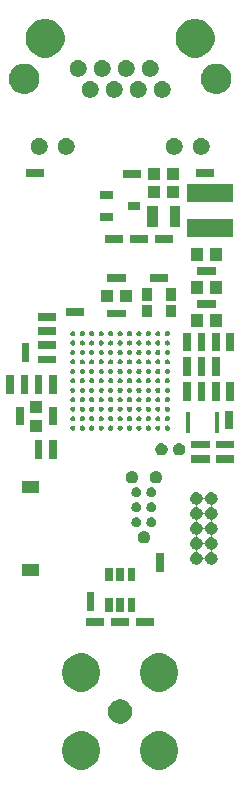
<source format=gts>
G04 #@! TF.GenerationSoftware,KiCad,Pcbnew,6.0.0-rc1-unknown-650478f~84~ubuntu18.04.1*
G04 #@! TF.CreationDate,2018-11-23T01:33:21+00:00*
G04 #@! TF.ProjectId,proto-sensor,70726F746F2D73656E736F722E6B6963,rev?*
G04 #@! TF.SameCoordinates,Original*
G04 #@! TF.FileFunction,Soldermask,Top*
G04 #@! TF.FilePolarity,Negative*
%FSLAX46Y46*%
G04 Gerber Fmt 4.6, Leading zero omitted, Abs format (unit mm)*
G04 Created by KiCad (PCBNEW 6.0.0-rc1-unknown-650478f~84~ubuntu18.04.1) date Fri 23 Nov 2018 01:33:21 GMT*
%MOMM*%
%LPD*%
G01*
G04 APERTURE LIST*
%ADD10C,0.100000*%
G04 APERTURE END LIST*
D10*
G36*
X63772536Y-113742256D02*
X64067358Y-113864375D01*
X64329157Y-114039304D01*
X64332692Y-114041666D01*
X64558334Y-114267308D01*
X64735626Y-114532644D01*
X64857744Y-114827464D01*
X64920000Y-115140443D01*
X64920000Y-115459557D01*
X64857744Y-115772536D01*
X64735626Y-116067356D01*
X64558334Y-116332692D01*
X64332692Y-116558334D01*
X64332689Y-116558336D01*
X64067358Y-116735625D01*
X64067357Y-116735626D01*
X64067356Y-116735626D01*
X63772536Y-116857744D01*
X63459557Y-116920000D01*
X63140443Y-116920000D01*
X62827464Y-116857744D01*
X62532644Y-116735626D01*
X62532643Y-116735626D01*
X62532642Y-116735625D01*
X62267311Y-116558336D01*
X62267308Y-116558334D01*
X62041666Y-116332692D01*
X61864374Y-116067356D01*
X61742256Y-115772536D01*
X61680000Y-115459557D01*
X61680000Y-115140443D01*
X61742256Y-114827464D01*
X61864374Y-114532644D01*
X62041666Y-114267308D01*
X62267308Y-114041666D01*
X62270843Y-114039304D01*
X62532642Y-113864375D01*
X62827464Y-113742256D01*
X63140443Y-113680000D01*
X63459557Y-113680000D01*
X63772536Y-113742256D01*
X63772536Y-113742256D01*
G37*
G36*
X57172536Y-113742256D02*
X57467358Y-113864375D01*
X57729157Y-114039304D01*
X57732692Y-114041666D01*
X57958334Y-114267308D01*
X58135626Y-114532644D01*
X58257744Y-114827464D01*
X58320000Y-115140443D01*
X58320000Y-115459557D01*
X58257744Y-115772536D01*
X58135626Y-116067356D01*
X57958334Y-116332692D01*
X57732692Y-116558334D01*
X57732689Y-116558336D01*
X57467358Y-116735625D01*
X57467357Y-116735626D01*
X57467356Y-116735626D01*
X57172536Y-116857744D01*
X56859557Y-116920000D01*
X56540443Y-116920000D01*
X56227464Y-116857744D01*
X55932644Y-116735626D01*
X55932643Y-116735626D01*
X55932642Y-116735625D01*
X55667311Y-116558336D01*
X55667308Y-116558334D01*
X55441666Y-116332692D01*
X55264374Y-116067356D01*
X55142256Y-115772536D01*
X55080000Y-115459557D01*
X55080000Y-115140443D01*
X55142256Y-114827464D01*
X55264374Y-114532644D01*
X55441666Y-114267308D01*
X55667308Y-114041666D01*
X55670843Y-114039304D01*
X55932642Y-113864375D01*
X56227464Y-113742256D01*
X56540443Y-113680000D01*
X56859557Y-113680000D01*
X57172536Y-113742256D01*
X57172536Y-113742256D01*
G37*
G36*
X60297523Y-111019198D02*
X60483152Y-111096088D01*
X60650213Y-111207715D01*
X60792285Y-111349787D01*
X60903912Y-111516848D01*
X60980802Y-111702477D01*
X61020000Y-111899538D01*
X61020000Y-112100462D01*
X60980802Y-112297523D01*
X60903912Y-112483152D01*
X60792285Y-112650213D01*
X60650213Y-112792285D01*
X60483152Y-112903912D01*
X60297523Y-112980802D01*
X60100462Y-113020000D01*
X59899538Y-113020000D01*
X59702477Y-112980802D01*
X59516848Y-112903912D01*
X59349787Y-112792285D01*
X59207715Y-112650213D01*
X59096088Y-112483152D01*
X59019198Y-112297523D01*
X58980000Y-112100462D01*
X58980000Y-111899538D01*
X59019198Y-111702477D01*
X59096088Y-111516848D01*
X59207715Y-111349787D01*
X59349787Y-111207715D01*
X59516848Y-111096088D01*
X59702477Y-111019198D01*
X59899538Y-110980000D01*
X60100462Y-110980000D01*
X60297523Y-111019198D01*
X60297523Y-111019198D01*
G37*
G36*
X57172536Y-107142256D02*
X57467358Y-107264375D01*
X57729157Y-107439304D01*
X57732692Y-107441666D01*
X57958334Y-107667308D01*
X58135626Y-107932644D01*
X58257744Y-108227464D01*
X58320000Y-108540443D01*
X58320000Y-108859557D01*
X58257744Y-109172536D01*
X58135626Y-109467356D01*
X57958334Y-109732692D01*
X57732692Y-109958334D01*
X57732689Y-109958336D01*
X57467358Y-110135625D01*
X57467357Y-110135626D01*
X57467356Y-110135626D01*
X57172536Y-110257744D01*
X56859557Y-110320000D01*
X56540443Y-110320000D01*
X56227464Y-110257744D01*
X55932644Y-110135626D01*
X55932643Y-110135626D01*
X55932642Y-110135625D01*
X55667311Y-109958336D01*
X55667308Y-109958334D01*
X55441666Y-109732692D01*
X55264374Y-109467356D01*
X55142256Y-109172536D01*
X55080000Y-108859557D01*
X55080000Y-108540443D01*
X55142256Y-108227464D01*
X55264374Y-107932644D01*
X55441666Y-107667308D01*
X55667308Y-107441666D01*
X55670843Y-107439304D01*
X55932642Y-107264375D01*
X56227464Y-107142256D01*
X56540443Y-107080000D01*
X56859557Y-107080000D01*
X57172536Y-107142256D01*
X57172536Y-107142256D01*
G37*
G36*
X63772536Y-107142256D02*
X64067358Y-107264375D01*
X64329157Y-107439304D01*
X64332692Y-107441666D01*
X64558334Y-107667308D01*
X64735626Y-107932644D01*
X64857744Y-108227464D01*
X64920000Y-108540443D01*
X64920000Y-108859557D01*
X64857744Y-109172536D01*
X64735626Y-109467356D01*
X64558334Y-109732692D01*
X64332692Y-109958334D01*
X64332689Y-109958336D01*
X64067358Y-110135625D01*
X64067357Y-110135626D01*
X64067356Y-110135626D01*
X63772536Y-110257744D01*
X63459557Y-110320000D01*
X63140443Y-110320000D01*
X62827464Y-110257744D01*
X62532644Y-110135626D01*
X62532643Y-110135626D01*
X62532642Y-110135625D01*
X62267311Y-109958336D01*
X62267308Y-109958334D01*
X62041666Y-109732692D01*
X61864374Y-109467356D01*
X61742256Y-109172536D01*
X61680000Y-108859557D01*
X61680000Y-108540443D01*
X61742256Y-108227464D01*
X61864374Y-107932644D01*
X62041666Y-107667308D01*
X62267308Y-107441666D01*
X62270843Y-107439304D01*
X62532642Y-107264375D01*
X62827464Y-107142256D01*
X63140443Y-107080000D01*
X63459557Y-107080000D01*
X63772536Y-107142256D01*
X63772536Y-107142256D01*
G37*
G36*
X60780000Y-104730000D02*
X59220000Y-104730000D01*
X59220000Y-104070000D01*
X60780000Y-104070000D01*
X60780000Y-104730000D01*
X60780000Y-104730000D01*
G37*
G36*
X62880000Y-104730000D02*
X61320000Y-104730000D01*
X61320000Y-104070000D01*
X62880000Y-104070000D01*
X62880000Y-104730000D01*
X62880000Y-104730000D01*
G37*
G36*
X58680000Y-104730000D02*
X57120000Y-104730000D01*
X57120000Y-104070000D01*
X58680000Y-104070000D01*
X58680000Y-104730000D01*
X58680000Y-104730000D01*
G37*
G36*
X59370000Y-103570000D02*
X58730000Y-103570000D01*
X58730000Y-102430000D01*
X59370000Y-102430000D01*
X59370000Y-103570000D01*
X59370000Y-103570000D01*
G37*
G36*
X61270000Y-103570000D02*
X60630000Y-103570000D01*
X60630000Y-102430000D01*
X61270000Y-102430000D01*
X61270000Y-103570000D01*
X61270000Y-103570000D01*
G37*
G36*
X60320000Y-103570000D02*
X59680000Y-103570000D01*
X59680000Y-102430000D01*
X60320000Y-102430000D01*
X60320000Y-103570000D01*
X60320000Y-103570000D01*
G37*
G36*
X57830000Y-103480000D02*
X57170000Y-103480000D01*
X57170000Y-101920000D01*
X57830000Y-101920000D01*
X57830000Y-103480000D01*
X57830000Y-103480000D01*
G37*
G36*
X61270000Y-100970000D02*
X60630000Y-100970000D01*
X60630000Y-99830000D01*
X61270000Y-99830000D01*
X61270000Y-100970000D01*
X61270000Y-100970000D01*
G37*
G36*
X60320000Y-100970000D02*
X59680000Y-100970000D01*
X59680000Y-99830000D01*
X60320000Y-99830000D01*
X60320000Y-100970000D01*
X60320000Y-100970000D01*
G37*
G36*
X59370000Y-100970000D02*
X58730000Y-100970000D01*
X58730000Y-99830000D01*
X59370000Y-99830000D01*
X59370000Y-100970000D01*
X59370000Y-100970000D01*
G37*
G36*
X53120000Y-100520000D02*
X51680000Y-100520000D01*
X51680000Y-99480000D01*
X53120000Y-99480000D01*
X53120000Y-100520000D01*
X53120000Y-100520000D01*
G37*
G36*
X63730000Y-100180000D02*
X63070000Y-100180000D01*
X63070000Y-98620000D01*
X63730000Y-98620000D01*
X63730000Y-100180000D01*
X63730000Y-100180000D01*
G37*
G36*
X66619010Y-93452290D02*
X66619013Y-93452291D01*
X66619012Y-93452291D01*
X66715102Y-93492092D01*
X66801581Y-93549875D01*
X66875125Y-93623419D01*
X66932908Y-93709898D01*
X66968754Y-93796440D01*
X66972710Y-93805991D01*
X66977402Y-93829577D01*
X66984515Y-93853026D01*
X66996066Y-93874637D01*
X67011612Y-93893579D01*
X67030554Y-93909125D01*
X67052165Y-93920676D01*
X67075614Y-93927789D01*
X67100000Y-93930191D01*
X67124386Y-93927789D01*
X67147835Y-93920676D01*
X67169446Y-93909125D01*
X67188388Y-93893579D01*
X67203934Y-93874637D01*
X67215485Y-93853026D01*
X67222598Y-93829577D01*
X67227290Y-93805991D01*
X67231246Y-93796440D01*
X67267092Y-93709898D01*
X67324875Y-93623419D01*
X67398419Y-93549875D01*
X67484898Y-93492092D01*
X67580988Y-93452291D01*
X67580987Y-93452291D01*
X67580990Y-93452290D01*
X67682995Y-93432000D01*
X67787005Y-93432000D01*
X67889010Y-93452290D01*
X67889013Y-93452291D01*
X67889012Y-93452291D01*
X67985102Y-93492092D01*
X68071581Y-93549875D01*
X68145125Y-93623419D01*
X68202908Y-93709898D01*
X68220009Y-93751185D01*
X68242710Y-93805990D01*
X68263000Y-93907995D01*
X68263000Y-94012005D01*
X68242710Y-94114010D01*
X68242709Y-94114012D01*
X68202908Y-94210102D01*
X68145125Y-94296581D01*
X68071581Y-94370125D01*
X67985102Y-94427908D01*
X67889012Y-94467709D01*
X67889011Y-94467709D01*
X67889009Y-94467710D01*
X67865423Y-94472402D01*
X67841974Y-94479515D01*
X67820363Y-94491066D01*
X67801421Y-94506612D01*
X67785875Y-94525554D01*
X67774324Y-94547165D01*
X67767211Y-94570614D01*
X67764809Y-94595000D01*
X67767211Y-94619386D01*
X67774324Y-94642835D01*
X67785875Y-94664446D01*
X67801421Y-94683388D01*
X67820363Y-94698934D01*
X67841974Y-94710485D01*
X67865423Y-94717598D01*
X67889009Y-94722290D01*
X67889011Y-94722291D01*
X67889012Y-94722291D01*
X67985102Y-94762092D01*
X68071581Y-94819875D01*
X68145125Y-94893419D01*
X68202908Y-94979898D01*
X68220009Y-95021185D01*
X68242710Y-95075990D01*
X68263000Y-95177995D01*
X68263000Y-95282005D01*
X68242710Y-95384010D01*
X68242709Y-95384012D01*
X68202908Y-95480102D01*
X68145125Y-95566581D01*
X68071581Y-95640125D01*
X67985102Y-95697908D01*
X67889012Y-95737709D01*
X67889011Y-95737709D01*
X67889009Y-95737710D01*
X67865423Y-95742402D01*
X67841974Y-95749515D01*
X67820363Y-95761066D01*
X67801421Y-95776612D01*
X67785875Y-95795554D01*
X67774324Y-95817165D01*
X67767211Y-95840614D01*
X67764809Y-95865000D01*
X67767211Y-95889386D01*
X67774324Y-95912835D01*
X67785875Y-95934446D01*
X67801421Y-95953388D01*
X67820363Y-95968934D01*
X67841974Y-95980485D01*
X67865423Y-95987598D01*
X67889009Y-95992290D01*
X67889011Y-95992291D01*
X67889012Y-95992291D01*
X67985102Y-96032092D01*
X68071581Y-96089875D01*
X68145125Y-96163419D01*
X68202908Y-96249898D01*
X68220009Y-96291185D01*
X68242710Y-96345990D01*
X68263000Y-96447995D01*
X68263000Y-96552005D01*
X68242710Y-96654010D01*
X68242709Y-96654012D01*
X68202908Y-96750102D01*
X68145125Y-96836581D01*
X68071581Y-96910125D01*
X67985102Y-96967908D01*
X67889012Y-97007709D01*
X67889011Y-97007709D01*
X67889009Y-97007710D01*
X67865423Y-97012402D01*
X67841974Y-97019515D01*
X67820363Y-97031066D01*
X67801421Y-97046612D01*
X67785875Y-97065554D01*
X67774324Y-97087165D01*
X67767211Y-97110614D01*
X67764809Y-97135000D01*
X67767211Y-97159386D01*
X67774324Y-97182835D01*
X67785875Y-97204446D01*
X67801421Y-97223388D01*
X67820363Y-97238934D01*
X67841974Y-97250485D01*
X67865423Y-97257598D01*
X67889009Y-97262290D01*
X67889011Y-97262291D01*
X67889012Y-97262291D01*
X67985102Y-97302092D01*
X68071581Y-97359875D01*
X68145125Y-97433419D01*
X68202908Y-97519898D01*
X68224274Y-97571481D01*
X68242710Y-97615990D01*
X68263000Y-97717995D01*
X68263000Y-97822005D01*
X68242710Y-97924010D01*
X68242709Y-97924012D01*
X68202908Y-98020102D01*
X68145125Y-98106581D01*
X68071581Y-98180125D01*
X67985102Y-98237908D01*
X67889012Y-98277709D01*
X67889011Y-98277709D01*
X67889009Y-98277710D01*
X67865423Y-98282402D01*
X67841974Y-98289515D01*
X67820363Y-98301066D01*
X67801421Y-98316612D01*
X67785875Y-98335554D01*
X67774324Y-98357165D01*
X67767211Y-98380614D01*
X67764809Y-98405000D01*
X67767211Y-98429386D01*
X67774324Y-98452835D01*
X67785875Y-98474446D01*
X67801421Y-98493388D01*
X67820363Y-98508934D01*
X67841974Y-98520485D01*
X67865423Y-98527598D01*
X67889009Y-98532290D01*
X67889011Y-98532291D01*
X67889012Y-98532291D01*
X67985102Y-98572092D01*
X68071581Y-98629875D01*
X68145125Y-98703419D01*
X68202908Y-98789898D01*
X68233692Y-98864220D01*
X68242710Y-98885990D01*
X68263000Y-98987995D01*
X68263000Y-99092005D01*
X68242710Y-99194010D01*
X68242709Y-99194012D01*
X68202908Y-99290102D01*
X68145125Y-99376581D01*
X68071581Y-99450125D01*
X67985102Y-99507908D01*
X67910780Y-99538692D01*
X67889010Y-99547710D01*
X67787005Y-99568000D01*
X67682995Y-99568000D01*
X67580990Y-99547710D01*
X67559220Y-99538692D01*
X67484898Y-99507908D01*
X67398419Y-99450125D01*
X67324875Y-99376581D01*
X67267092Y-99290102D01*
X67227291Y-99194012D01*
X67227291Y-99194011D01*
X67227290Y-99194009D01*
X67222598Y-99170423D01*
X67215485Y-99146974D01*
X67203934Y-99125363D01*
X67188388Y-99106421D01*
X67169446Y-99090875D01*
X67147835Y-99079324D01*
X67124386Y-99072211D01*
X67100000Y-99069809D01*
X67075614Y-99072211D01*
X67052165Y-99079324D01*
X67030554Y-99090875D01*
X67011612Y-99106421D01*
X66996066Y-99125363D01*
X66984515Y-99146974D01*
X66977402Y-99170423D01*
X66972710Y-99194009D01*
X66972709Y-99194011D01*
X66972709Y-99194012D01*
X66932908Y-99290102D01*
X66875125Y-99376581D01*
X66801581Y-99450125D01*
X66715102Y-99507908D01*
X66640780Y-99538692D01*
X66619010Y-99547710D01*
X66517005Y-99568000D01*
X66412995Y-99568000D01*
X66310990Y-99547710D01*
X66289220Y-99538692D01*
X66214898Y-99507908D01*
X66128419Y-99450125D01*
X66054875Y-99376581D01*
X65997092Y-99290102D01*
X65957291Y-99194012D01*
X65957290Y-99194010D01*
X65937000Y-99092005D01*
X65937000Y-98987995D01*
X65957290Y-98885990D01*
X65966308Y-98864220D01*
X65997092Y-98789898D01*
X66054875Y-98703419D01*
X66128419Y-98629875D01*
X66214898Y-98572092D01*
X66310988Y-98532291D01*
X66310989Y-98532291D01*
X66310991Y-98532290D01*
X66334577Y-98527598D01*
X66358026Y-98520485D01*
X66379637Y-98508934D01*
X66398579Y-98493388D01*
X66414125Y-98474446D01*
X66425676Y-98452835D01*
X66432789Y-98429386D01*
X66435191Y-98405000D01*
X66494809Y-98405000D01*
X66497211Y-98429386D01*
X66504324Y-98452835D01*
X66515875Y-98474446D01*
X66531421Y-98493388D01*
X66550363Y-98508934D01*
X66571974Y-98520485D01*
X66595423Y-98527598D01*
X66619009Y-98532290D01*
X66619011Y-98532291D01*
X66619012Y-98532291D01*
X66715102Y-98572092D01*
X66801581Y-98629875D01*
X66875125Y-98703419D01*
X66932908Y-98789898D01*
X66972709Y-98885988D01*
X66972710Y-98885991D01*
X66977402Y-98909577D01*
X66984515Y-98933026D01*
X66996066Y-98954637D01*
X67011612Y-98973579D01*
X67030554Y-98989125D01*
X67052165Y-99000676D01*
X67075614Y-99007789D01*
X67100000Y-99010191D01*
X67124386Y-99007789D01*
X67147835Y-99000676D01*
X67169446Y-98989125D01*
X67188388Y-98973579D01*
X67203934Y-98954637D01*
X67215485Y-98933026D01*
X67222598Y-98909577D01*
X67227290Y-98885991D01*
X67227291Y-98885988D01*
X67267092Y-98789898D01*
X67324875Y-98703419D01*
X67398419Y-98629875D01*
X67484898Y-98572092D01*
X67580988Y-98532291D01*
X67580989Y-98532291D01*
X67580991Y-98532290D01*
X67604577Y-98527598D01*
X67628026Y-98520485D01*
X67649637Y-98508934D01*
X67668579Y-98493388D01*
X67684125Y-98474446D01*
X67695676Y-98452835D01*
X67702789Y-98429386D01*
X67705191Y-98405000D01*
X67702789Y-98380614D01*
X67695676Y-98357165D01*
X67684125Y-98335554D01*
X67668579Y-98316612D01*
X67649637Y-98301066D01*
X67628026Y-98289515D01*
X67604577Y-98282402D01*
X67580991Y-98277710D01*
X67580989Y-98277709D01*
X67580988Y-98277709D01*
X67484898Y-98237908D01*
X67398419Y-98180125D01*
X67324875Y-98106581D01*
X67267092Y-98020102D01*
X67227291Y-97924012D01*
X67227291Y-97924011D01*
X67227290Y-97924009D01*
X67222598Y-97900423D01*
X67215485Y-97876974D01*
X67203934Y-97855363D01*
X67188388Y-97836421D01*
X67169446Y-97820875D01*
X67147835Y-97809324D01*
X67124386Y-97802211D01*
X67100000Y-97799809D01*
X67075614Y-97802211D01*
X67052165Y-97809324D01*
X67030554Y-97820875D01*
X67011612Y-97836421D01*
X66996066Y-97855363D01*
X66984515Y-97876974D01*
X66977402Y-97900423D01*
X66972710Y-97924009D01*
X66972709Y-97924011D01*
X66972709Y-97924012D01*
X66932908Y-98020102D01*
X66875125Y-98106581D01*
X66801581Y-98180125D01*
X66715102Y-98237908D01*
X66619012Y-98277709D01*
X66619011Y-98277709D01*
X66619009Y-98277710D01*
X66595423Y-98282402D01*
X66571974Y-98289515D01*
X66550363Y-98301066D01*
X66531421Y-98316612D01*
X66515875Y-98335554D01*
X66504324Y-98357165D01*
X66497211Y-98380614D01*
X66494809Y-98405000D01*
X66435191Y-98405000D01*
X66432789Y-98380614D01*
X66425676Y-98357165D01*
X66414125Y-98335554D01*
X66398579Y-98316612D01*
X66379637Y-98301066D01*
X66358026Y-98289515D01*
X66334577Y-98282402D01*
X66310991Y-98277710D01*
X66310989Y-98277709D01*
X66310988Y-98277709D01*
X66214898Y-98237908D01*
X66128419Y-98180125D01*
X66054875Y-98106581D01*
X65997092Y-98020102D01*
X65957291Y-97924012D01*
X65957290Y-97924010D01*
X65937000Y-97822005D01*
X65937000Y-97717995D01*
X65957290Y-97615990D01*
X65975726Y-97571481D01*
X65997092Y-97519898D01*
X66054875Y-97433419D01*
X66128419Y-97359875D01*
X66214898Y-97302092D01*
X66310988Y-97262291D01*
X66310989Y-97262291D01*
X66310991Y-97262290D01*
X66334577Y-97257598D01*
X66358026Y-97250485D01*
X66379637Y-97238934D01*
X66398579Y-97223388D01*
X66414125Y-97204446D01*
X66425676Y-97182835D01*
X66432789Y-97159386D01*
X66435191Y-97135000D01*
X66494809Y-97135000D01*
X66497211Y-97159386D01*
X66504324Y-97182835D01*
X66515875Y-97204446D01*
X66531421Y-97223388D01*
X66550363Y-97238934D01*
X66571974Y-97250485D01*
X66595423Y-97257598D01*
X66619009Y-97262290D01*
X66619011Y-97262291D01*
X66619012Y-97262291D01*
X66715102Y-97302092D01*
X66801581Y-97359875D01*
X66875125Y-97433419D01*
X66932908Y-97519898D01*
X66972709Y-97615988D01*
X66972710Y-97615991D01*
X66977402Y-97639577D01*
X66984515Y-97663026D01*
X66996066Y-97684637D01*
X67011612Y-97703579D01*
X67030554Y-97719125D01*
X67052165Y-97730676D01*
X67075614Y-97737789D01*
X67100000Y-97740191D01*
X67124386Y-97737789D01*
X67147835Y-97730676D01*
X67169446Y-97719125D01*
X67188388Y-97703579D01*
X67203934Y-97684637D01*
X67215485Y-97663026D01*
X67222598Y-97639577D01*
X67227290Y-97615991D01*
X67227291Y-97615988D01*
X67267092Y-97519898D01*
X67324875Y-97433419D01*
X67398419Y-97359875D01*
X67484898Y-97302092D01*
X67580988Y-97262291D01*
X67580989Y-97262291D01*
X67580991Y-97262290D01*
X67604577Y-97257598D01*
X67628026Y-97250485D01*
X67649637Y-97238934D01*
X67668579Y-97223388D01*
X67684125Y-97204446D01*
X67695676Y-97182835D01*
X67702789Y-97159386D01*
X67705191Y-97135000D01*
X67702789Y-97110614D01*
X67695676Y-97087165D01*
X67684125Y-97065554D01*
X67668579Y-97046612D01*
X67649637Y-97031066D01*
X67628026Y-97019515D01*
X67604577Y-97012402D01*
X67580991Y-97007710D01*
X67580989Y-97007709D01*
X67580988Y-97007709D01*
X67484898Y-96967908D01*
X67398419Y-96910125D01*
X67324875Y-96836581D01*
X67267092Y-96750102D01*
X67227291Y-96654012D01*
X67227291Y-96654011D01*
X67227290Y-96654009D01*
X67222598Y-96630423D01*
X67215485Y-96606974D01*
X67203934Y-96585363D01*
X67188388Y-96566421D01*
X67169446Y-96550875D01*
X67147835Y-96539324D01*
X67124386Y-96532211D01*
X67100000Y-96529809D01*
X67075614Y-96532211D01*
X67052165Y-96539324D01*
X67030554Y-96550875D01*
X67011612Y-96566421D01*
X66996066Y-96585363D01*
X66984515Y-96606974D01*
X66977402Y-96630423D01*
X66972710Y-96654009D01*
X66972709Y-96654011D01*
X66972709Y-96654012D01*
X66932908Y-96750102D01*
X66875125Y-96836581D01*
X66801581Y-96910125D01*
X66715102Y-96967908D01*
X66619012Y-97007709D01*
X66619011Y-97007709D01*
X66619009Y-97007710D01*
X66595423Y-97012402D01*
X66571974Y-97019515D01*
X66550363Y-97031066D01*
X66531421Y-97046612D01*
X66515875Y-97065554D01*
X66504324Y-97087165D01*
X66497211Y-97110614D01*
X66494809Y-97135000D01*
X66435191Y-97135000D01*
X66432789Y-97110614D01*
X66425676Y-97087165D01*
X66414125Y-97065554D01*
X66398579Y-97046612D01*
X66379637Y-97031066D01*
X66358026Y-97019515D01*
X66334577Y-97012402D01*
X66310991Y-97007710D01*
X66310989Y-97007709D01*
X66310988Y-97007709D01*
X66214898Y-96967908D01*
X66128419Y-96910125D01*
X66054875Y-96836581D01*
X65997092Y-96750102D01*
X65957291Y-96654012D01*
X65957290Y-96654010D01*
X65937000Y-96552005D01*
X65937000Y-96447995D01*
X65957290Y-96345990D01*
X65979991Y-96291185D01*
X65997092Y-96249898D01*
X66054875Y-96163419D01*
X66128419Y-96089875D01*
X66214898Y-96032092D01*
X66310988Y-95992291D01*
X66310989Y-95992291D01*
X66310991Y-95992290D01*
X66334577Y-95987598D01*
X66358026Y-95980485D01*
X66379637Y-95968934D01*
X66398579Y-95953388D01*
X66414125Y-95934446D01*
X66425676Y-95912835D01*
X66432789Y-95889386D01*
X66435191Y-95865000D01*
X66494809Y-95865000D01*
X66497211Y-95889386D01*
X66504324Y-95912835D01*
X66515875Y-95934446D01*
X66531421Y-95953388D01*
X66550363Y-95968934D01*
X66571974Y-95980485D01*
X66595423Y-95987598D01*
X66619009Y-95992290D01*
X66619011Y-95992291D01*
X66619012Y-95992291D01*
X66715102Y-96032092D01*
X66801581Y-96089875D01*
X66875125Y-96163419D01*
X66932908Y-96249898D01*
X66968754Y-96336440D01*
X66972710Y-96345991D01*
X66977402Y-96369577D01*
X66984515Y-96393026D01*
X66996066Y-96414637D01*
X67011612Y-96433579D01*
X67030554Y-96449125D01*
X67052165Y-96460676D01*
X67075614Y-96467789D01*
X67100000Y-96470191D01*
X67124386Y-96467789D01*
X67147835Y-96460676D01*
X67169446Y-96449125D01*
X67188388Y-96433579D01*
X67203934Y-96414637D01*
X67215485Y-96393026D01*
X67222598Y-96369577D01*
X67227290Y-96345991D01*
X67231246Y-96336440D01*
X67267092Y-96249898D01*
X67324875Y-96163419D01*
X67398419Y-96089875D01*
X67484898Y-96032092D01*
X67580988Y-95992291D01*
X67580989Y-95992291D01*
X67580991Y-95992290D01*
X67604577Y-95987598D01*
X67628026Y-95980485D01*
X67649637Y-95968934D01*
X67668579Y-95953388D01*
X67684125Y-95934446D01*
X67695676Y-95912835D01*
X67702789Y-95889386D01*
X67705191Y-95865000D01*
X67702789Y-95840614D01*
X67695676Y-95817165D01*
X67684125Y-95795554D01*
X67668579Y-95776612D01*
X67649637Y-95761066D01*
X67628026Y-95749515D01*
X67604577Y-95742402D01*
X67580991Y-95737710D01*
X67580989Y-95737709D01*
X67580988Y-95737709D01*
X67484898Y-95697908D01*
X67398419Y-95640125D01*
X67324875Y-95566581D01*
X67267092Y-95480102D01*
X67227291Y-95384012D01*
X67227291Y-95384011D01*
X67227290Y-95384009D01*
X67222598Y-95360423D01*
X67215485Y-95336974D01*
X67203934Y-95315363D01*
X67188388Y-95296421D01*
X67169446Y-95280875D01*
X67147835Y-95269324D01*
X67124386Y-95262211D01*
X67100000Y-95259809D01*
X67075614Y-95262211D01*
X67052165Y-95269324D01*
X67030554Y-95280875D01*
X67011612Y-95296421D01*
X66996066Y-95315363D01*
X66984515Y-95336974D01*
X66977402Y-95360423D01*
X66972710Y-95384009D01*
X66972709Y-95384011D01*
X66972709Y-95384012D01*
X66932908Y-95480102D01*
X66875125Y-95566581D01*
X66801581Y-95640125D01*
X66715102Y-95697908D01*
X66619012Y-95737709D01*
X66619011Y-95737709D01*
X66619009Y-95737710D01*
X66595423Y-95742402D01*
X66571974Y-95749515D01*
X66550363Y-95761066D01*
X66531421Y-95776612D01*
X66515875Y-95795554D01*
X66504324Y-95817165D01*
X66497211Y-95840614D01*
X66494809Y-95865000D01*
X66435191Y-95865000D01*
X66432789Y-95840614D01*
X66425676Y-95817165D01*
X66414125Y-95795554D01*
X66398579Y-95776612D01*
X66379637Y-95761066D01*
X66358026Y-95749515D01*
X66334577Y-95742402D01*
X66310991Y-95737710D01*
X66310989Y-95737709D01*
X66310988Y-95737709D01*
X66214898Y-95697908D01*
X66128419Y-95640125D01*
X66054875Y-95566581D01*
X65997092Y-95480102D01*
X65957291Y-95384012D01*
X65957290Y-95384010D01*
X65937000Y-95282005D01*
X65937000Y-95177995D01*
X65957290Y-95075990D01*
X65979991Y-95021185D01*
X65997092Y-94979898D01*
X66054875Y-94893419D01*
X66128419Y-94819875D01*
X66214898Y-94762092D01*
X66310988Y-94722291D01*
X66310989Y-94722291D01*
X66310991Y-94722290D01*
X66334577Y-94717598D01*
X66358026Y-94710485D01*
X66379637Y-94698934D01*
X66398579Y-94683388D01*
X66414125Y-94664446D01*
X66425676Y-94642835D01*
X66432789Y-94619386D01*
X66435191Y-94595000D01*
X66494809Y-94595000D01*
X66497211Y-94619386D01*
X66504324Y-94642835D01*
X66515875Y-94664446D01*
X66531421Y-94683388D01*
X66550363Y-94698934D01*
X66571974Y-94710485D01*
X66595423Y-94717598D01*
X66619009Y-94722290D01*
X66619011Y-94722291D01*
X66619012Y-94722291D01*
X66715102Y-94762092D01*
X66801581Y-94819875D01*
X66875125Y-94893419D01*
X66932908Y-94979898D01*
X66968754Y-95066440D01*
X66972710Y-95075991D01*
X66977402Y-95099577D01*
X66984515Y-95123026D01*
X66996066Y-95144637D01*
X67011612Y-95163579D01*
X67030554Y-95179125D01*
X67052165Y-95190676D01*
X67075614Y-95197789D01*
X67100000Y-95200191D01*
X67124386Y-95197789D01*
X67147835Y-95190676D01*
X67169446Y-95179125D01*
X67188388Y-95163579D01*
X67203934Y-95144637D01*
X67215485Y-95123026D01*
X67222598Y-95099577D01*
X67227290Y-95075991D01*
X67231246Y-95066440D01*
X67267092Y-94979898D01*
X67324875Y-94893419D01*
X67398419Y-94819875D01*
X67484898Y-94762092D01*
X67580988Y-94722291D01*
X67580989Y-94722291D01*
X67580991Y-94722290D01*
X67604577Y-94717598D01*
X67628026Y-94710485D01*
X67649637Y-94698934D01*
X67668579Y-94683388D01*
X67684125Y-94664446D01*
X67695676Y-94642835D01*
X67702789Y-94619386D01*
X67705191Y-94595000D01*
X67702789Y-94570614D01*
X67695676Y-94547165D01*
X67684125Y-94525554D01*
X67668579Y-94506612D01*
X67649637Y-94491066D01*
X67628026Y-94479515D01*
X67604577Y-94472402D01*
X67580991Y-94467710D01*
X67580989Y-94467709D01*
X67580988Y-94467709D01*
X67484898Y-94427908D01*
X67398419Y-94370125D01*
X67324875Y-94296581D01*
X67267092Y-94210102D01*
X67227291Y-94114012D01*
X67227291Y-94114011D01*
X67227290Y-94114009D01*
X67222598Y-94090423D01*
X67215485Y-94066974D01*
X67203934Y-94045363D01*
X67188388Y-94026421D01*
X67169446Y-94010875D01*
X67147835Y-93999324D01*
X67124386Y-93992211D01*
X67100000Y-93989809D01*
X67075614Y-93992211D01*
X67052165Y-93999324D01*
X67030554Y-94010875D01*
X67011612Y-94026421D01*
X66996066Y-94045363D01*
X66984515Y-94066974D01*
X66977402Y-94090423D01*
X66972710Y-94114009D01*
X66972709Y-94114011D01*
X66972709Y-94114012D01*
X66932908Y-94210102D01*
X66875125Y-94296581D01*
X66801581Y-94370125D01*
X66715102Y-94427908D01*
X66619012Y-94467709D01*
X66619011Y-94467709D01*
X66619009Y-94467710D01*
X66595423Y-94472402D01*
X66571974Y-94479515D01*
X66550363Y-94491066D01*
X66531421Y-94506612D01*
X66515875Y-94525554D01*
X66504324Y-94547165D01*
X66497211Y-94570614D01*
X66494809Y-94595000D01*
X66435191Y-94595000D01*
X66432789Y-94570614D01*
X66425676Y-94547165D01*
X66414125Y-94525554D01*
X66398579Y-94506612D01*
X66379637Y-94491066D01*
X66358026Y-94479515D01*
X66334577Y-94472402D01*
X66310991Y-94467710D01*
X66310989Y-94467709D01*
X66310988Y-94467709D01*
X66214898Y-94427908D01*
X66128419Y-94370125D01*
X66054875Y-94296581D01*
X65997092Y-94210102D01*
X65957291Y-94114012D01*
X65957290Y-94114010D01*
X65937000Y-94012005D01*
X65937000Y-93907995D01*
X65957290Y-93805990D01*
X65979991Y-93751185D01*
X65997092Y-93709898D01*
X66054875Y-93623419D01*
X66128419Y-93549875D01*
X66214898Y-93492092D01*
X66310988Y-93452291D01*
X66310987Y-93452291D01*
X66310990Y-93452290D01*
X66412995Y-93432000D01*
X66517005Y-93432000D01*
X66619010Y-93452290D01*
X66619010Y-93452290D01*
G37*
G36*
X62156679Y-96739983D02*
X62251311Y-96779181D01*
X62336483Y-96836091D01*
X62408909Y-96908517D01*
X62465819Y-96993689D01*
X62505017Y-97088321D01*
X62525000Y-97188783D01*
X62525000Y-97291217D01*
X62505017Y-97391679D01*
X62465819Y-97486311D01*
X62408909Y-97571483D01*
X62336483Y-97643909D01*
X62251311Y-97700819D01*
X62156679Y-97740017D01*
X62056217Y-97760000D01*
X61953783Y-97760000D01*
X61853321Y-97740017D01*
X61758689Y-97700819D01*
X61673517Y-97643909D01*
X61601091Y-97571483D01*
X61544181Y-97486311D01*
X61504983Y-97391679D01*
X61485000Y-97291217D01*
X61485000Y-97188783D01*
X61504983Y-97088321D01*
X61544181Y-96993689D01*
X61601091Y-96908517D01*
X61673517Y-96836091D01*
X61758689Y-96779181D01*
X61853321Y-96739983D01*
X61953783Y-96720000D01*
X62056217Y-96720000D01*
X62156679Y-96739983D01*
X62156679Y-96739983D01*
G37*
G36*
X62760614Y-95572390D02*
X62835866Y-95603560D01*
X62903594Y-95648815D01*
X62961185Y-95706406D01*
X63006440Y-95774134D01*
X63037610Y-95849386D01*
X63053500Y-95929272D01*
X63053500Y-96010728D01*
X63037610Y-96090614D01*
X63006440Y-96165866D01*
X62961185Y-96233594D01*
X62903594Y-96291185D01*
X62835866Y-96336440D01*
X62760614Y-96367610D01*
X62680728Y-96383500D01*
X62599272Y-96383500D01*
X62519386Y-96367610D01*
X62444134Y-96336440D01*
X62376406Y-96291185D01*
X62318815Y-96233594D01*
X62273560Y-96165866D01*
X62242390Y-96090614D01*
X62226500Y-96010728D01*
X62226500Y-95929272D01*
X62242390Y-95849386D01*
X62273560Y-95774134D01*
X62318815Y-95706406D01*
X62376406Y-95648815D01*
X62444134Y-95603560D01*
X62519386Y-95572390D01*
X62599272Y-95556500D01*
X62680728Y-95556500D01*
X62760614Y-95572390D01*
X62760614Y-95572390D01*
G37*
G36*
X61490614Y-95572390D02*
X61565866Y-95603560D01*
X61633594Y-95648815D01*
X61691185Y-95706406D01*
X61736440Y-95774134D01*
X61767610Y-95849386D01*
X61783500Y-95929272D01*
X61783500Y-96010728D01*
X61767610Y-96090614D01*
X61736440Y-96165866D01*
X61691185Y-96233594D01*
X61633594Y-96291185D01*
X61565866Y-96336440D01*
X61490614Y-96367610D01*
X61410728Y-96383500D01*
X61329272Y-96383500D01*
X61249386Y-96367610D01*
X61174134Y-96336440D01*
X61106406Y-96291185D01*
X61048815Y-96233594D01*
X61003560Y-96165866D01*
X60972390Y-96090614D01*
X60956500Y-96010728D01*
X60956500Y-95929272D01*
X60972390Y-95849386D01*
X61003560Y-95774134D01*
X61048815Y-95706406D01*
X61106406Y-95648815D01*
X61174134Y-95603560D01*
X61249386Y-95572390D01*
X61329272Y-95556500D01*
X61410728Y-95556500D01*
X61490614Y-95572390D01*
X61490614Y-95572390D01*
G37*
G36*
X61490614Y-94302390D02*
X61565866Y-94333560D01*
X61633594Y-94378815D01*
X61691185Y-94436406D01*
X61736440Y-94504134D01*
X61767610Y-94579386D01*
X61783500Y-94659272D01*
X61783500Y-94740728D01*
X61767610Y-94820614D01*
X61736440Y-94895866D01*
X61691185Y-94963594D01*
X61633594Y-95021185D01*
X61565866Y-95066440D01*
X61490614Y-95097610D01*
X61410728Y-95113500D01*
X61329272Y-95113500D01*
X61249386Y-95097610D01*
X61174134Y-95066440D01*
X61106406Y-95021185D01*
X61048815Y-94963594D01*
X61003560Y-94895866D01*
X60972390Y-94820614D01*
X60956500Y-94740728D01*
X60956500Y-94659272D01*
X60972390Y-94579386D01*
X61003560Y-94504134D01*
X61048815Y-94436406D01*
X61106406Y-94378815D01*
X61174134Y-94333560D01*
X61249386Y-94302390D01*
X61329272Y-94286500D01*
X61410728Y-94286500D01*
X61490614Y-94302390D01*
X61490614Y-94302390D01*
G37*
G36*
X62760614Y-94302390D02*
X62835866Y-94333560D01*
X62903594Y-94378815D01*
X62961185Y-94436406D01*
X63006440Y-94504134D01*
X63037610Y-94579386D01*
X63053500Y-94659272D01*
X63053500Y-94740728D01*
X63037610Y-94820614D01*
X63006440Y-94895866D01*
X62961185Y-94963594D01*
X62903594Y-95021185D01*
X62835866Y-95066440D01*
X62760614Y-95097610D01*
X62680728Y-95113500D01*
X62599272Y-95113500D01*
X62519386Y-95097610D01*
X62444134Y-95066440D01*
X62376406Y-95021185D01*
X62318815Y-94963594D01*
X62273560Y-94895866D01*
X62242390Y-94820614D01*
X62226500Y-94740728D01*
X62226500Y-94659272D01*
X62242390Y-94579386D01*
X62273560Y-94504134D01*
X62318815Y-94436406D01*
X62376406Y-94378815D01*
X62444134Y-94333560D01*
X62519386Y-94302390D01*
X62599272Y-94286500D01*
X62680728Y-94286500D01*
X62760614Y-94302390D01*
X62760614Y-94302390D01*
G37*
G36*
X61490614Y-93032390D02*
X61565866Y-93063560D01*
X61633594Y-93108815D01*
X61691185Y-93166406D01*
X61736440Y-93234134D01*
X61767610Y-93309386D01*
X61783500Y-93389272D01*
X61783500Y-93470728D01*
X61767610Y-93550614D01*
X61736440Y-93625866D01*
X61691185Y-93693594D01*
X61633594Y-93751185D01*
X61565866Y-93796440D01*
X61490614Y-93827610D01*
X61410728Y-93843500D01*
X61329272Y-93843500D01*
X61249386Y-93827610D01*
X61174134Y-93796440D01*
X61106406Y-93751185D01*
X61048815Y-93693594D01*
X61003560Y-93625866D01*
X60972390Y-93550614D01*
X60956500Y-93470728D01*
X60956500Y-93389272D01*
X60972390Y-93309386D01*
X61003560Y-93234134D01*
X61048815Y-93166406D01*
X61106406Y-93108815D01*
X61174134Y-93063560D01*
X61249386Y-93032390D01*
X61329272Y-93016500D01*
X61410728Y-93016500D01*
X61490614Y-93032390D01*
X61490614Y-93032390D01*
G37*
G36*
X62760614Y-93032390D02*
X62835866Y-93063560D01*
X62903594Y-93108815D01*
X62961185Y-93166406D01*
X63006440Y-93234134D01*
X63037610Y-93309386D01*
X63053500Y-93389272D01*
X63053500Y-93470728D01*
X63037610Y-93550614D01*
X63006440Y-93625866D01*
X62961185Y-93693594D01*
X62903594Y-93751185D01*
X62835866Y-93796440D01*
X62760614Y-93827610D01*
X62680728Y-93843500D01*
X62599272Y-93843500D01*
X62519386Y-93827610D01*
X62444134Y-93796440D01*
X62376406Y-93751185D01*
X62318815Y-93693594D01*
X62273560Y-93625866D01*
X62242390Y-93550614D01*
X62226500Y-93470728D01*
X62226500Y-93389272D01*
X62242390Y-93309386D01*
X62273560Y-93234134D01*
X62318815Y-93166406D01*
X62376406Y-93108815D01*
X62444134Y-93063560D01*
X62519386Y-93032390D01*
X62599272Y-93016500D01*
X62680728Y-93016500D01*
X62760614Y-93032390D01*
X62760614Y-93032390D01*
G37*
G36*
X53120000Y-93520000D02*
X51680000Y-93520000D01*
X51680000Y-92480000D01*
X53120000Y-92480000D01*
X53120000Y-93520000D01*
X53120000Y-93520000D01*
G37*
G36*
X61140679Y-91659983D02*
X61235311Y-91699181D01*
X61320483Y-91756091D01*
X61392909Y-91828517D01*
X61449819Y-91913689D01*
X61489017Y-92008321D01*
X61509000Y-92108783D01*
X61509000Y-92211217D01*
X61489017Y-92311679D01*
X61449819Y-92406311D01*
X61392909Y-92491483D01*
X61320483Y-92563909D01*
X61235311Y-92620819D01*
X61140679Y-92660017D01*
X61040217Y-92680000D01*
X60937783Y-92680000D01*
X60837321Y-92660017D01*
X60742689Y-92620819D01*
X60657517Y-92563909D01*
X60585091Y-92491483D01*
X60528181Y-92406311D01*
X60488983Y-92311679D01*
X60469000Y-92211217D01*
X60469000Y-92108783D01*
X60488983Y-92008321D01*
X60528181Y-91913689D01*
X60585091Y-91828517D01*
X60657517Y-91756091D01*
X60742689Y-91699181D01*
X60837321Y-91659983D01*
X60937783Y-91640000D01*
X61040217Y-91640000D01*
X61140679Y-91659983D01*
X61140679Y-91659983D01*
G37*
G36*
X63172679Y-91659983D02*
X63267311Y-91699181D01*
X63352483Y-91756091D01*
X63424909Y-91828517D01*
X63481819Y-91913689D01*
X63521017Y-92008321D01*
X63541000Y-92108783D01*
X63541000Y-92211217D01*
X63521017Y-92311679D01*
X63481819Y-92406311D01*
X63424909Y-92491483D01*
X63352483Y-92563909D01*
X63267311Y-92620819D01*
X63172679Y-92660017D01*
X63072217Y-92680000D01*
X62969783Y-92680000D01*
X62869321Y-92660017D01*
X62774689Y-92620819D01*
X62689517Y-92563909D01*
X62617091Y-92491483D01*
X62560181Y-92406311D01*
X62520983Y-92311679D01*
X62501000Y-92211217D01*
X62501000Y-92108783D01*
X62520983Y-92008321D01*
X62560181Y-91913689D01*
X62617091Y-91828517D01*
X62689517Y-91756091D01*
X62774689Y-91699181D01*
X62869321Y-91659983D01*
X62969783Y-91640000D01*
X63072217Y-91640000D01*
X63172679Y-91659983D01*
X63172679Y-91659983D01*
G37*
G36*
X67580000Y-90930000D02*
X66020000Y-90930000D01*
X66020000Y-90270000D01*
X67580000Y-90270000D01*
X67580000Y-90930000D01*
X67580000Y-90930000D01*
G37*
G36*
X69680000Y-90930000D02*
X68120000Y-90930000D01*
X68120000Y-90270000D01*
X69680000Y-90270000D01*
X69680000Y-90930000D01*
X69680000Y-90930000D01*
G37*
G36*
X53430000Y-90580000D02*
X52770000Y-90580000D01*
X52770000Y-89020000D01*
X53430000Y-89020000D01*
X53430000Y-90580000D01*
X53430000Y-90580000D01*
G37*
G36*
X54630000Y-90580000D02*
X53970000Y-90580000D01*
X53970000Y-89020000D01*
X54630000Y-89020000D01*
X54630000Y-90580000D01*
X54630000Y-90580000D01*
G37*
G36*
X63651679Y-89299983D02*
X63746311Y-89339181D01*
X63831483Y-89396091D01*
X63903909Y-89468517D01*
X63960819Y-89553689D01*
X64000017Y-89648321D01*
X64020000Y-89748783D01*
X64020000Y-89851217D01*
X64000017Y-89951679D01*
X63960819Y-90046311D01*
X63903909Y-90131483D01*
X63831483Y-90203909D01*
X63746311Y-90260819D01*
X63651679Y-90300017D01*
X63551217Y-90320000D01*
X63448783Y-90320000D01*
X63348321Y-90300017D01*
X63253689Y-90260819D01*
X63168517Y-90203909D01*
X63096091Y-90131483D01*
X63039181Y-90046311D01*
X62999983Y-89951679D01*
X62980000Y-89851217D01*
X62980000Y-89748783D01*
X62999983Y-89648321D01*
X63039181Y-89553689D01*
X63096091Y-89468517D01*
X63168517Y-89396091D01*
X63253689Y-89339181D01*
X63348321Y-89299983D01*
X63448783Y-89280000D01*
X63551217Y-89280000D01*
X63651679Y-89299983D01*
X63651679Y-89299983D01*
G37*
G36*
X65151679Y-89299983D02*
X65246311Y-89339181D01*
X65331483Y-89396091D01*
X65403909Y-89468517D01*
X65460819Y-89553689D01*
X65500017Y-89648321D01*
X65520000Y-89748783D01*
X65520000Y-89851217D01*
X65500017Y-89951679D01*
X65460819Y-90046311D01*
X65403909Y-90131483D01*
X65331483Y-90203909D01*
X65246311Y-90260819D01*
X65151679Y-90300017D01*
X65051217Y-90320000D01*
X64948783Y-90320000D01*
X64848321Y-90300017D01*
X64753689Y-90260819D01*
X64668517Y-90203909D01*
X64596091Y-90131483D01*
X64539181Y-90046311D01*
X64499983Y-89951679D01*
X64480000Y-89851217D01*
X64480000Y-89748783D01*
X64499983Y-89648321D01*
X64539181Y-89553689D01*
X64596091Y-89468517D01*
X64668517Y-89396091D01*
X64753689Y-89339181D01*
X64848321Y-89299983D01*
X64948783Y-89280000D01*
X65051217Y-89280000D01*
X65151679Y-89299983D01*
X65151679Y-89299983D01*
G37*
G36*
X67580000Y-89730000D02*
X66020000Y-89730000D01*
X66020000Y-89070000D01*
X67580000Y-89070000D01*
X67580000Y-89730000D01*
X67580000Y-89730000D01*
G37*
G36*
X69680000Y-89730000D02*
X68120000Y-89730000D01*
X68120000Y-89070000D01*
X69680000Y-89070000D01*
X69680000Y-89730000D01*
X69680000Y-89730000D01*
G37*
G36*
X68395000Y-88395000D02*
X68055000Y-88395000D01*
X68055000Y-86605000D01*
X68395000Y-86605000D01*
X68395000Y-88395000D01*
X68395000Y-88395000D01*
G37*
G36*
X65945000Y-88395000D02*
X65605000Y-88395000D01*
X65605000Y-86605000D01*
X65945000Y-86605000D01*
X65945000Y-88395000D01*
X65945000Y-88395000D01*
G37*
G36*
X53420000Y-88295000D02*
X52380000Y-88295000D01*
X52380000Y-87305000D01*
X53420000Y-87305000D01*
X53420000Y-88295000D01*
X53420000Y-88295000D01*
G37*
G36*
X60864169Y-87788454D02*
X60904211Y-87805039D01*
X60940242Y-87829115D01*
X60970885Y-87859758D01*
X60994961Y-87895789D01*
X61011546Y-87935831D01*
X61020000Y-87978330D01*
X61020000Y-88021670D01*
X61011546Y-88064169D01*
X60994961Y-88104211D01*
X60970885Y-88140242D01*
X60940242Y-88170885D01*
X60904211Y-88194961D01*
X60864169Y-88211546D01*
X60821670Y-88220000D01*
X60778330Y-88220000D01*
X60735831Y-88211546D01*
X60695789Y-88194961D01*
X60659758Y-88170885D01*
X60629115Y-88140242D01*
X60605039Y-88104211D01*
X60588454Y-88064169D01*
X60580000Y-88021670D01*
X60580000Y-87978330D01*
X60588454Y-87935831D01*
X60605039Y-87895789D01*
X60629115Y-87859758D01*
X60659758Y-87829115D01*
X60695789Y-87805039D01*
X60735831Y-87788454D01*
X60778330Y-87780000D01*
X60821670Y-87780000D01*
X60864169Y-87788454D01*
X60864169Y-87788454D01*
G37*
G36*
X60064169Y-87788454D02*
X60104211Y-87805039D01*
X60140242Y-87829115D01*
X60170885Y-87859758D01*
X60194961Y-87895789D01*
X60211546Y-87935831D01*
X60220000Y-87978330D01*
X60220000Y-88021670D01*
X60211546Y-88064169D01*
X60194961Y-88104211D01*
X60170885Y-88140242D01*
X60140242Y-88170885D01*
X60104211Y-88194961D01*
X60064169Y-88211546D01*
X60021670Y-88220000D01*
X59978330Y-88220000D01*
X59935831Y-88211546D01*
X59895789Y-88194961D01*
X59859758Y-88170885D01*
X59829115Y-88140242D01*
X59805039Y-88104211D01*
X59788454Y-88064169D01*
X59780000Y-88021670D01*
X59780000Y-87978330D01*
X59788454Y-87935831D01*
X59805039Y-87895789D01*
X59829115Y-87859758D01*
X59859758Y-87829115D01*
X59895789Y-87805039D01*
X59935831Y-87788454D01*
X59978330Y-87780000D01*
X60021670Y-87780000D01*
X60064169Y-87788454D01*
X60064169Y-87788454D01*
G37*
G36*
X61664169Y-87788454D02*
X61704211Y-87805039D01*
X61740242Y-87829115D01*
X61770885Y-87859758D01*
X61794961Y-87895789D01*
X61811546Y-87935831D01*
X61820000Y-87978330D01*
X61820000Y-88021670D01*
X61811546Y-88064169D01*
X61794961Y-88104211D01*
X61770885Y-88140242D01*
X61740242Y-88170885D01*
X61704211Y-88194961D01*
X61664169Y-88211546D01*
X61621670Y-88220000D01*
X61578330Y-88220000D01*
X61535831Y-88211546D01*
X61495789Y-88194961D01*
X61459758Y-88170885D01*
X61429115Y-88140242D01*
X61405039Y-88104211D01*
X61388454Y-88064169D01*
X61380000Y-88021670D01*
X61380000Y-87978330D01*
X61388454Y-87935831D01*
X61405039Y-87895789D01*
X61429115Y-87859758D01*
X61459758Y-87829115D01*
X61495789Y-87805039D01*
X61535831Y-87788454D01*
X61578330Y-87780000D01*
X61621670Y-87780000D01*
X61664169Y-87788454D01*
X61664169Y-87788454D01*
G37*
G36*
X62464169Y-87788454D02*
X62504211Y-87805039D01*
X62540242Y-87829115D01*
X62570885Y-87859758D01*
X62594961Y-87895789D01*
X62611546Y-87935831D01*
X62620000Y-87978330D01*
X62620000Y-88021670D01*
X62611546Y-88064169D01*
X62594961Y-88104211D01*
X62570885Y-88140242D01*
X62540242Y-88170885D01*
X62504211Y-88194961D01*
X62464169Y-88211546D01*
X62421670Y-88220000D01*
X62378330Y-88220000D01*
X62335831Y-88211546D01*
X62295789Y-88194961D01*
X62259758Y-88170885D01*
X62229115Y-88140242D01*
X62205039Y-88104211D01*
X62188454Y-88064169D01*
X62180000Y-88021670D01*
X62180000Y-87978330D01*
X62188454Y-87935831D01*
X62205039Y-87895789D01*
X62229115Y-87859758D01*
X62259758Y-87829115D01*
X62295789Y-87805039D01*
X62335831Y-87788454D01*
X62378330Y-87780000D01*
X62421670Y-87780000D01*
X62464169Y-87788454D01*
X62464169Y-87788454D01*
G37*
G36*
X63264169Y-87788454D02*
X63304211Y-87805039D01*
X63340242Y-87829115D01*
X63370885Y-87859758D01*
X63394961Y-87895789D01*
X63411546Y-87935831D01*
X63420000Y-87978330D01*
X63420000Y-88021670D01*
X63411546Y-88064169D01*
X63394961Y-88104211D01*
X63370885Y-88140242D01*
X63340242Y-88170885D01*
X63304211Y-88194961D01*
X63264169Y-88211546D01*
X63221670Y-88220000D01*
X63178330Y-88220000D01*
X63135831Y-88211546D01*
X63095789Y-88194961D01*
X63059758Y-88170885D01*
X63029115Y-88140242D01*
X63005039Y-88104211D01*
X62988454Y-88064169D01*
X62980000Y-88021670D01*
X62980000Y-87978330D01*
X62988454Y-87935831D01*
X63005039Y-87895789D01*
X63029115Y-87859758D01*
X63059758Y-87829115D01*
X63095789Y-87805039D01*
X63135831Y-87788454D01*
X63178330Y-87780000D01*
X63221670Y-87780000D01*
X63264169Y-87788454D01*
X63264169Y-87788454D01*
G37*
G36*
X64064169Y-87788454D02*
X64104211Y-87805039D01*
X64140242Y-87829115D01*
X64170885Y-87859758D01*
X64194961Y-87895789D01*
X64211546Y-87935831D01*
X64220000Y-87978330D01*
X64220000Y-88021670D01*
X64211546Y-88064169D01*
X64194961Y-88104211D01*
X64170885Y-88140242D01*
X64140242Y-88170885D01*
X64104211Y-88194961D01*
X64064169Y-88211546D01*
X64021670Y-88220000D01*
X63978330Y-88220000D01*
X63935831Y-88211546D01*
X63895789Y-88194961D01*
X63859758Y-88170885D01*
X63829115Y-88140242D01*
X63805039Y-88104211D01*
X63788454Y-88064169D01*
X63780000Y-88021670D01*
X63780000Y-87978330D01*
X63788454Y-87935831D01*
X63805039Y-87895789D01*
X63829115Y-87859758D01*
X63859758Y-87829115D01*
X63895789Y-87805039D01*
X63935831Y-87788454D01*
X63978330Y-87780000D01*
X64021670Y-87780000D01*
X64064169Y-87788454D01*
X64064169Y-87788454D01*
G37*
G36*
X57664169Y-87788454D02*
X57704211Y-87805039D01*
X57740242Y-87829115D01*
X57770885Y-87859758D01*
X57794961Y-87895789D01*
X57811546Y-87935831D01*
X57820000Y-87978330D01*
X57820000Y-88021670D01*
X57811546Y-88064169D01*
X57794961Y-88104211D01*
X57770885Y-88140242D01*
X57740242Y-88170885D01*
X57704211Y-88194961D01*
X57664169Y-88211546D01*
X57621670Y-88220000D01*
X57578330Y-88220000D01*
X57535831Y-88211546D01*
X57495789Y-88194961D01*
X57459758Y-88170885D01*
X57429115Y-88140242D01*
X57405039Y-88104211D01*
X57388454Y-88064169D01*
X57380000Y-88021670D01*
X57380000Y-87978330D01*
X57388454Y-87935831D01*
X57405039Y-87895789D01*
X57429115Y-87859758D01*
X57459758Y-87829115D01*
X57495789Y-87805039D01*
X57535831Y-87788454D01*
X57578330Y-87780000D01*
X57621670Y-87780000D01*
X57664169Y-87788454D01*
X57664169Y-87788454D01*
G37*
G36*
X59264169Y-87788454D02*
X59304211Y-87805039D01*
X59340242Y-87829115D01*
X59370885Y-87859758D01*
X59394961Y-87895789D01*
X59411546Y-87935831D01*
X59420000Y-87978330D01*
X59420000Y-88021670D01*
X59411546Y-88064169D01*
X59394961Y-88104211D01*
X59370885Y-88140242D01*
X59340242Y-88170885D01*
X59304211Y-88194961D01*
X59264169Y-88211546D01*
X59221670Y-88220000D01*
X59178330Y-88220000D01*
X59135831Y-88211546D01*
X59095789Y-88194961D01*
X59059758Y-88170885D01*
X59029115Y-88140242D01*
X59005039Y-88104211D01*
X58988454Y-88064169D01*
X58980000Y-88021670D01*
X58980000Y-87978330D01*
X58988454Y-87935831D01*
X59005039Y-87895789D01*
X59029115Y-87859758D01*
X59059758Y-87829115D01*
X59095789Y-87805039D01*
X59135831Y-87788454D01*
X59178330Y-87780000D01*
X59221670Y-87780000D01*
X59264169Y-87788454D01*
X59264169Y-87788454D01*
G37*
G36*
X58464169Y-87788454D02*
X58504211Y-87805039D01*
X58540242Y-87829115D01*
X58570885Y-87859758D01*
X58594961Y-87895789D01*
X58611546Y-87935831D01*
X58620000Y-87978330D01*
X58620000Y-88021670D01*
X58611546Y-88064169D01*
X58594961Y-88104211D01*
X58570885Y-88140242D01*
X58540242Y-88170885D01*
X58504211Y-88194961D01*
X58464169Y-88211546D01*
X58421670Y-88220000D01*
X58378330Y-88220000D01*
X58335831Y-88211546D01*
X58295789Y-88194961D01*
X58259758Y-88170885D01*
X58229115Y-88140242D01*
X58205039Y-88104211D01*
X58188454Y-88064169D01*
X58180000Y-88021670D01*
X58180000Y-87978330D01*
X58188454Y-87935831D01*
X58205039Y-87895789D01*
X58229115Y-87859758D01*
X58259758Y-87829115D01*
X58295789Y-87805039D01*
X58335831Y-87788454D01*
X58378330Y-87780000D01*
X58421670Y-87780000D01*
X58464169Y-87788454D01*
X58464169Y-87788454D01*
G37*
G36*
X56864169Y-87788454D02*
X56904211Y-87805039D01*
X56940242Y-87829115D01*
X56970885Y-87859758D01*
X56994961Y-87895789D01*
X57011546Y-87935831D01*
X57020000Y-87978330D01*
X57020000Y-88021670D01*
X57011546Y-88064169D01*
X56994961Y-88104211D01*
X56970885Y-88140242D01*
X56940242Y-88170885D01*
X56904211Y-88194961D01*
X56864169Y-88211546D01*
X56821670Y-88220000D01*
X56778330Y-88220000D01*
X56735831Y-88211546D01*
X56695789Y-88194961D01*
X56659758Y-88170885D01*
X56629115Y-88140242D01*
X56605039Y-88104211D01*
X56588454Y-88064169D01*
X56580000Y-88021670D01*
X56580000Y-87978330D01*
X56588454Y-87935831D01*
X56605039Y-87895789D01*
X56629115Y-87859758D01*
X56659758Y-87829115D01*
X56695789Y-87805039D01*
X56735831Y-87788454D01*
X56778330Y-87780000D01*
X56821670Y-87780000D01*
X56864169Y-87788454D01*
X56864169Y-87788454D01*
G37*
G36*
X56064169Y-87788454D02*
X56104211Y-87805039D01*
X56140242Y-87829115D01*
X56170885Y-87859758D01*
X56194961Y-87895789D01*
X56211546Y-87935831D01*
X56220000Y-87978330D01*
X56220000Y-88021670D01*
X56211546Y-88064169D01*
X56194961Y-88104211D01*
X56170885Y-88140242D01*
X56140242Y-88170885D01*
X56104211Y-88194961D01*
X56064169Y-88211546D01*
X56021670Y-88220000D01*
X55978330Y-88220000D01*
X55935831Y-88211546D01*
X55895789Y-88194961D01*
X55859758Y-88170885D01*
X55829115Y-88140242D01*
X55805039Y-88104211D01*
X55788454Y-88064169D01*
X55780000Y-88021670D01*
X55780000Y-87978330D01*
X55788454Y-87935831D01*
X55805039Y-87895789D01*
X55829115Y-87859758D01*
X55859758Y-87829115D01*
X55895789Y-87805039D01*
X55935831Y-87788454D01*
X55978330Y-87780000D01*
X56021670Y-87780000D01*
X56064169Y-87788454D01*
X56064169Y-87788454D01*
G37*
G36*
X69580000Y-88080000D02*
X68920000Y-88080000D01*
X68920000Y-86520000D01*
X69580000Y-86520000D01*
X69580000Y-88080000D01*
X69580000Y-88080000D01*
G37*
G36*
X51830000Y-87780000D02*
X51170000Y-87780000D01*
X51170000Y-86220000D01*
X51830000Y-86220000D01*
X51830000Y-87780000D01*
X51830000Y-87780000D01*
G37*
G36*
X54630000Y-87780000D02*
X53970000Y-87780000D01*
X53970000Y-86220000D01*
X54630000Y-86220000D01*
X54630000Y-87780000D01*
X54630000Y-87780000D01*
G37*
G36*
X56864169Y-86988454D02*
X56904211Y-87005039D01*
X56940242Y-87029115D01*
X56970885Y-87059758D01*
X56994961Y-87095789D01*
X57011546Y-87135831D01*
X57020000Y-87178330D01*
X57020000Y-87221670D01*
X57011546Y-87264169D01*
X56994961Y-87304211D01*
X56970885Y-87340242D01*
X56940242Y-87370885D01*
X56904211Y-87394961D01*
X56864169Y-87411546D01*
X56821670Y-87420000D01*
X56778330Y-87420000D01*
X56735831Y-87411546D01*
X56695789Y-87394961D01*
X56659758Y-87370885D01*
X56629115Y-87340242D01*
X56605039Y-87304211D01*
X56588454Y-87264169D01*
X56580000Y-87221670D01*
X56580000Y-87178330D01*
X56588454Y-87135831D01*
X56605039Y-87095789D01*
X56629115Y-87059758D01*
X56659758Y-87029115D01*
X56695789Y-87005039D01*
X56735831Y-86988454D01*
X56778330Y-86980000D01*
X56821670Y-86980000D01*
X56864169Y-86988454D01*
X56864169Y-86988454D01*
G37*
G36*
X59264169Y-86988454D02*
X59304211Y-87005039D01*
X59340242Y-87029115D01*
X59370885Y-87059758D01*
X59394961Y-87095789D01*
X59411546Y-87135831D01*
X59420000Y-87178330D01*
X59420000Y-87221670D01*
X59411546Y-87264169D01*
X59394961Y-87304211D01*
X59370885Y-87340242D01*
X59340242Y-87370885D01*
X59304211Y-87394961D01*
X59264169Y-87411546D01*
X59221670Y-87420000D01*
X59178330Y-87420000D01*
X59135831Y-87411546D01*
X59095789Y-87394961D01*
X59059758Y-87370885D01*
X59029115Y-87340242D01*
X59005039Y-87304211D01*
X58988454Y-87264169D01*
X58980000Y-87221670D01*
X58980000Y-87178330D01*
X58988454Y-87135831D01*
X59005039Y-87095789D01*
X59029115Y-87059758D01*
X59059758Y-87029115D01*
X59095789Y-87005039D01*
X59135831Y-86988454D01*
X59178330Y-86980000D01*
X59221670Y-86980000D01*
X59264169Y-86988454D01*
X59264169Y-86988454D01*
G37*
G36*
X57664169Y-86988454D02*
X57704211Y-87005039D01*
X57740242Y-87029115D01*
X57770885Y-87059758D01*
X57794961Y-87095789D01*
X57811546Y-87135831D01*
X57820000Y-87178330D01*
X57820000Y-87221670D01*
X57811546Y-87264169D01*
X57794961Y-87304211D01*
X57770885Y-87340242D01*
X57740242Y-87370885D01*
X57704211Y-87394961D01*
X57664169Y-87411546D01*
X57621670Y-87420000D01*
X57578330Y-87420000D01*
X57535831Y-87411546D01*
X57495789Y-87394961D01*
X57459758Y-87370885D01*
X57429115Y-87340242D01*
X57405039Y-87304211D01*
X57388454Y-87264169D01*
X57380000Y-87221670D01*
X57380000Y-87178330D01*
X57388454Y-87135831D01*
X57405039Y-87095789D01*
X57429115Y-87059758D01*
X57459758Y-87029115D01*
X57495789Y-87005039D01*
X57535831Y-86988454D01*
X57578330Y-86980000D01*
X57621670Y-86980000D01*
X57664169Y-86988454D01*
X57664169Y-86988454D01*
G37*
G36*
X58464169Y-86988454D02*
X58504211Y-87005039D01*
X58540242Y-87029115D01*
X58570885Y-87059758D01*
X58594961Y-87095789D01*
X58611546Y-87135831D01*
X58620000Y-87178330D01*
X58620000Y-87221670D01*
X58611546Y-87264169D01*
X58594961Y-87304211D01*
X58570885Y-87340242D01*
X58540242Y-87370885D01*
X58504211Y-87394961D01*
X58464169Y-87411546D01*
X58421670Y-87420000D01*
X58378330Y-87420000D01*
X58335831Y-87411546D01*
X58295789Y-87394961D01*
X58259758Y-87370885D01*
X58229115Y-87340242D01*
X58205039Y-87304211D01*
X58188454Y-87264169D01*
X58180000Y-87221670D01*
X58180000Y-87178330D01*
X58188454Y-87135831D01*
X58205039Y-87095789D01*
X58229115Y-87059758D01*
X58259758Y-87029115D01*
X58295789Y-87005039D01*
X58335831Y-86988454D01*
X58378330Y-86980000D01*
X58421670Y-86980000D01*
X58464169Y-86988454D01*
X58464169Y-86988454D01*
G37*
G36*
X64064169Y-86988454D02*
X64104211Y-87005039D01*
X64140242Y-87029115D01*
X64170885Y-87059758D01*
X64194961Y-87095789D01*
X64211546Y-87135831D01*
X64220000Y-87178330D01*
X64220000Y-87221670D01*
X64211546Y-87264169D01*
X64194961Y-87304211D01*
X64170885Y-87340242D01*
X64140242Y-87370885D01*
X64104211Y-87394961D01*
X64064169Y-87411546D01*
X64021670Y-87420000D01*
X63978330Y-87420000D01*
X63935831Y-87411546D01*
X63895789Y-87394961D01*
X63859758Y-87370885D01*
X63829115Y-87340242D01*
X63805039Y-87304211D01*
X63788454Y-87264169D01*
X63780000Y-87221670D01*
X63780000Y-87178330D01*
X63788454Y-87135831D01*
X63805039Y-87095789D01*
X63829115Y-87059758D01*
X63859758Y-87029115D01*
X63895789Y-87005039D01*
X63935831Y-86988454D01*
X63978330Y-86980000D01*
X64021670Y-86980000D01*
X64064169Y-86988454D01*
X64064169Y-86988454D01*
G37*
G36*
X63264169Y-86988454D02*
X63304211Y-87005039D01*
X63340242Y-87029115D01*
X63370885Y-87059758D01*
X63394961Y-87095789D01*
X63411546Y-87135831D01*
X63420000Y-87178330D01*
X63420000Y-87221670D01*
X63411546Y-87264169D01*
X63394961Y-87304211D01*
X63370885Y-87340242D01*
X63340242Y-87370885D01*
X63304211Y-87394961D01*
X63264169Y-87411546D01*
X63221670Y-87420000D01*
X63178330Y-87420000D01*
X63135831Y-87411546D01*
X63095789Y-87394961D01*
X63059758Y-87370885D01*
X63029115Y-87340242D01*
X63005039Y-87304211D01*
X62988454Y-87264169D01*
X62980000Y-87221670D01*
X62980000Y-87178330D01*
X62988454Y-87135831D01*
X63005039Y-87095789D01*
X63029115Y-87059758D01*
X63059758Y-87029115D01*
X63095789Y-87005039D01*
X63135831Y-86988454D01*
X63178330Y-86980000D01*
X63221670Y-86980000D01*
X63264169Y-86988454D01*
X63264169Y-86988454D01*
G37*
G36*
X62464169Y-86988454D02*
X62504211Y-87005039D01*
X62540242Y-87029115D01*
X62570885Y-87059758D01*
X62594961Y-87095789D01*
X62611546Y-87135831D01*
X62620000Y-87178330D01*
X62620000Y-87221670D01*
X62611546Y-87264169D01*
X62594961Y-87304211D01*
X62570885Y-87340242D01*
X62540242Y-87370885D01*
X62504211Y-87394961D01*
X62464169Y-87411546D01*
X62421670Y-87420000D01*
X62378330Y-87420000D01*
X62335831Y-87411546D01*
X62295789Y-87394961D01*
X62259758Y-87370885D01*
X62229115Y-87340242D01*
X62205039Y-87304211D01*
X62188454Y-87264169D01*
X62180000Y-87221670D01*
X62180000Y-87178330D01*
X62188454Y-87135831D01*
X62205039Y-87095789D01*
X62229115Y-87059758D01*
X62259758Y-87029115D01*
X62295789Y-87005039D01*
X62335831Y-86988454D01*
X62378330Y-86980000D01*
X62421670Y-86980000D01*
X62464169Y-86988454D01*
X62464169Y-86988454D01*
G37*
G36*
X61664169Y-86988454D02*
X61704211Y-87005039D01*
X61740242Y-87029115D01*
X61770885Y-87059758D01*
X61794961Y-87095789D01*
X61811546Y-87135831D01*
X61820000Y-87178330D01*
X61820000Y-87221670D01*
X61811546Y-87264169D01*
X61794961Y-87304211D01*
X61770885Y-87340242D01*
X61740242Y-87370885D01*
X61704211Y-87394961D01*
X61664169Y-87411546D01*
X61621670Y-87420000D01*
X61578330Y-87420000D01*
X61535831Y-87411546D01*
X61495789Y-87394961D01*
X61459758Y-87370885D01*
X61429115Y-87340242D01*
X61405039Y-87304211D01*
X61388454Y-87264169D01*
X61380000Y-87221670D01*
X61380000Y-87178330D01*
X61388454Y-87135831D01*
X61405039Y-87095789D01*
X61429115Y-87059758D01*
X61459758Y-87029115D01*
X61495789Y-87005039D01*
X61535831Y-86988454D01*
X61578330Y-86980000D01*
X61621670Y-86980000D01*
X61664169Y-86988454D01*
X61664169Y-86988454D01*
G37*
G36*
X60864169Y-86988454D02*
X60904211Y-87005039D01*
X60940242Y-87029115D01*
X60970885Y-87059758D01*
X60994961Y-87095789D01*
X61011546Y-87135831D01*
X61020000Y-87178330D01*
X61020000Y-87221670D01*
X61011546Y-87264169D01*
X60994961Y-87304211D01*
X60970885Y-87340242D01*
X60940242Y-87370885D01*
X60904211Y-87394961D01*
X60864169Y-87411546D01*
X60821670Y-87420000D01*
X60778330Y-87420000D01*
X60735831Y-87411546D01*
X60695789Y-87394961D01*
X60659758Y-87370885D01*
X60629115Y-87340242D01*
X60605039Y-87304211D01*
X60588454Y-87264169D01*
X60580000Y-87221670D01*
X60580000Y-87178330D01*
X60588454Y-87135831D01*
X60605039Y-87095789D01*
X60629115Y-87059758D01*
X60659758Y-87029115D01*
X60695789Y-87005039D01*
X60735831Y-86988454D01*
X60778330Y-86980000D01*
X60821670Y-86980000D01*
X60864169Y-86988454D01*
X60864169Y-86988454D01*
G37*
G36*
X60064169Y-86988454D02*
X60104211Y-87005039D01*
X60140242Y-87029115D01*
X60170885Y-87059758D01*
X60194961Y-87095789D01*
X60211546Y-87135831D01*
X60220000Y-87178330D01*
X60220000Y-87221670D01*
X60211546Y-87264169D01*
X60194961Y-87304211D01*
X60170885Y-87340242D01*
X60140242Y-87370885D01*
X60104211Y-87394961D01*
X60064169Y-87411546D01*
X60021670Y-87420000D01*
X59978330Y-87420000D01*
X59935831Y-87411546D01*
X59895789Y-87394961D01*
X59859758Y-87370885D01*
X59829115Y-87340242D01*
X59805039Y-87304211D01*
X59788454Y-87264169D01*
X59780000Y-87221670D01*
X59780000Y-87178330D01*
X59788454Y-87135831D01*
X59805039Y-87095789D01*
X59829115Y-87059758D01*
X59859758Y-87029115D01*
X59895789Y-87005039D01*
X59935831Y-86988454D01*
X59978330Y-86980000D01*
X60021670Y-86980000D01*
X60064169Y-86988454D01*
X60064169Y-86988454D01*
G37*
G36*
X56064169Y-86988454D02*
X56104211Y-87005039D01*
X56140242Y-87029115D01*
X56170885Y-87059758D01*
X56194961Y-87095789D01*
X56211546Y-87135831D01*
X56220000Y-87178330D01*
X56220000Y-87221670D01*
X56211546Y-87264169D01*
X56194961Y-87304211D01*
X56170885Y-87340242D01*
X56140242Y-87370885D01*
X56104211Y-87394961D01*
X56064169Y-87411546D01*
X56021670Y-87420000D01*
X55978330Y-87420000D01*
X55935831Y-87411546D01*
X55895789Y-87394961D01*
X55859758Y-87370885D01*
X55829115Y-87340242D01*
X55805039Y-87304211D01*
X55788454Y-87264169D01*
X55780000Y-87221670D01*
X55780000Y-87178330D01*
X55788454Y-87135831D01*
X55805039Y-87095789D01*
X55829115Y-87059758D01*
X55859758Y-87029115D01*
X55895789Y-87005039D01*
X55935831Y-86988454D01*
X55978330Y-86980000D01*
X56021670Y-86980000D01*
X56064169Y-86988454D01*
X56064169Y-86988454D01*
G37*
G36*
X53420000Y-86695000D02*
X52380000Y-86695000D01*
X52380000Y-85705000D01*
X53420000Y-85705000D01*
X53420000Y-86695000D01*
X53420000Y-86695000D01*
G37*
G36*
X64064169Y-86188454D02*
X64104211Y-86205039D01*
X64140242Y-86229115D01*
X64170885Y-86259758D01*
X64194961Y-86295789D01*
X64211546Y-86335831D01*
X64220000Y-86378330D01*
X64220000Y-86421670D01*
X64211546Y-86464169D01*
X64194961Y-86504211D01*
X64170885Y-86540242D01*
X64140242Y-86570885D01*
X64104211Y-86594961D01*
X64064169Y-86611546D01*
X64021670Y-86620000D01*
X63978330Y-86620000D01*
X63935831Y-86611546D01*
X63895789Y-86594961D01*
X63859758Y-86570885D01*
X63829115Y-86540242D01*
X63805039Y-86504211D01*
X63788454Y-86464169D01*
X63780000Y-86421670D01*
X63780000Y-86378330D01*
X63788454Y-86335831D01*
X63805039Y-86295789D01*
X63829115Y-86259758D01*
X63859758Y-86229115D01*
X63895789Y-86205039D01*
X63935831Y-86188454D01*
X63978330Y-86180000D01*
X64021670Y-86180000D01*
X64064169Y-86188454D01*
X64064169Y-86188454D01*
G37*
G36*
X56864169Y-86188454D02*
X56904211Y-86205039D01*
X56940242Y-86229115D01*
X56970885Y-86259758D01*
X56994961Y-86295789D01*
X57011546Y-86335831D01*
X57020000Y-86378330D01*
X57020000Y-86421670D01*
X57011546Y-86464169D01*
X56994961Y-86504211D01*
X56970885Y-86540242D01*
X56940242Y-86570885D01*
X56904211Y-86594961D01*
X56864169Y-86611546D01*
X56821670Y-86620000D01*
X56778330Y-86620000D01*
X56735831Y-86611546D01*
X56695789Y-86594961D01*
X56659758Y-86570885D01*
X56629115Y-86540242D01*
X56605039Y-86504211D01*
X56588454Y-86464169D01*
X56580000Y-86421670D01*
X56580000Y-86378330D01*
X56588454Y-86335831D01*
X56605039Y-86295789D01*
X56629115Y-86259758D01*
X56659758Y-86229115D01*
X56695789Y-86205039D01*
X56735831Y-86188454D01*
X56778330Y-86180000D01*
X56821670Y-86180000D01*
X56864169Y-86188454D01*
X56864169Y-86188454D01*
G37*
G36*
X60064169Y-86188454D02*
X60104211Y-86205039D01*
X60140242Y-86229115D01*
X60170885Y-86259758D01*
X60194961Y-86295789D01*
X60211546Y-86335831D01*
X60220000Y-86378330D01*
X60220000Y-86421670D01*
X60211546Y-86464169D01*
X60194961Y-86504211D01*
X60170885Y-86540242D01*
X60140242Y-86570885D01*
X60104211Y-86594961D01*
X60064169Y-86611546D01*
X60021670Y-86620000D01*
X59978330Y-86620000D01*
X59935831Y-86611546D01*
X59895789Y-86594961D01*
X59859758Y-86570885D01*
X59829115Y-86540242D01*
X59805039Y-86504211D01*
X59788454Y-86464169D01*
X59780000Y-86421670D01*
X59780000Y-86378330D01*
X59788454Y-86335831D01*
X59805039Y-86295789D01*
X59829115Y-86259758D01*
X59859758Y-86229115D01*
X59895789Y-86205039D01*
X59935831Y-86188454D01*
X59978330Y-86180000D01*
X60021670Y-86180000D01*
X60064169Y-86188454D01*
X60064169Y-86188454D01*
G37*
G36*
X60864169Y-86188454D02*
X60904211Y-86205039D01*
X60940242Y-86229115D01*
X60970885Y-86259758D01*
X60994961Y-86295789D01*
X61011546Y-86335831D01*
X61020000Y-86378330D01*
X61020000Y-86421670D01*
X61011546Y-86464169D01*
X60994961Y-86504211D01*
X60970885Y-86540242D01*
X60940242Y-86570885D01*
X60904211Y-86594961D01*
X60864169Y-86611546D01*
X60821670Y-86620000D01*
X60778330Y-86620000D01*
X60735831Y-86611546D01*
X60695789Y-86594961D01*
X60659758Y-86570885D01*
X60629115Y-86540242D01*
X60605039Y-86504211D01*
X60588454Y-86464169D01*
X60580000Y-86421670D01*
X60580000Y-86378330D01*
X60588454Y-86335831D01*
X60605039Y-86295789D01*
X60629115Y-86259758D01*
X60659758Y-86229115D01*
X60695789Y-86205039D01*
X60735831Y-86188454D01*
X60778330Y-86180000D01*
X60821670Y-86180000D01*
X60864169Y-86188454D01*
X60864169Y-86188454D01*
G37*
G36*
X61664169Y-86188454D02*
X61704211Y-86205039D01*
X61740242Y-86229115D01*
X61770885Y-86259758D01*
X61794961Y-86295789D01*
X61811546Y-86335831D01*
X61820000Y-86378330D01*
X61820000Y-86421670D01*
X61811546Y-86464169D01*
X61794961Y-86504211D01*
X61770885Y-86540242D01*
X61740242Y-86570885D01*
X61704211Y-86594961D01*
X61664169Y-86611546D01*
X61621670Y-86620000D01*
X61578330Y-86620000D01*
X61535831Y-86611546D01*
X61495789Y-86594961D01*
X61459758Y-86570885D01*
X61429115Y-86540242D01*
X61405039Y-86504211D01*
X61388454Y-86464169D01*
X61380000Y-86421670D01*
X61380000Y-86378330D01*
X61388454Y-86335831D01*
X61405039Y-86295789D01*
X61429115Y-86259758D01*
X61459758Y-86229115D01*
X61495789Y-86205039D01*
X61535831Y-86188454D01*
X61578330Y-86180000D01*
X61621670Y-86180000D01*
X61664169Y-86188454D01*
X61664169Y-86188454D01*
G37*
G36*
X57664169Y-86188454D02*
X57704211Y-86205039D01*
X57740242Y-86229115D01*
X57770885Y-86259758D01*
X57794961Y-86295789D01*
X57811546Y-86335831D01*
X57820000Y-86378330D01*
X57820000Y-86421670D01*
X57811546Y-86464169D01*
X57794961Y-86504211D01*
X57770885Y-86540242D01*
X57740242Y-86570885D01*
X57704211Y-86594961D01*
X57664169Y-86611546D01*
X57621670Y-86620000D01*
X57578330Y-86620000D01*
X57535831Y-86611546D01*
X57495789Y-86594961D01*
X57459758Y-86570885D01*
X57429115Y-86540242D01*
X57405039Y-86504211D01*
X57388454Y-86464169D01*
X57380000Y-86421670D01*
X57380000Y-86378330D01*
X57388454Y-86335831D01*
X57405039Y-86295789D01*
X57429115Y-86259758D01*
X57459758Y-86229115D01*
X57495789Y-86205039D01*
X57535831Y-86188454D01*
X57578330Y-86180000D01*
X57621670Y-86180000D01*
X57664169Y-86188454D01*
X57664169Y-86188454D01*
G37*
G36*
X56064169Y-86188454D02*
X56104211Y-86205039D01*
X56140242Y-86229115D01*
X56170885Y-86259758D01*
X56194961Y-86295789D01*
X56211546Y-86335831D01*
X56220000Y-86378330D01*
X56220000Y-86421670D01*
X56211546Y-86464169D01*
X56194961Y-86504211D01*
X56170885Y-86540242D01*
X56140242Y-86570885D01*
X56104211Y-86594961D01*
X56064169Y-86611546D01*
X56021670Y-86620000D01*
X55978330Y-86620000D01*
X55935831Y-86611546D01*
X55895789Y-86594961D01*
X55859758Y-86570885D01*
X55829115Y-86540242D01*
X55805039Y-86504211D01*
X55788454Y-86464169D01*
X55780000Y-86421670D01*
X55780000Y-86378330D01*
X55788454Y-86335831D01*
X55805039Y-86295789D01*
X55829115Y-86259758D01*
X55859758Y-86229115D01*
X55895789Y-86205039D01*
X55935831Y-86188454D01*
X55978330Y-86180000D01*
X56021670Y-86180000D01*
X56064169Y-86188454D01*
X56064169Y-86188454D01*
G37*
G36*
X62464169Y-86188454D02*
X62504211Y-86205039D01*
X62540242Y-86229115D01*
X62570885Y-86259758D01*
X62594961Y-86295789D01*
X62611546Y-86335831D01*
X62620000Y-86378330D01*
X62620000Y-86421670D01*
X62611546Y-86464169D01*
X62594961Y-86504211D01*
X62570885Y-86540242D01*
X62540242Y-86570885D01*
X62504211Y-86594961D01*
X62464169Y-86611546D01*
X62421670Y-86620000D01*
X62378330Y-86620000D01*
X62335831Y-86611546D01*
X62295789Y-86594961D01*
X62259758Y-86570885D01*
X62229115Y-86540242D01*
X62205039Y-86504211D01*
X62188454Y-86464169D01*
X62180000Y-86421670D01*
X62180000Y-86378330D01*
X62188454Y-86335831D01*
X62205039Y-86295789D01*
X62229115Y-86259758D01*
X62259758Y-86229115D01*
X62295789Y-86205039D01*
X62335831Y-86188454D01*
X62378330Y-86180000D01*
X62421670Y-86180000D01*
X62464169Y-86188454D01*
X62464169Y-86188454D01*
G37*
G36*
X63264169Y-86188454D02*
X63304211Y-86205039D01*
X63340242Y-86229115D01*
X63370885Y-86259758D01*
X63394961Y-86295789D01*
X63411546Y-86335831D01*
X63420000Y-86378330D01*
X63420000Y-86421670D01*
X63411546Y-86464169D01*
X63394961Y-86504211D01*
X63370885Y-86540242D01*
X63340242Y-86570885D01*
X63304211Y-86594961D01*
X63264169Y-86611546D01*
X63221670Y-86620000D01*
X63178330Y-86620000D01*
X63135831Y-86611546D01*
X63095789Y-86594961D01*
X63059758Y-86570885D01*
X63029115Y-86540242D01*
X63005039Y-86504211D01*
X62988454Y-86464169D01*
X62980000Y-86421670D01*
X62980000Y-86378330D01*
X62988454Y-86335831D01*
X63005039Y-86295789D01*
X63029115Y-86259758D01*
X63059758Y-86229115D01*
X63095789Y-86205039D01*
X63135831Y-86188454D01*
X63178330Y-86180000D01*
X63221670Y-86180000D01*
X63264169Y-86188454D01*
X63264169Y-86188454D01*
G37*
G36*
X58464169Y-86188454D02*
X58504211Y-86205039D01*
X58540242Y-86229115D01*
X58570885Y-86259758D01*
X58594961Y-86295789D01*
X58611546Y-86335831D01*
X58620000Y-86378330D01*
X58620000Y-86421670D01*
X58611546Y-86464169D01*
X58594961Y-86504211D01*
X58570885Y-86540242D01*
X58540242Y-86570885D01*
X58504211Y-86594961D01*
X58464169Y-86611546D01*
X58421670Y-86620000D01*
X58378330Y-86620000D01*
X58335831Y-86611546D01*
X58295789Y-86594961D01*
X58259758Y-86570885D01*
X58229115Y-86540242D01*
X58205039Y-86504211D01*
X58188454Y-86464169D01*
X58180000Y-86421670D01*
X58180000Y-86378330D01*
X58188454Y-86335831D01*
X58205039Y-86295789D01*
X58229115Y-86259758D01*
X58259758Y-86229115D01*
X58295789Y-86205039D01*
X58335831Y-86188454D01*
X58378330Y-86180000D01*
X58421670Y-86180000D01*
X58464169Y-86188454D01*
X58464169Y-86188454D01*
G37*
G36*
X59264169Y-86188454D02*
X59304211Y-86205039D01*
X59340242Y-86229115D01*
X59370885Y-86259758D01*
X59394961Y-86295789D01*
X59411546Y-86335831D01*
X59420000Y-86378330D01*
X59420000Y-86421670D01*
X59411546Y-86464169D01*
X59394961Y-86504211D01*
X59370885Y-86540242D01*
X59340242Y-86570885D01*
X59304211Y-86594961D01*
X59264169Y-86611546D01*
X59221670Y-86620000D01*
X59178330Y-86620000D01*
X59135831Y-86611546D01*
X59095789Y-86594961D01*
X59059758Y-86570885D01*
X59029115Y-86540242D01*
X59005039Y-86504211D01*
X58988454Y-86464169D01*
X58980000Y-86421670D01*
X58980000Y-86378330D01*
X58988454Y-86335831D01*
X59005039Y-86295789D01*
X59029115Y-86259758D01*
X59059758Y-86229115D01*
X59095789Y-86205039D01*
X59135831Y-86188454D01*
X59178330Y-86180000D01*
X59221670Y-86180000D01*
X59264169Y-86188454D01*
X59264169Y-86188454D01*
G37*
G36*
X61664169Y-85388454D02*
X61704211Y-85405039D01*
X61740242Y-85429115D01*
X61770885Y-85459758D01*
X61794961Y-85495789D01*
X61811546Y-85535831D01*
X61820000Y-85578330D01*
X61820000Y-85621670D01*
X61811546Y-85664169D01*
X61794961Y-85704211D01*
X61770885Y-85740242D01*
X61740242Y-85770885D01*
X61704211Y-85794961D01*
X61664169Y-85811546D01*
X61621670Y-85820000D01*
X61578330Y-85820000D01*
X61535831Y-85811546D01*
X61495789Y-85794961D01*
X61459758Y-85770885D01*
X61429115Y-85740242D01*
X61405039Y-85704211D01*
X61388454Y-85664169D01*
X61380000Y-85621670D01*
X61380000Y-85578330D01*
X61388454Y-85535831D01*
X61405039Y-85495789D01*
X61429115Y-85459758D01*
X61459758Y-85429115D01*
X61495789Y-85405039D01*
X61535831Y-85388454D01*
X61578330Y-85380000D01*
X61621670Y-85380000D01*
X61664169Y-85388454D01*
X61664169Y-85388454D01*
G37*
G36*
X58464169Y-85388454D02*
X58504211Y-85405039D01*
X58540242Y-85429115D01*
X58570885Y-85459758D01*
X58594961Y-85495789D01*
X58611546Y-85535831D01*
X58620000Y-85578330D01*
X58620000Y-85621670D01*
X58611546Y-85664169D01*
X58594961Y-85704211D01*
X58570885Y-85740242D01*
X58540242Y-85770885D01*
X58504211Y-85794961D01*
X58464169Y-85811546D01*
X58421670Y-85820000D01*
X58378330Y-85820000D01*
X58335831Y-85811546D01*
X58295789Y-85794961D01*
X58259758Y-85770885D01*
X58229115Y-85740242D01*
X58205039Y-85704211D01*
X58188454Y-85664169D01*
X58180000Y-85621670D01*
X58180000Y-85578330D01*
X58188454Y-85535831D01*
X58205039Y-85495789D01*
X58229115Y-85459758D01*
X58259758Y-85429115D01*
X58295789Y-85405039D01*
X58335831Y-85388454D01*
X58378330Y-85380000D01*
X58421670Y-85380000D01*
X58464169Y-85388454D01*
X58464169Y-85388454D01*
G37*
G36*
X57664169Y-85388454D02*
X57704211Y-85405039D01*
X57740242Y-85429115D01*
X57770885Y-85459758D01*
X57794961Y-85495789D01*
X57811546Y-85535831D01*
X57820000Y-85578330D01*
X57820000Y-85621670D01*
X57811546Y-85664169D01*
X57794961Y-85704211D01*
X57770885Y-85740242D01*
X57740242Y-85770885D01*
X57704211Y-85794961D01*
X57664169Y-85811546D01*
X57621670Y-85820000D01*
X57578330Y-85820000D01*
X57535831Y-85811546D01*
X57495789Y-85794961D01*
X57459758Y-85770885D01*
X57429115Y-85740242D01*
X57405039Y-85704211D01*
X57388454Y-85664169D01*
X57380000Y-85621670D01*
X57380000Y-85578330D01*
X57388454Y-85535831D01*
X57405039Y-85495789D01*
X57429115Y-85459758D01*
X57459758Y-85429115D01*
X57495789Y-85405039D01*
X57535831Y-85388454D01*
X57578330Y-85380000D01*
X57621670Y-85380000D01*
X57664169Y-85388454D01*
X57664169Y-85388454D01*
G37*
G36*
X56064169Y-85388454D02*
X56104211Y-85405039D01*
X56140242Y-85429115D01*
X56170885Y-85459758D01*
X56194961Y-85495789D01*
X56211546Y-85535831D01*
X56220000Y-85578330D01*
X56220000Y-85621670D01*
X56211546Y-85664169D01*
X56194961Y-85704211D01*
X56170885Y-85740242D01*
X56140242Y-85770885D01*
X56104211Y-85794961D01*
X56064169Y-85811546D01*
X56021670Y-85820000D01*
X55978330Y-85820000D01*
X55935831Y-85811546D01*
X55895789Y-85794961D01*
X55859758Y-85770885D01*
X55829115Y-85740242D01*
X55805039Y-85704211D01*
X55788454Y-85664169D01*
X55780000Y-85621670D01*
X55780000Y-85578330D01*
X55788454Y-85535831D01*
X55805039Y-85495789D01*
X55829115Y-85459758D01*
X55859758Y-85429115D01*
X55895789Y-85405039D01*
X55935831Y-85388454D01*
X55978330Y-85380000D01*
X56021670Y-85380000D01*
X56064169Y-85388454D01*
X56064169Y-85388454D01*
G37*
G36*
X63264169Y-85388454D02*
X63304211Y-85405039D01*
X63340242Y-85429115D01*
X63370885Y-85459758D01*
X63394961Y-85495789D01*
X63411546Y-85535831D01*
X63420000Y-85578330D01*
X63420000Y-85621670D01*
X63411546Y-85664169D01*
X63394961Y-85704211D01*
X63370885Y-85740242D01*
X63340242Y-85770885D01*
X63304211Y-85794961D01*
X63264169Y-85811546D01*
X63221670Y-85820000D01*
X63178330Y-85820000D01*
X63135831Y-85811546D01*
X63095789Y-85794961D01*
X63059758Y-85770885D01*
X63029115Y-85740242D01*
X63005039Y-85704211D01*
X62988454Y-85664169D01*
X62980000Y-85621670D01*
X62980000Y-85578330D01*
X62988454Y-85535831D01*
X63005039Y-85495789D01*
X63029115Y-85459758D01*
X63059758Y-85429115D01*
X63095789Y-85405039D01*
X63135831Y-85388454D01*
X63178330Y-85380000D01*
X63221670Y-85380000D01*
X63264169Y-85388454D01*
X63264169Y-85388454D01*
G37*
G36*
X62464169Y-85388454D02*
X62504211Y-85405039D01*
X62540242Y-85429115D01*
X62570885Y-85459758D01*
X62594961Y-85495789D01*
X62611546Y-85535831D01*
X62620000Y-85578330D01*
X62620000Y-85621670D01*
X62611546Y-85664169D01*
X62594961Y-85704211D01*
X62570885Y-85740242D01*
X62540242Y-85770885D01*
X62504211Y-85794961D01*
X62464169Y-85811546D01*
X62421670Y-85820000D01*
X62378330Y-85820000D01*
X62335831Y-85811546D01*
X62295789Y-85794961D01*
X62259758Y-85770885D01*
X62229115Y-85740242D01*
X62205039Y-85704211D01*
X62188454Y-85664169D01*
X62180000Y-85621670D01*
X62180000Y-85578330D01*
X62188454Y-85535831D01*
X62205039Y-85495789D01*
X62229115Y-85459758D01*
X62259758Y-85429115D01*
X62295789Y-85405039D01*
X62335831Y-85388454D01*
X62378330Y-85380000D01*
X62421670Y-85380000D01*
X62464169Y-85388454D01*
X62464169Y-85388454D01*
G37*
G36*
X64064169Y-85388454D02*
X64104211Y-85405039D01*
X64140242Y-85429115D01*
X64170885Y-85459758D01*
X64194961Y-85495789D01*
X64211546Y-85535831D01*
X64220000Y-85578330D01*
X64220000Y-85621670D01*
X64211546Y-85664169D01*
X64194961Y-85704211D01*
X64170885Y-85740242D01*
X64140242Y-85770885D01*
X64104211Y-85794961D01*
X64064169Y-85811546D01*
X64021670Y-85820000D01*
X63978330Y-85820000D01*
X63935831Y-85811546D01*
X63895789Y-85794961D01*
X63859758Y-85770885D01*
X63829115Y-85740242D01*
X63805039Y-85704211D01*
X63788454Y-85664169D01*
X63780000Y-85621670D01*
X63780000Y-85578330D01*
X63788454Y-85535831D01*
X63805039Y-85495789D01*
X63829115Y-85459758D01*
X63859758Y-85429115D01*
X63895789Y-85405039D01*
X63935831Y-85388454D01*
X63978330Y-85380000D01*
X64021670Y-85380000D01*
X64064169Y-85388454D01*
X64064169Y-85388454D01*
G37*
G36*
X60864169Y-85388454D02*
X60904211Y-85405039D01*
X60940242Y-85429115D01*
X60970885Y-85459758D01*
X60994961Y-85495789D01*
X61011546Y-85535831D01*
X61020000Y-85578330D01*
X61020000Y-85621670D01*
X61011546Y-85664169D01*
X60994961Y-85704211D01*
X60970885Y-85740242D01*
X60940242Y-85770885D01*
X60904211Y-85794961D01*
X60864169Y-85811546D01*
X60821670Y-85820000D01*
X60778330Y-85820000D01*
X60735831Y-85811546D01*
X60695789Y-85794961D01*
X60659758Y-85770885D01*
X60629115Y-85740242D01*
X60605039Y-85704211D01*
X60588454Y-85664169D01*
X60580000Y-85621670D01*
X60580000Y-85578330D01*
X60588454Y-85535831D01*
X60605039Y-85495789D01*
X60629115Y-85459758D01*
X60659758Y-85429115D01*
X60695789Y-85405039D01*
X60735831Y-85388454D01*
X60778330Y-85380000D01*
X60821670Y-85380000D01*
X60864169Y-85388454D01*
X60864169Y-85388454D01*
G37*
G36*
X56864169Y-85388454D02*
X56904211Y-85405039D01*
X56940242Y-85429115D01*
X56970885Y-85459758D01*
X56994961Y-85495789D01*
X57011546Y-85535831D01*
X57020000Y-85578330D01*
X57020000Y-85621670D01*
X57011546Y-85664169D01*
X56994961Y-85704211D01*
X56970885Y-85740242D01*
X56940242Y-85770885D01*
X56904211Y-85794961D01*
X56864169Y-85811546D01*
X56821670Y-85820000D01*
X56778330Y-85820000D01*
X56735831Y-85811546D01*
X56695789Y-85794961D01*
X56659758Y-85770885D01*
X56629115Y-85740242D01*
X56605039Y-85704211D01*
X56588454Y-85664169D01*
X56580000Y-85621670D01*
X56580000Y-85578330D01*
X56588454Y-85535831D01*
X56605039Y-85495789D01*
X56629115Y-85459758D01*
X56659758Y-85429115D01*
X56695789Y-85405039D01*
X56735831Y-85388454D01*
X56778330Y-85380000D01*
X56821670Y-85380000D01*
X56864169Y-85388454D01*
X56864169Y-85388454D01*
G37*
G36*
X60064169Y-85388454D02*
X60104211Y-85405039D01*
X60140242Y-85429115D01*
X60170885Y-85459758D01*
X60194961Y-85495789D01*
X60211546Y-85535831D01*
X60220000Y-85578330D01*
X60220000Y-85621670D01*
X60211546Y-85664169D01*
X60194961Y-85704211D01*
X60170885Y-85740242D01*
X60140242Y-85770885D01*
X60104211Y-85794961D01*
X60064169Y-85811546D01*
X60021670Y-85820000D01*
X59978330Y-85820000D01*
X59935831Y-85811546D01*
X59895789Y-85794961D01*
X59859758Y-85770885D01*
X59829115Y-85740242D01*
X59805039Y-85704211D01*
X59788454Y-85664169D01*
X59780000Y-85621670D01*
X59780000Y-85578330D01*
X59788454Y-85535831D01*
X59805039Y-85495789D01*
X59829115Y-85459758D01*
X59859758Y-85429115D01*
X59895789Y-85405039D01*
X59935831Y-85388454D01*
X59978330Y-85380000D01*
X60021670Y-85380000D01*
X60064169Y-85388454D01*
X60064169Y-85388454D01*
G37*
G36*
X59264169Y-85388454D02*
X59304211Y-85405039D01*
X59340242Y-85429115D01*
X59370885Y-85459758D01*
X59394961Y-85495789D01*
X59411546Y-85535831D01*
X59420000Y-85578330D01*
X59420000Y-85621670D01*
X59411546Y-85664169D01*
X59394961Y-85704211D01*
X59370885Y-85740242D01*
X59340242Y-85770885D01*
X59304211Y-85794961D01*
X59264169Y-85811546D01*
X59221670Y-85820000D01*
X59178330Y-85820000D01*
X59135831Y-85811546D01*
X59095789Y-85794961D01*
X59059758Y-85770885D01*
X59029115Y-85740242D01*
X59005039Y-85704211D01*
X58988454Y-85664169D01*
X58980000Y-85621670D01*
X58980000Y-85578330D01*
X58988454Y-85535831D01*
X59005039Y-85495789D01*
X59029115Y-85459758D01*
X59059758Y-85429115D01*
X59095789Y-85405039D01*
X59135831Y-85388454D01*
X59178330Y-85380000D01*
X59221670Y-85380000D01*
X59264169Y-85388454D01*
X59264169Y-85388454D01*
G37*
G36*
X69630000Y-85680000D02*
X68970000Y-85680000D01*
X68970000Y-84120000D01*
X69630000Y-84120000D01*
X69630000Y-85680000D01*
X69630000Y-85680000D01*
G37*
G36*
X67230000Y-85680000D02*
X66570000Y-85680000D01*
X66570000Y-84120000D01*
X67230000Y-84120000D01*
X67230000Y-85680000D01*
X67230000Y-85680000D01*
G37*
G36*
X68430000Y-85680000D02*
X67770000Y-85680000D01*
X67770000Y-84120000D01*
X68430000Y-84120000D01*
X68430000Y-85680000D01*
X68430000Y-85680000D01*
G37*
G36*
X66030000Y-85680000D02*
X65370000Y-85680000D01*
X65370000Y-84120000D01*
X66030000Y-84120000D01*
X66030000Y-85680000D01*
X66030000Y-85680000D01*
G37*
G36*
X53430000Y-85080000D02*
X52770000Y-85080000D01*
X52770000Y-83520000D01*
X53430000Y-83520000D01*
X53430000Y-85080000D01*
X53430000Y-85080000D01*
G37*
G36*
X51030000Y-85080000D02*
X50370000Y-85080000D01*
X50370000Y-83520000D01*
X51030000Y-83520000D01*
X51030000Y-85080000D01*
X51030000Y-85080000D01*
G37*
G36*
X52230000Y-85080000D02*
X51570000Y-85080000D01*
X51570000Y-83520000D01*
X52230000Y-83520000D01*
X52230000Y-85080000D01*
X52230000Y-85080000D01*
G37*
G36*
X54630000Y-85080000D02*
X53970000Y-85080000D01*
X53970000Y-83520000D01*
X54630000Y-83520000D01*
X54630000Y-85080000D01*
X54630000Y-85080000D01*
G37*
G36*
X58464169Y-84588454D02*
X58504211Y-84605039D01*
X58540242Y-84629115D01*
X58570885Y-84659758D01*
X58594961Y-84695789D01*
X58611546Y-84735831D01*
X58620000Y-84778330D01*
X58620000Y-84821670D01*
X58611546Y-84864169D01*
X58594961Y-84904211D01*
X58570885Y-84940242D01*
X58540242Y-84970885D01*
X58504211Y-84994961D01*
X58464169Y-85011546D01*
X58421670Y-85020000D01*
X58378330Y-85020000D01*
X58335831Y-85011546D01*
X58295789Y-84994961D01*
X58259758Y-84970885D01*
X58229115Y-84940242D01*
X58205039Y-84904211D01*
X58188454Y-84864169D01*
X58180000Y-84821670D01*
X58180000Y-84778330D01*
X58188454Y-84735831D01*
X58205039Y-84695789D01*
X58229115Y-84659758D01*
X58259758Y-84629115D01*
X58295789Y-84605039D01*
X58335831Y-84588454D01*
X58378330Y-84580000D01*
X58421670Y-84580000D01*
X58464169Y-84588454D01*
X58464169Y-84588454D01*
G37*
G36*
X61664169Y-84588454D02*
X61704211Y-84605039D01*
X61740242Y-84629115D01*
X61770885Y-84659758D01*
X61794961Y-84695789D01*
X61811546Y-84735831D01*
X61820000Y-84778330D01*
X61820000Y-84821670D01*
X61811546Y-84864169D01*
X61794961Y-84904211D01*
X61770885Y-84940242D01*
X61740242Y-84970885D01*
X61704211Y-84994961D01*
X61664169Y-85011546D01*
X61621670Y-85020000D01*
X61578330Y-85020000D01*
X61535831Y-85011546D01*
X61495789Y-84994961D01*
X61459758Y-84970885D01*
X61429115Y-84940242D01*
X61405039Y-84904211D01*
X61388454Y-84864169D01*
X61380000Y-84821670D01*
X61380000Y-84778330D01*
X61388454Y-84735831D01*
X61405039Y-84695789D01*
X61429115Y-84659758D01*
X61459758Y-84629115D01*
X61495789Y-84605039D01*
X61535831Y-84588454D01*
X61578330Y-84580000D01*
X61621670Y-84580000D01*
X61664169Y-84588454D01*
X61664169Y-84588454D01*
G37*
G36*
X62464169Y-84588454D02*
X62504211Y-84605039D01*
X62540242Y-84629115D01*
X62570885Y-84659758D01*
X62594961Y-84695789D01*
X62611546Y-84735831D01*
X62620000Y-84778330D01*
X62620000Y-84821670D01*
X62611546Y-84864169D01*
X62594961Y-84904211D01*
X62570885Y-84940242D01*
X62540242Y-84970885D01*
X62504211Y-84994961D01*
X62464169Y-85011546D01*
X62421670Y-85020000D01*
X62378330Y-85020000D01*
X62335831Y-85011546D01*
X62295789Y-84994961D01*
X62259758Y-84970885D01*
X62229115Y-84940242D01*
X62205039Y-84904211D01*
X62188454Y-84864169D01*
X62180000Y-84821670D01*
X62180000Y-84778330D01*
X62188454Y-84735831D01*
X62205039Y-84695789D01*
X62229115Y-84659758D01*
X62259758Y-84629115D01*
X62295789Y-84605039D01*
X62335831Y-84588454D01*
X62378330Y-84580000D01*
X62421670Y-84580000D01*
X62464169Y-84588454D01*
X62464169Y-84588454D01*
G37*
G36*
X56064169Y-84588454D02*
X56104211Y-84605039D01*
X56140242Y-84629115D01*
X56170885Y-84659758D01*
X56194961Y-84695789D01*
X56211546Y-84735831D01*
X56220000Y-84778330D01*
X56220000Y-84821670D01*
X56211546Y-84864169D01*
X56194961Y-84904211D01*
X56170885Y-84940242D01*
X56140242Y-84970885D01*
X56104211Y-84994961D01*
X56064169Y-85011546D01*
X56021670Y-85020000D01*
X55978330Y-85020000D01*
X55935831Y-85011546D01*
X55895789Y-84994961D01*
X55859758Y-84970885D01*
X55829115Y-84940242D01*
X55805039Y-84904211D01*
X55788454Y-84864169D01*
X55780000Y-84821670D01*
X55780000Y-84778330D01*
X55788454Y-84735831D01*
X55805039Y-84695789D01*
X55829115Y-84659758D01*
X55859758Y-84629115D01*
X55895789Y-84605039D01*
X55935831Y-84588454D01*
X55978330Y-84580000D01*
X56021670Y-84580000D01*
X56064169Y-84588454D01*
X56064169Y-84588454D01*
G37*
G36*
X60864169Y-84588454D02*
X60904211Y-84605039D01*
X60940242Y-84629115D01*
X60970885Y-84659758D01*
X60994961Y-84695789D01*
X61011546Y-84735831D01*
X61020000Y-84778330D01*
X61020000Y-84821670D01*
X61011546Y-84864169D01*
X60994961Y-84904211D01*
X60970885Y-84940242D01*
X60940242Y-84970885D01*
X60904211Y-84994961D01*
X60864169Y-85011546D01*
X60821670Y-85020000D01*
X60778330Y-85020000D01*
X60735831Y-85011546D01*
X60695789Y-84994961D01*
X60659758Y-84970885D01*
X60629115Y-84940242D01*
X60605039Y-84904211D01*
X60588454Y-84864169D01*
X60580000Y-84821670D01*
X60580000Y-84778330D01*
X60588454Y-84735831D01*
X60605039Y-84695789D01*
X60629115Y-84659758D01*
X60659758Y-84629115D01*
X60695789Y-84605039D01*
X60735831Y-84588454D01*
X60778330Y-84580000D01*
X60821670Y-84580000D01*
X60864169Y-84588454D01*
X60864169Y-84588454D01*
G37*
G36*
X63264169Y-84588454D02*
X63304211Y-84605039D01*
X63340242Y-84629115D01*
X63370885Y-84659758D01*
X63394961Y-84695789D01*
X63411546Y-84735831D01*
X63420000Y-84778330D01*
X63420000Y-84821670D01*
X63411546Y-84864169D01*
X63394961Y-84904211D01*
X63370885Y-84940242D01*
X63340242Y-84970885D01*
X63304211Y-84994961D01*
X63264169Y-85011546D01*
X63221670Y-85020000D01*
X63178330Y-85020000D01*
X63135831Y-85011546D01*
X63095789Y-84994961D01*
X63059758Y-84970885D01*
X63029115Y-84940242D01*
X63005039Y-84904211D01*
X62988454Y-84864169D01*
X62980000Y-84821670D01*
X62980000Y-84778330D01*
X62988454Y-84735831D01*
X63005039Y-84695789D01*
X63029115Y-84659758D01*
X63059758Y-84629115D01*
X63095789Y-84605039D01*
X63135831Y-84588454D01*
X63178330Y-84580000D01*
X63221670Y-84580000D01*
X63264169Y-84588454D01*
X63264169Y-84588454D01*
G37*
G36*
X59264169Y-84588454D02*
X59304211Y-84605039D01*
X59340242Y-84629115D01*
X59370885Y-84659758D01*
X59394961Y-84695789D01*
X59411546Y-84735831D01*
X59420000Y-84778330D01*
X59420000Y-84821670D01*
X59411546Y-84864169D01*
X59394961Y-84904211D01*
X59370885Y-84940242D01*
X59340242Y-84970885D01*
X59304211Y-84994961D01*
X59264169Y-85011546D01*
X59221670Y-85020000D01*
X59178330Y-85020000D01*
X59135831Y-85011546D01*
X59095789Y-84994961D01*
X59059758Y-84970885D01*
X59029115Y-84940242D01*
X59005039Y-84904211D01*
X58988454Y-84864169D01*
X58980000Y-84821670D01*
X58980000Y-84778330D01*
X58988454Y-84735831D01*
X59005039Y-84695789D01*
X59029115Y-84659758D01*
X59059758Y-84629115D01*
X59095789Y-84605039D01*
X59135831Y-84588454D01*
X59178330Y-84580000D01*
X59221670Y-84580000D01*
X59264169Y-84588454D01*
X59264169Y-84588454D01*
G37*
G36*
X60064169Y-84588454D02*
X60104211Y-84605039D01*
X60140242Y-84629115D01*
X60170885Y-84659758D01*
X60194961Y-84695789D01*
X60211546Y-84735831D01*
X60220000Y-84778330D01*
X60220000Y-84821670D01*
X60211546Y-84864169D01*
X60194961Y-84904211D01*
X60170885Y-84940242D01*
X60140242Y-84970885D01*
X60104211Y-84994961D01*
X60064169Y-85011546D01*
X60021670Y-85020000D01*
X59978330Y-85020000D01*
X59935831Y-85011546D01*
X59895789Y-84994961D01*
X59859758Y-84970885D01*
X59829115Y-84940242D01*
X59805039Y-84904211D01*
X59788454Y-84864169D01*
X59780000Y-84821670D01*
X59780000Y-84778330D01*
X59788454Y-84735831D01*
X59805039Y-84695789D01*
X59829115Y-84659758D01*
X59859758Y-84629115D01*
X59895789Y-84605039D01*
X59935831Y-84588454D01*
X59978330Y-84580000D01*
X60021670Y-84580000D01*
X60064169Y-84588454D01*
X60064169Y-84588454D01*
G37*
G36*
X57664169Y-84588454D02*
X57704211Y-84605039D01*
X57740242Y-84629115D01*
X57770885Y-84659758D01*
X57794961Y-84695789D01*
X57811546Y-84735831D01*
X57820000Y-84778330D01*
X57820000Y-84821670D01*
X57811546Y-84864169D01*
X57794961Y-84904211D01*
X57770885Y-84940242D01*
X57740242Y-84970885D01*
X57704211Y-84994961D01*
X57664169Y-85011546D01*
X57621670Y-85020000D01*
X57578330Y-85020000D01*
X57535831Y-85011546D01*
X57495789Y-84994961D01*
X57459758Y-84970885D01*
X57429115Y-84940242D01*
X57405039Y-84904211D01*
X57388454Y-84864169D01*
X57380000Y-84821670D01*
X57380000Y-84778330D01*
X57388454Y-84735831D01*
X57405039Y-84695789D01*
X57429115Y-84659758D01*
X57459758Y-84629115D01*
X57495789Y-84605039D01*
X57535831Y-84588454D01*
X57578330Y-84580000D01*
X57621670Y-84580000D01*
X57664169Y-84588454D01*
X57664169Y-84588454D01*
G37*
G36*
X64064169Y-84588454D02*
X64104211Y-84605039D01*
X64140242Y-84629115D01*
X64170885Y-84659758D01*
X64194961Y-84695789D01*
X64211546Y-84735831D01*
X64220000Y-84778330D01*
X64220000Y-84821670D01*
X64211546Y-84864169D01*
X64194961Y-84904211D01*
X64170885Y-84940242D01*
X64140242Y-84970885D01*
X64104211Y-84994961D01*
X64064169Y-85011546D01*
X64021670Y-85020000D01*
X63978330Y-85020000D01*
X63935831Y-85011546D01*
X63895789Y-84994961D01*
X63859758Y-84970885D01*
X63829115Y-84940242D01*
X63805039Y-84904211D01*
X63788454Y-84864169D01*
X63780000Y-84821670D01*
X63780000Y-84778330D01*
X63788454Y-84735831D01*
X63805039Y-84695789D01*
X63829115Y-84659758D01*
X63859758Y-84629115D01*
X63895789Y-84605039D01*
X63935831Y-84588454D01*
X63978330Y-84580000D01*
X64021670Y-84580000D01*
X64064169Y-84588454D01*
X64064169Y-84588454D01*
G37*
G36*
X56864169Y-84588454D02*
X56904211Y-84605039D01*
X56940242Y-84629115D01*
X56970885Y-84659758D01*
X56994961Y-84695789D01*
X57011546Y-84735831D01*
X57020000Y-84778330D01*
X57020000Y-84821670D01*
X57011546Y-84864169D01*
X56994961Y-84904211D01*
X56970885Y-84940242D01*
X56940242Y-84970885D01*
X56904211Y-84994961D01*
X56864169Y-85011546D01*
X56821670Y-85020000D01*
X56778330Y-85020000D01*
X56735831Y-85011546D01*
X56695789Y-84994961D01*
X56659758Y-84970885D01*
X56629115Y-84940242D01*
X56605039Y-84904211D01*
X56588454Y-84864169D01*
X56580000Y-84821670D01*
X56580000Y-84778330D01*
X56588454Y-84735831D01*
X56605039Y-84695789D01*
X56629115Y-84659758D01*
X56659758Y-84629115D01*
X56695789Y-84605039D01*
X56735831Y-84588454D01*
X56778330Y-84580000D01*
X56821670Y-84580000D01*
X56864169Y-84588454D01*
X56864169Y-84588454D01*
G37*
G36*
X63264169Y-83788454D02*
X63304211Y-83805039D01*
X63340242Y-83829115D01*
X63370885Y-83859758D01*
X63394961Y-83895789D01*
X63411546Y-83935831D01*
X63420000Y-83978330D01*
X63420000Y-84021670D01*
X63411546Y-84064169D01*
X63394961Y-84104211D01*
X63370885Y-84140242D01*
X63340242Y-84170885D01*
X63304211Y-84194961D01*
X63264169Y-84211546D01*
X63221670Y-84220000D01*
X63178330Y-84220000D01*
X63135831Y-84211546D01*
X63095789Y-84194961D01*
X63059758Y-84170885D01*
X63029115Y-84140242D01*
X63005039Y-84104211D01*
X62988454Y-84064169D01*
X62980000Y-84021670D01*
X62980000Y-83978330D01*
X62988454Y-83935831D01*
X63005039Y-83895789D01*
X63029115Y-83859758D01*
X63059758Y-83829115D01*
X63095789Y-83805039D01*
X63135831Y-83788454D01*
X63178330Y-83780000D01*
X63221670Y-83780000D01*
X63264169Y-83788454D01*
X63264169Y-83788454D01*
G37*
G36*
X64064169Y-83788454D02*
X64104211Y-83805039D01*
X64140242Y-83829115D01*
X64170885Y-83859758D01*
X64194961Y-83895789D01*
X64211546Y-83935831D01*
X64220000Y-83978330D01*
X64220000Y-84021670D01*
X64211546Y-84064169D01*
X64194961Y-84104211D01*
X64170885Y-84140242D01*
X64140242Y-84170885D01*
X64104211Y-84194961D01*
X64064169Y-84211546D01*
X64021670Y-84220000D01*
X63978330Y-84220000D01*
X63935831Y-84211546D01*
X63895789Y-84194961D01*
X63859758Y-84170885D01*
X63829115Y-84140242D01*
X63805039Y-84104211D01*
X63788454Y-84064169D01*
X63780000Y-84021670D01*
X63780000Y-83978330D01*
X63788454Y-83935831D01*
X63805039Y-83895789D01*
X63829115Y-83859758D01*
X63859758Y-83829115D01*
X63895789Y-83805039D01*
X63935831Y-83788454D01*
X63978330Y-83780000D01*
X64021670Y-83780000D01*
X64064169Y-83788454D01*
X64064169Y-83788454D01*
G37*
G36*
X60064169Y-83788454D02*
X60104211Y-83805039D01*
X60140242Y-83829115D01*
X60170885Y-83859758D01*
X60194961Y-83895789D01*
X60211546Y-83935831D01*
X60220000Y-83978330D01*
X60220000Y-84021670D01*
X60211546Y-84064169D01*
X60194961Y-84104211D01*
X60170885Y-84140242D01*
X60140242Y-84170885D01*
X60104211Y-84194961D01*
X60064169Y-84211546D01*
X60021670Y-84220000D01*
X59978330Y-84220000D01*
X59935831Y-84211546D01*
X59895789Y-84194961D01*
X59859758Y-84170885D01*
X59829115Y-84140242D01*
X59805039Y-84104211D01*
X59788454Y-84064169D01*
X59780000Y-84021670D01*
X59780000Y-83978330D01*
X59788454Y-83935831D01*
X59805039Y-83895789D01*
X59829115Y-83859758D01*
X59859758Y-83829115D01*
X59895789Y-83805039D01*
X59935831Y-83788454D01*
X59978330Y-83780000D01*
X60021670Y-83780000D01*
X60064169Y-83788454D01*
X60064169Y-83788454D01*
G37*
G36*
X61664169Y-83788454D02*
X61704211Y-83805039D01*
X61740242Y-83829115D01*
X61770885Y-83859758D01*
X61794961Y-83895789D01*
X61811546Y-83935831D01*
X61820000Y-83978330D01*
X61820000Y-84021670D01*
X61811546Y-84064169D01*
X61794961Y-84104211D01*
X61770885Y-84140242D01*
X61740242Y-84170885D01*
X61704211Y-84194961D01*
X61664169Y-84211546D01*
X61621670Y-84220000D01*
X61578330Y-84220000D01*
X61535831Y-84211546D01*
X61495789Y-84194961D01*
X61459758Y-84170885D01*
X61429115Y-84140242D01*
X61405039Y-84104211D01*
X61388454Y-84064169D01*
X61380000Y-84021670D01*
X61380000Y-83978330D01*
X61388454Y-83935831D01*
X61405039Y-83895789D01*
X61429115Y-83859758D01*
X61459758Y-83829115D01*
X61495789Y-83805039D01*
X61535831Y-83788454D01*
X61578330Y-83780000D01*
X61621670Y-83780000D01*
X61664169Y-83788454D01*
X61664169Y-83788454D01*
G37*
G36*
X62464169Y-83788454D02*
X62504211Y-83805039D01*
X62540242Y-83829115D01*
X62570885Y-83859758D01*
X62594961Y-83895789D01*
X62611546Y-83935831D01*
X62620000Y-83978330D01*
X62620000Y-84021670D01*
X62611546Y-84064169D01*
X62594961Y-84104211D01*
X62570885Y-84140242D01*
X62540242Y-84170885D01*
X62504211Y-84194961D01*
X62464169Y-84211546D01*
X62421670Y-84220000D01*
X62378330Y-84220000D01*
X62335831Y-84211546D01*
X62295789Y-84194961D01*
X62259758Y-84170885D01*
X62229115Y-84140242D01*
X62205039Y-84104211D01*
X62188454Y-84064169D01*
X62180000Y-84021670D01*
X62180000Y-83978330D01*
X62188454Y-83935831D01*
X62205039Y-83895789D01*
X62229115Y-83859758D01*
X62259758Y-83829115D01*
X62295789Y-83805039D01*
X62335831Y-83788454D01*
X62378330Y-83780000D01*
X62421670Y-83780000D01*
X62464169Y-83788454D01*
X62464169Y-83788454D01*
G37*
G36*
X58464169Y-83788454D02*
X58504211Y-83805039D01*
X58540242Y-83829115D01*
X58570885Y-83859758D01*
X58594961Y-83895789D01*
X58611546Y-83935831D01*
X58620000Y-83978330D01*
X58620000Y-84021670D01*
X58611546Y-84064169D01*
X58594961Y-84104211D01*
X58570885Y-84140242D01*
X58540242Y-84170885D01*
X58504211Y-84194961D01*
X58464169Y-84211546D01*
X58421670Y-84220000D01*
X58378330Y-84220000D01*
X58335831Y-84211546D01*
X58295789Y-84194961D01*
X58259758Y-84170885D01*
X58229115Y-84140242D01*
X58205039Y-84104211D01*
X58188454Y-84064169D01*
X58180000Y-84021670D01*
X58180000Y-83978330D01*
X58188454Y-83935831D01*
X58205039Y-83895789D01*
X58229115Y-83859758D01*
X58259758Y-83829115D01*
X58295789Y-83805039D01*
X58335831Y-83788454D01*
X58378330Y-83780000D01*
X58421670Y-83780000D01*
X58464169Y-83788454D01*
X58464169Y-83788454D01*
G37*
G36*
X59264169Y-83788454D02*
X59304211Y-83805039D01*
X59340242Y-83829115D01*
X59370885Y-83859758D01*
X59394961Y-83895789D01*
X59411546Y-83935831D01*
X59420000Y-83978330D01*
X59420000Y-84021670D01*
X59411546Y-84064169D01*
X59394961Y-84104211D01*
X59370885Y-84140242D01*
X59340242Y-84170885D01*
X59304211Y-84194961D01*
X59264169Y-84211546D01*
X59221670Y-84220000D01*
X59178330Y-84220000D01*
X59135831Y-84211546D01*
X59095789Y-84194961D01*
X59059758Y-84170885D01*
X59029115Y-84140242D01*
X59005039Y-84104211D01*
X58988454Y-84064169D01*
X58980000Y-84021670D01*
X58980000Y-83978330D01*
X58988454Y-83935831D01*
X59005039Y-83895789D01*
X59029115Y-83859758D01*
X59059758Y-83829115D01*
X59095789Y-83805039D01*
X59135831Y-83788454D01*
X59178330Y-83780000D01*
X59221670Y-83780000D01*
X59264169Y-83788454D01*
X59264169Y-83788454D01*
G37*
G36*
X57664169Y-83788454D02*
X57704211Y-83805039D01*
X57740242Y-83829115D01*
X57770885Y-83859758D01*
X57794961Y-83895789D01*
X57811546Y-83935831D01*
X57820000Y-83978330D01*
X57820000Y-84021670D01*
X57811546Y-84064169D01*
X57794961Y-84104211D01*
X57770885Y-84140242D01*
X57740242Y-84170885D01*
X57704211Y-84194961D01*
X57664169Y-84211546D01*
X57621670Y-84220000D01*
X57578330Y-84220000D01*
X57535831Y-84211546D01*
X57495789Y-84194961D01*
X57459758Y-84170885D01*
X57429115Y-84140242D01*
X57405039Y-84104211D01*
X57388454Y-84064169D01*
X57380000Y-84021670D01*
X57380000Y-83978330D01*
X57388454Y-83935831D01*
X57405039Y-83895789D01*
X57429115Y-83859758D01*
X57459758Y-83829115D01*
X57495789Y-83805039D01*
X57535831Y-83788454D01*
X57578330Y-83780000D01*
X57621670Y-83780000D01*
X57664169Y-83788454D01*
X57664169Y-83788454D01*
G37*
G36*
X56864169Y-83788454D02*
X56904211Y-83805039D01*
X56940242Y-83829115D01*
X56970885Y-83859758D01*
X56994961Y-83895789D01*
X57011546Y-83935831D01*
X57020000Y-83978330D01*
X57020000Y-84021670D01*
X57011546Y-84064169D01*
X56994961Y-84104211D01*
X56970885Y-84140242D01*
X56940242Y-84170885D01*
X56904211Y-84194961D01*
X56864169Y-84211546D01*
X56821670Y-84220000D01*
X56778330Y-84220000D01*
X56735831Y-84211546D01*
X56695789Y-84194961D01*
X56659758Y-84170885D01*
X56629115Y-84140242D01*
X56605039Y-84104211D01*
X56588454Y-84064169D01*
X56580000Y-84021670D01*
X56580000Y-83978330D01*
X56588454Y-83935831D01*
X56605039Y-83895789D01*
X56629115Y-83859758D01*
X56659758Y-83829115D01*
X56695789Y-83805039D01*
X56735831Y-83788454D01*
X56778330Y-83780000D01*
X56821670Y-83780000D01*
X56864169Y-83788454D01*
X56864169Y-83788454D01*
G37*
G36*
X56064169Y-83788454D02*
X56104211Y-83805039D01*
X56140242Y-83829115D01*
X56170885Y-83859758D01*
X56194961Y-83895789D01*
X56211546Y-83935831D01*
X56220000Y-83978330D01*
X56220000Y-84021670D01*
X56211546Y-84064169D01*
X56194961Y-84104211D01*
X56170885Y-84140242D01*
X56140242Y-84170885D01*
X56104211Y-84194961D01*
X56064169Y-84211546D01*
X56021670Y-84220000D01*
X55978330Y-84220000D01*
X55935831Y-84211546D01*
X55895789Y-84194961D01*
X55859758Y-84170885D01*
X55829115Y-84140242D01*
X55805039Y-84104211D01*
X55788454Y-84064169D01*
X55780000Y-84021670D01*
X55780000Y-83978330D01*
X55788454Y-83935831D01*
X55805039Y-83895789D01*
X55829115Y-83859758D01*
X55859758Y-83829115D01*
X55895789Y-83805039D01*
X55935831Y-83788454D01*
X55978330Y-83780000D01*
X56021670Y-83780000D01*
X56064169Y-83788454D01*
X56064169Y-83788454D01*
G37*
G36*
X60864169Y-83788454D02*
X60904211Y-83805039D01*
X60940242Y-83829115D01*
X60970885Y-83859758D01*
X60994961Y-83895789D01*
X61011546Y-83935831D01*
X61020000Y-83978330D01*
X61020000Y-84021670D01*
X61011546Y-84064169D01*
X60994961Y-84104211D01*
X60970885Y-84140242D01*
X60940242Y-84170885D01*
X60904211Y-84194961D01*
X60864169Y-84211546D01*
X60821670Y-84220000D01*
X60778330Y-84220000D01*
X60735831Y-84211546D01*
X60695789Y-84194961D01*
X60659758Y-84170885D01*
X60629115Y-84140242D01*
X60605039Y-84104211D01*
X60588454Y-84064169D01*
X60580000Y-84021670D01*
X60580000Y-83978330D01*
X60588454Y-83935831D01*
X60605039Y-83895789D01*
X60629115Y-83859758D01*
X60659758Y-83829115D01*
X60695789Y-83805039D01*
X60735831Y-83788454D01*
X60778330Y-83780000D01*
X60821670Y-83780000D01*
X60864169Y-83788454D01*
X60864169Y-83788454D01*
G37*
G36*
X68430000Y-83580000D02*
X67770000Y-83580000D01*
X67770000Y-82020000D01*
X68430000Y-82020000D01*
X68430000Y-83580000D01*
X68430000Y-83580000D01*
G37*
G36*
X67230000Y-83580000D02*
X66570000Y-83580000D01*
X66570000Y-82020000D01*
X67230000Y-82020000D01*
X67230000Y-83580000D01*
X67230000Y-83580000D01*
G37*
G36*
X66030000Y-83580000D02*
X65370000Y-83580000D01*
X65370000Y-82020000D01*
X66030000Y-82020000D01*
X66030000Y-83580000D01*
X66030000Y-83580000D01*
G37*
G36*
X56064169Y-82988454D02*
X56104211Y-83005039D01*
X56140242Y-83029115D01*
X56170885Y-83059758D01*
X56194961Y-83095789D01*
X56211546Y-83135831D01*
X56220000Y-83178330D01*
X56220000Y-83221670D01*
X56211546Y-83264169D01*
X56194961Y-83304211D01*
X56170885Y-83340242D01*
X56140242Y-83370885D01*
X56104211Y-83394961D01*
X56064169Y-83411546D01*
X56021670Y-83420000D01*
X55978330Y-83420000D01*
X55935831Y-83411546D01*
X55895789Y-83394961D01*
X55859758Y-83370885D01*
X55829115Y-83340242D01*
X55805039Y-83304211D01*
X55788454Y-83264169D01*
X55780000Y-83221670D01*
X55780000Y-83178330D01*
X55788454Y-83135831D01*
X55805039Y-83095789D01*
X55829115Y-83059758D01*
X55859758Y-83029115D01*
X55895789Y-83005039D01*
X55935831Y-82988454D01*
X55978330Y-82980000D01*
X56021670Y-82980000D01*
X56064169Y-82988454D01*
X56064169Y-82988454D01*
G37*
G36*
X56864169Y-82988454D02*
X56904211Y-83005039D01*
X56940242Y-83029115D01*
X56970885Y-83059758D01*
X56994961Y-83095789D01*
X57011546Y-83135831D01*
X57020000Y-83178330D01*
X57020000Y-83221670D01*
X57011546Y-83264169D01*
X56994961Y-83304211D01*
X56970885Y-83340242D01*
X56940242Y-83370885D01*
X56904211Y-83394961D01*
X56864169Y-83411546D01*
X56821670Y-83420000D01*
X56778330Y-83420000D01*
X56735831Y-83411546D01*
X56695789Y-83394961D01*
X56659758Y-83370885D01*
X56629115Y-83340242D01*
X56605039Y-83304211D01*
X56588454Y-83264169D01*
X56580000Y-83221670D01*
X56580000Y-83178330D01*
X56588454Y-83135831D01*
X56605039Y-83095789D01*
X56629115Y-83059758D01*
X56659758Y-83029115D01*
X56695789Y-83005039D01*
X56735831Y-82988454D01*
X56778330Y-82980000D01*
X56821670Y-82980000D01*
X56864169Y-82988454D01*
X56864169Y-82988454D01*
G37*
G36*
X57664169Y-82988454D02*
X57704211Y-83005039D01*
X57740242Y-83029115D01*
X57770885Y-83059758D01*
X57794961Y-83095789D01*
X57811546Y-83135831D01*
X57820000Y-83178330D01*
X57820000Y-83221670D01*
X57811546Y-83264169D01*
X57794961Y-83304211D01*
X57770885Y-83340242D01*
X57740242Y-83370885D01*
X57704211Y-83394961D01*
X57664169Y-83411546D01*
X57621670Y-83420000D01*
X57578330Y-83420000D01*
X57535831Y-83411546D01*
X57495789Y-83394961D01*
X57459758Y-83370885D01*
X57429115Y-83340242D01*
X57405039Y-83304211D01*
X57388454Y-83264169D01*
X57380000Y-83221670D01*
X57380000Y-83178330D01*
X57388454Y-83135831D01*
X57405039Y-83095789D01*
X57429115Y-83059758D01*
X57459758Y-83029115D01*
X57495789Y-83005039D01*
X57535831Y-82988454D01*
X57578330Y-82980000D01*
X57621670Y-82980000D01*
X57664169Y-82988454D01*
X57664169Y-82988454D01*
G37*
G36*
X58464169Y-82988454D02*
X58504211Y-83005039D01*
X58540242Y-83029115D01*
X58570885Y-83059758D01*
X58594961Y-83095789D01*
X58611546Y-83135831D01*
X58620000Y-83178330D01*
X58620000Y-83221670D01*
X58611546Y-83264169D01*
X58594961Y-83304211D01*
X58570885Y-83340242D01*
X58540242Y-83370885D01*
X58504211Y-83394961D01*
X58464169Y-83411546D01*
X58421670Y-83420000D01*
X58378330Y-83420000D01*
X58335831Y-83411546D01*
X58295789Y-83394961D01*
X58259758Y-83370885D01*
X58229115Y-83340242D01*
X58205039Y-83304211D01*
X58188454Y-83264169D01*
X58180000Y-83221670D01*
X58180000Y-83178330D01*
X58188454Y-83135831D01*
X58205039Y-83095789D01*
X58229115Y-83059758D01*
X58259758Y-83029115D01*
X58295789Y-83005039D01*
X58335831Y-82988454D01*
X58378330Y-82980000D01*
X58421670Y-82980000D01*
X58464169Y-82988454D01*
X58464169Y-82988454D01*
G37*
G36*
X59264169Y-82988454D02*
X59304211Y-83005039D01*
X59340242Y-83029115D01*
X59370885Y-83059758D01*
X59394961Y-83095789D01*
X59411546Y-83135831D01*
X59420000Y-83178330D01*
X59420000Y-83221670D01*
X59411546Y-83264169D01*
X59394961Y-83304211D01*
X59370885Y-83340242D01*
X59340242Y-83370885D01*
X59304211Y-83394961D01*
X59264169Y-83411546D01*
X59221670Y-83420000D01*
X59178330Y-83420000D01*
X59135831Y-83411546D01*
X59095789Y-83394961D01*
X59059758Y-83370885D01*
X59029115Y-83340242D01*
X59005039Y-83304211D01*
X58988454Y-83264169D01*
X58980000Y-83221670D01*
X58980000Y-83178330D01*
X58988454Y-83135831D01*
X59005039Y-83095789D01*
X59029115Y-83059758D01*
X59059758Y-83029115D01*
X59095789Y-83005039D01*
X59135831Y-82988454D01*
X59178330Y-82980000D01*
X59221670Y-82980000D01*
X59264169Y-82988454D01*
X59264169Y-82988454D01*
G37*
G36*
X61664169Y-82988454D02*
X61704211Y-83005039D01*
X61740242Y-83029115D01*
X61770885Y-83059758D01*
X61794961Y-83095789D01*
X61811546Y-83135831D01*
X61820000Y-83178330D01*
X61820000Y-83221670D01*
X61811546Y-83264169D01*
X61794961Y-83304211D01*
X61770885Y-83340242D01*
X61740242Y-83370885D01*
X61704211Y-83394961D01*
X61664169Y-83411546D01*
X61621670Y-83420000D01*
X61578330Y-83420000D01*
X61535831Y-83411546D01*
X61495789Y-83394961D01*
X61459758Y-83370885D01*
X61429115Y-83340242D01*
X61405039Y-83304211D01*
X61388454Y-83264169D01*
X61380000Y-83221670D01*
X61380000Y-83178330D01*
X61388454Y-83135831D01*
X61405039Y-83095789D01*
X61429115Y-83059758D01*
X61459758Y-83029115D01*
X61495789Y-83005039D01*
X61535831Y-82988454D01*
X61578330Y-82980000D01*
X61621670Y-82980000D01*
X61664169Y-82988454D01*
X61664169Y-82988454D01*
G37*
G36*
X62464169Y-82988454D02*
X62504211Y-83005039D01*
X62540242Y-83029115D01*
X62570885Y-83059758D01*
X62594961Y-83095789D01*
X62611546Y-83135831D01*
X62620000Y-83178330D01*
X62620000Y-83221670D01*
X62611546Y-83264169D01*
X62594961Y-83304211D01*
X62570885Y-83340242D01*
X62540242Y-83370885D01*
X62504211Y-83394961D01*
X62464169Y-83411546D01*
X62421670Y-83420000D01*
X62378330Y-83420000D01*
X62335831Y-83411546D01*
X62295789Y-83394961D01*
X62259758Y-83370885D01*
X62229115Y-83340242D01*
X62205039Y-83304211D01*
X62188454Y-83264169D01*
X62180000Y-83221670D01*
X62180000Y-83178330D01*
X62188454Y-83135831D01*
X62205039Y-83095789D01*
X62229115Y-83059758D01*
X62259758Y-83029115D01*
X62295789Y-83005039D01*
X62335831Y-82988454D01*
X62378330Y-82980000D01*
X62421670Y-82980000D01*
X62464169Y-82988454D01*
X62464169Y-82988454D01*
G37*
G36*
X63264169Y-82988454D02*
X63304211Y-83005039D01*
X63340242Y-83029115D01*
X63370885Y-83059758D01*
X63394961Y-83095789D01*
X63411546Y-83135831D01*
X63420000Y-83178330D01*
X63420000Y-83221670D01*
X63411546Y-83264169D01*
X63394961Y-83304211D01*
X63370885Y-83340242D01*
X63340242Y-83370885D01*
X63304211Y-83394961D01*
X63264169Y-83411546D01*
X63221670Y-83420000D01*
X63178330Y-83420000D01*
X63135831Y-83411546D01*
X63095789Y-83394961D01*
X63059758Y-83370885D01*
X63029115Y-83340242D01*
X63005039Y-83304211D01*
X62988454Y-83264169D01*
X62980000Y-83221670D01*
X62980000Y-83178330D01*
X62988454Y-83135831D01*
X63005039Y-83095789D01*
X63029115Y-83059758D01*
X63059758Y-83029115D01*
X63095789Y-83005039D01*
X63135831Y-82988454D01*
X63178330Y-82980000D01*
X63221670Y-82980000D01*
X63264169Y-82988454D01*
X63264169Y-82988454D01*
G37*
G36*
X64064169Y-82988454D02*
X64104211Y-83005039D01*
X64140242Y-83029115D01*
X64170885Y-83059758D01*
X64194961Y-83095789D01*
X64211546Y-83135831D01*
X64220000Y-83178330D01*
X64220000Y-83221670D01*
X64211546Y-83264169D01*
X64194961Y-83304211D01*
X64170885Y-83340242D01*
X64140242Y-83370885D01*
X64104211Y-83394961D01*
X64064169Y-83411546D01*
X64021670Y-83420000D01*
X63978330Y-83420000D01*
X63935831Y-83411546D01*
X63895789Y-83394961D01*
X63859758Y-83370885D01*
X63829115Y-83340242D01*
X63805039Y-83304211D01*
X63788454Y-83264169D01*
X63780000Y-83221670D01*
X63780000Y-83178330D01*
X63788454Y-83135831D01*
X63805039Y-83095789D01*
X63829115Y-83059758D01*
X63859758Y-83029115D01*
X63895789Y-83005039D01*
X63935831Y-82988454D01*
X63978330Y-82980000D01*
X64021670Y-82980000D01*
X64064169Y-82988454D01*
X64064169Y-82988454D01*
G37*
G36*
X60064169Y-82988454D02*
X60104211Y-83005039D01*
X60140242Y-83029115D01*
X60170885Y-83059758D01*
X60194961Y-83095789D01*
X60211546Y-83135831D01*
X60220000Y-83178330D01*
X60220000Y-83221670D01*
X60211546Y-83264169D01*
X60194961Y-83304211D01*
X60170885Y-83340242D01*
X60140242Y-83370885D01*
X60104211Y-83394961D01*
X60064169Y-83411546D01*
X60021670Y-83420000D01*
X59978330Y-83420000D01*
X59935831Y-83411546D01*
X59895789Y-83394961D01*
X59859758Y-83370885D01*
X59829115Y-83340242D01*
X59805039Y-83304211D01*
X59788454Y-83264169D01*
X59780000Y-83221670D01*
X59780000Y-83178330D01*
X59788454Y-83135831D01*
X59805039Y-83095789D01*
X59829115Y-83059758D01*
X59859758Y-83029115D01*
X59895789Y-83005039D01*
X59935831Y-82988454D01*
X59978330Y-82980000D01*
X60021670Y-82980000D01*
X60064169Y-82988454D01*
X60064169Y-82988454D01*
G37*
G36*
X60864169Y-82988454D02*
X60904211Y-83005039D01*
X60940242Y-83029115D01*
X60970885Y-83059758D01*
X60994961Y-83095789D01*
X61011546Y-83135831D01*
X61020000Y-83178330D01*
X61020000Y-83221670D01*
X61011546Y-83264169D01*
X60994961Y-83304211D01*
X60970885Y-83340242D01*
X60940242Y-83370885D01*
X60904211Y-83394961D01*
X60864169Y-83411546D01*
X60821670Y-83420000D01*
X60778330Y-83420000D01*
X60735831Y-83411546D01*
X60695789Y-83394961D01*
X60659758Y-83370885D01*
X60629115Y-83340242D01*
X60605039Y-83304211D01*
X60588454Y-83264169D01*
X60580000Y-83221670D01*
X60580000Y-83178330D01*
X60588454Y-83135831D01*
X60605039Y-83095789D01*
X60629115Y-83059758D01*
X60659758Y-83029115D01*
X60695789Y-83005039D01*
X60735831Y-82988454D01*
X60778330Y-82980000D01*
X60821670Y-82980000D01*
X60864169Y-82988454D01*
X60864169Y-82988454D01*
G37*
G36*
X56864169Y-82188454D02*
X56904211Y-82205039D01*
X56940242Y-82229115D01*
X56970885Y-82259758D01*
X56994961Y-82295789D01*
X57011546Y-82335831D01*
X57020000Y-82378330D01*
X57020000Y-82421670D01*
X57011546Y-82464169D01*
X56994961Y-82504211D01*
X56970885Y-82540242D01*
X56940242Y-82570885D01*
X56904211Y-82594961D01*
X56864169Y-82611546D01*
X56821670Y-82620000D01*
X56778330Y-82620000D01*
X56735831Y-82611546D01*
X56695789Y-82594961D01*
X56659758Y-82570885D01*
X56629115Y-82540242D01*
X56605039Y-82504211D01*
X56588454Y-82464169D01*
X56580000Y-82421670D01*
X56580000Y-82378330D01*
X56588454Y-82335831D01*
X56605039Y-82295789D01*
X56629115Y-82259758D01*
X56659758Y-82229115D01*
X56695789Y-82205039D01*
X56735831Y-82188454D01*
X56778330Y-82180000D01*
X56821670Y-82180000D01*
X56864169Y-82188454D01*
X56864169Y-82188454D01*
G37*
G36*
X64064169Y-82188454D02*
X64104211Y-82205039D01*
X64140242Y-82229115D01*
X64170885Y-82259758D01*
X64194961Y-82295789D01*
X64211546Y-82335831D01*
X64220000Y-82378330D01*
X64220000Y-82421670D01*
X64211546Y-82464169D01*
X64194961Y-82504211D01*
X64170885Y-82540242D01*
X64140242Y-82570885D01*
X64104211Y-82594961D01*
X64064169Y-82611546D01*
X64021670Y-82620000D01*
X63978330Y-82620000D01*
X63935831Y-82611546D01*
X63895789Y-82594961D01*
X63859758Y-82570885D01*
X63829115Y-82540242D01*
X63805039Y-82504211D01*
X63788454Y-82464169D01*
X63780000Y-82421670D01*
X63780000Y-82378330D01*
X63788454Y-82335831D01*
X63805039Y-82295789D01*
X63829115Y-82259758D01*
X63859758Y-82229115D01*
X63895789Y-82205039D01*
X63935831Y-82188454D01*
X63978330Y-82180000D01*
X64021670Y-82180000D01*
X64064169Y-82188454D01*
X64064169Y-82188454D01*
G37*
G36*
X63264169Y-82188454D02*
X63304211Y-82205039D01*
X63340242Y-82229115D01*
X63370885Y-82259758D01*
X63394961Y-82295789D01*
X63411546Y-82335831D01*
X63420000Y-82378330D01*
X63420000Y-82421670D01*
X63411546Y-82464169D01*
X63394961Y-82504211D01*
X63370885Y-82540242D01*
X63340242Y-82570885D01*
X63304211Y-82594961D01*
X63264169Y-82611546D01*
X63221670Y-82620000D01*
X63178330Y-82620000D01*
X63135831Y-82611546D01*
X63095789Y-82594961D01*
X63059758Y-82570885D01*
X63029115Y-82540242D01*
X63005039Y-82504211D01*
X62988454Y-82464169D01*
X62980000Y-82421670D01*
X62980000Y-82378330D01*
X62988454Y-82335831D01*
X63005039Y-82295789D01*
X63029115Y-82259758D01*
X63059758Y-82229115D01*
X63095789Y-82205039D01*
X63135831Y-82188454D01*
X63178330Y-82180000D01*
X63221670Y-82180000D01*
X63264169Y-82188454D01*
X63264169Y-82188454D01*
G37*
G36*
X56064169Y-82188454D02*
X56104211Y-82205039D01*
X56140242Y-82229115D01*
X56170885Y-82259758D01*
X56194961Y-82295789D01*
X56211546Y-82335831D01*
X56220000Y-82378330D01*
X56220000Y-82421670D01*
X56211546Y-82464169D01*
X56194961Y-82504211D01*
X56170885Y-82540242D01*
X56140242Y-82570885D01*
X56104211Y-82594961D01*
X56064169Y-82611546D01*
X56021670Y-82620000D01*
X55978330Y-82620000D01*
X55935831Y-82611546D01*
X55895789Y-82594961D01*
X55859758Y-82570885D01*
X55829115Y-82540242D01*
X55805039Y-82504211D01*
X55788454Y-82464169D01*
X55780000Y-82421670D01*
X55780000Y-82378330D01*
X55788454Y-82335831D01*
X55805039Y-82295789D01*
X55829115Y-82259758D01*
X55859758Y-82229115D01*
X55895789Y-82205039D01*
X55935831Y-82188454D01*
X55978330Y-82180000D01*
X56021670Y-82180000D01*
X56064169Y-82188454D01*
X56064169Y-82188454D01*
G37*
G36*
X62464169Y-82188454D02*
X62504211Y-82205039D01*
X62540242Y-82229115D01*
X62570885Y-82259758D01*
X62594961Y-82295789D01*
X62611546Y-82335831D01*
X62620000Y-82378330D01*
X62620000Y-82421670D01*
X62611546Y-82464169D01*
X62594961Y-82504211D01*
X62570885Y-82540242D01*
X62540242Y-82570885D01*
X62504211Y-82594961D01*
X62464169Y-82611546D01*
X62421670Y-82620000D01*
X62378330Y-82620000D01*
X62335831Y-82611546D01*
X62295789Y-82594961D01*
X62259758Y-82570885D01*
X62229115Y-82540242D01*
X62205039Y-82504211D01*
X62188454Y-82464169D01*
X62180000Y-82421670D01*
X62180000Y-82378330D01*
X62188454Y-82335831D01*
X62205039Y-82295789D01*
X62229115Y-82259758D01*
X62259758Y-82229115D01*
X62295789Y-82205039D01*
X62335831Y-82188454D01*
X62378330Y-82180000D01*
X62421670Y-82180000D01*
X62464169Y-82188454D01*
X62464169Y-82188454D01*
G37*
G36*
X61664169Y-82188454D02*
X61704211Y-82205039D01*
X61740242Y-82229115D01*
X61770885Y-82259758D01*
X61794961Y-82295789D01*
X61811546Y-82335831D01*
X61820000Y-82378330D01*
X61820000Y-82421670D01*
X61811546Y-82464169D01*
X61794961Y-82504211D01*
X61770885Y-82540242D01*
X61740242Y-82570885D01*
X61704211Y-82594961D01*
X61664169Y-82611546D01*
X61621670Y-82620000D01*
X61578330Y-82620000D01*
X61535831Y-82611546D01*
X61495789Y-82594961D01*
X61459758Y-82570885D01*
X61429115Y-82540242D01*
X61405039Y-82504211D01*
X61388454Y-82464169D01*
X61380000Y-82421670D01*
X61380000Y-82378330D01*
X61388454Y-82335831D01*
X61405039Y-82295789D01*
X61429115Y-82259758D01*
X61459758Y-82229115D01*
X61495789Y-82205039D01*
X61535831Y-82188454D01*
X61578330Y-82180000D01*
X61621670Y-82180000D01*
X61664169Y-82188454D01*
X61664169Y-82188454D01*
G37*
G36*
X60064169Y-82188454D02*
X60104211Y-82205039D01*
X60140242Y-82229115D01*
X60170885Y-82259758D01*
X60194961Y-82295789D01*
X60211546Y-82335831D01*
X60220000Y-82378330D01*
X60220000Y-82421670D01*
X60211546Y-82464169D01*
X60194961Y-82504211D01*
X60170885Y-82540242D01*
X60140242Y-82570885D01*
X60104211Y-82594961D01*
X60064169Y-82611546D01*
X60021670Y-82620000D01*
X59978330Y-82620000D01*
X59935831Y-82611546D01*
X59895789Y-82594961D01*
X59859758Y-82570885D01*
X59829115Y-82540242D01*
X59805039Y-82504211D01*
X59788454Y-82464169D01*
X59780000Y-82421670D01*
X59780000Y-82378330D01*
X59788454Y-82335831D01*
X59805039Y-82295789D01*
X59829115Y-82259758D01*
X59859758Y-82229115D01*
X59895789Y-82205039D01*
X59935831Y-82188454D01*
X59978330Y-82180000D01*
X60021670Y-82180000D01*
X60064169Y-82188454D01*
X60064169Y-82188454D01*
G37*
G36*
X60864169Y-82188454D02*
X60904211Y-82205039D01*
X60940242Y-82229115D01*
X60970885Y-82259758D01*
X60994961Y-82295789D01*
X61011546Y-82335831D01*
X61020000Y-82378330D01*
X61020000Y-82421670D01*
X61011546Y-82464169D01*
X60994961Y-82504211D01*
X60970885Y-82540242D01*
X60940242Y-82570885D01*
X60904211Y-82594961D01*
X60864169Y-82611546D01*
X60821670Y-82620000D01*
X60778330Y-82620000D01*
X60735831Y-82611546D01*
X60695789Y-82594961D01*
X60659758Y-82570885D01*
X60629115Y-82540242D01*
X60605039Y-82504211D01*
X60588454Y-82464169D01*
X60580000Y-82421670D01*
X60580000Y-82378330D01*
X60588454Y-82335831D01*
X60605039Y-82295789D01*
X60629115Y-82259758D01*
X60659758Y-82229115D01*
X60695789Y-82205039D01*
X60735831Y-82188454D01*
X60778330Y-82180000D01*
X60821670Y-82180000D01*
X60864169Y-82188454D01*
X60864169Y-82188454D01*
G37*
G36*
X59264169Y-82188454D02*
X59304211Y-82205039D01*
X59340242Y-82229115D01*
X59370885Y-82259758D01*
X59394961Y-82295789D01*
X59411546Y-82335831D01*
X59420000Y-82378330D01*
X59420000Y-82421670D01*
X59411546Y-82464169D01*
X59394961Y-82504211D01*
X59370885Y-82540242D01*
X59340242Y-82570885D01*
X59304211Y-82594961D01*
X59264169Y-82611546D01*
X59221670Y-82620000D01*
X59178330Y-82620000D01*
X59135831Y-82611546D01*
X59095789Y-82594961D01*
X59059758Y-82570885D01*
X59029115Y-82540242D01*
X59005039Y-82504211D01*
X58988454Y-82464169D01*
X58980000Y-82421670D01*
X58980000Y-82378330D01*
X58988454Y-82335831D01*
X59005039Y-82295789D01*
X59029115Y-82259758D01*
X59059758Y-82229115D01*
X59095789Y-82205039D01*
X59135831Y-82188454D01*
X59178330Y-82180000D01*
X59221670Y-82180000D01*
X59264169Y-82188454D01*
X59264169Y-82188454D01*
G37*
G36*
X57664169Y-82188454D02*
X57704211Y-82205039D01*
X57740242Y-82229115D01*
X57770885Y-82259758D01*
X57794961Y-82295789D01*
X57811546Y-82335831D01*
X57820000Y-82378330D01*
X57820000Y-82421670D01*
X57811546Y-82464169D01*
X57794961Y-82504211D01*
X57770885Y-82540242D01*
X57740242Y-82570885D01*
X57704211Y-82594961D01*
X57664169Y-82611546D01*
X57621670Y-82620000D01*
X57578330Y-82620000D01*
X57535831Y-82611546D01*
X57495789Y-82594961D01*
X57459758Y-82570885D01*
X57429115Y-82540242D01*
X57405039Y-82504211D01*
X57388454Y-82464169D01*
X57380000Y-82421670D01*
X57380000Y-82378330D01*
X57388454Y-82335831D01*
X57405039Y-82295789D01*
X57429115Y-82259758D01*
X57459758Y-82229115D01*
X57495789Y-82205039D01*
X57535831Y-82188454D01*
X57578330Y-82180000D01*
X57621670Y-82180000D01*
X57664169Y-82188454D01*
X57664169Y-82188454D01*
G37*
G36*
X58464169Y-82188454D02*
X58504211Y-82205039D01*
X58540242Y-82229115D01*
X58570885Y-82259758D01*
X58594961Y-82295789D01*
X58611546Y-82335831D01*
X58620000Y-82378330D01*
X58620000Y-82421670D01*
X58611546Y-82464169D01*
X58594961Y-82504211D01*
X58570885Y-82540242D01*
X58540242Y-82570885D01*
X58504211Y-82594961D01*
X58464169Y-82611546D01*
X58421670Y-82620000D01*
X58378330Y-82620000D01*
X58335831Y-82611546D01*
X58295789Y-82594961D01*
X58259758Y-82570885D01*
X58229115Y-82540242D01*
X58205039Y-82504211D01*
X58188454Y-82464169D01*
X58180000Y-82421670D01*
X58180000Y-82378330D01*
X58188454Y-82335831D01*
X58205039Y-82295789D01*
X58229115Y-82259758D01*
X58259758Y-82229115D01*
X58295789Y-82205039D01*
X58335831Y-82188454D01*
X58378330Y-82180000D01*
X58421670Y-82180000D01*
X58464169Y-82188454D01*
X58464169Y-82188454D01*
G37*
G36*
X54580000Y-82530000D02*
X53020000Y-82530000D01*
X53020000Y-81870000D01*
X54580000Y-81870000D01*
X54580000Y-82530000D01*
X54580000Y-82530000D01*
G37*
G36*
X52330000Y-82380000D02*
X51670000Y-82380000D01*
X51670000Y-80820000D01*
X52330000Y-80820000D01*
X52330000Y-82380000D01*
X52330000Y-82380000D01*
G37*
G36*
X56864169Y-81388454D02*
X56904211Y-81405039D01*
X56940242Y-81429115D01*
X56970885Y-81459758D01*
X56994961Y-81495789D01*
X57011546Y-81535831D01*
X57020000Y-81578330D01*
X57020000Y-81621670D01*
X57011546Y-81664169D01*
X56994961Y-81704211D01*
X56970885Y-81740242D01*
X56940242Y-81770885D01*
X56904211Y-81794961D01*
X56864169Y-81811546D01*
X56821670Y-81820000D01*
X56778330Y-81820000D01*
X56735831Y-81811546D01*
X56695789Y-81794961D01*
X56659758Y-81770885D01*
X56629115Y-81740242D01*
X56605039Y-81704211D01*
X56588454Y-81664169D01*
X56580000Y-81621670D01*
X56580000Y-81578330D01*
X56588454Y-81535831D01*
X56605039Y-81495789D01*
X56629115Y-81459758D01*
X56659758Y-81429115D01*
X56695789Y-81405039D01*
X56735831Y-81388454D01*
X56778330Y-81380000D01*
X56821670Y-81380000D01*
X56864169Y-81388454D01*
X56864169Y-81388454D01*
G37*
G36*
X62464169Y-81388454D02*
X62504211Y-81405039D01*
X62540242Y-81429115D01*
X62570885Y-81459758D01*
X62594961Y-81495789D01*
X62611546Y-81535831D01*
X62620000Y-81578330D01*
X62620000Y-81621670D01*
X62611546Y-81664169D01*
X62594961Y-81704211D01*
X62570885Y-81740242D01*
X62540242Y-81770885D01*
X62504211Y-81794961D01*
X62464169Y-81811546D01*
X62421670Y-81820000D01*
X62378330Y-81820000D01*
X62335831Y-81811546D01*
X62295789Y-81794961D01*
X62259758Y-81770885D01*
X62229115Y-81740242D01*
X62205039Y-81704211D01*
X62188454Y-81664169D01*
X62180000Y-81621670D01*
X62180000Y-81578330D01*
X62188454Y-81535831D01*
X62205039Y-81495789D01*
X62229115Y-81459758D01*
X62259758Y-81429115D01*
X62295789Y-81405039D01*
X62335831Y-81388454D01*
X62378330Y-81380000D01*
X62421670Y-81380000D01*
X62464169Y-81388454D01*
X62464169Y-81388454D01*
G37*
G36*
X64064169Y-81388454D02*
X64104211Y-81405039D01*
X64140242Y-81429115D01*
X64170885Y-81459758D01*
X64194961Y-81495789D01*
X64211546Y-81535831D01*
X64220000Y-81578330D01*
X64220000Y-81621670D01*
X64211546Y-81664169D01*
X64194961Y-81704211D01*
X64170885Y-81740242D01*
X64140242Y-81770885D01*
X64104211Y-81794961D01*
X64064169Y-81811546D01*
X64021670Y-81820000D01*
X63978330Y-81820000D01*
X63935831Y-81811546D01*
X63895789Y-81794961D01*
X63859758Y-81770885D01*
X63829115Y-81740242D01*
X63805039Y-81704211D01*
X63788454Y-81664169D01*
X63780000Y-81621670D01*
X63780000Y-81578330D01*
X63788454Y-81535831D01*
X63805039Y-81495789D01*
X63829115Y-81459758D01*
X63859758Y-81429115D01*
X63895789Y-81405039D01*
X63935831Y-81388454D01*
X63978330Y-81380000D01*
X64021670Y-81380000D01*
X64064169Y-81388454D01*
X64064169Y-81388454D01*
G37*
G36*
X60864169Y-81388454D02*
X60904211Y-81405039D01*
X60940242Y-81429115D01*
X60970885Y-81459758D01*
X60994961Y-81495789D01*
X61011546Y-81535831D01*
X61020000Y-81578330D01*
X61020000Y-81621670D01*
X61011546Y-81664169D01*
X60994961Y-81704211D01*
X60970885Y-81740242D01*
X60940242Y-81770885D01*
X60904211Y-81794961D01*
X60864169Y-81811546D01*
X60821670Y-81820000D01*
X60778330Y-81820000D01*
X60735831Y-81811546D01*
X60695789Y-81794961D01*
X60659758Y-81770885D01*
X60629115Y-81740242D01*
X60605039Y-81704211D01*
X60588454Y-81664169D01*
X60580000Y-81621670D01*
X60580000Y-81578330D01*
X60588454Y-81535831D01*
X60605039Y-81495789D01*
X60629115Y-81459758D01*
X60659758Y-81429115D01*
X60695789Y-81405039D01*
X60735831Y-81388454D01*
X60778330Y-81380000D01*
X60821670Y-81380000D01*
X60864169Y-81388454D01*
X60864169Y-81388454D01*
G37*
G36*
X60064169Y-81388454D02*
X60104211Y-81405039D01*
X60140242Y-81429115D01*
X60170885Y-81459758D01*
X60194961Y-81495789D01*
X60211546Y-81535831D01*
X60220000Y-81578330D01*
X60220000Y-81621670D01*
X60211546Y-81664169D01*
X60194961Y-81704211D01*
X60170885Y-81740242D01*
X60140242Y-81770885D01*
X60104211Y-81794961D01*
X60064169Y-81811546D01*
X60021670Y-81820000D01*
X59978330Y-81820000D01*
X59935831Y-81811546D01*
X59895789Y-81794961D01*
X59859758Y-81770885D01*
X59829115Y-81740242D01*
X59805039Y-81704211D01*
X59788454Y-81664169D01*
X59780000Y-81621670D01*
X59780000Y-81578330D01*
X59788454Y-81535831D01*
X59805039Y-81495789D01*
X59829115Y-81459758D01*
X59859758Y-81429115D01*
X59895789Y-81405039D01*
X59935831Y-81388454D01*
X59978330Y-81380000D01*
X60021670Y-81380000D01*
X60064169Y-81388454D01*
X60064169Y-81388454D01*
G37*
G36*
X59264169Y-81388454D02*
X59304211Y-81405039D01*
X59340242Y-81429115D01*
X59370885Y-81459758D01*
X59394961Y-81495789D01*
X59411546Y-81535831D01*
X59420000Y-81578330D01*
X59420000Y-81621670D01*
X59411546Y-81664169D01*
X59394961Y-81704211D01*
X59370885Y-81740242D01*
X59340242Y-81770885D01*
X59304211Y-81794961D01*
X59264169Y-81811546D01*
X59221670Y-81820000D01*
X59178330Y-81820000D01*
X59135831Y-81811546D01*
X59095789Y-81794961D01*
X59059758Y-81770885D01*
X59029115Y-81740242D01*
X59005039Y-81704211D01*
X58988454Y-81664169D01*
X58980000Y-81621670D01*
X58980000Y-81578330D01*
X58988454Y-81535831D01*
X59005039Y-81495789D01*
X59029115Y-81459758D01*
X59059758Y-81429115D01*
X59095789Y-81405039D01*
X59135831Y-81388454D01*
X59178330Y-81380000D01*
X59221670Y-81380000D01*
X59264169Y-81388454D01*
X59264169Y-81388454D01*
G37*
G36*
X57664169Y-81388454D02*
X57704211Y-81405039D01*
X57740242Y-81429115D01*
X57770885Y-81459758D01*
X57794961Y-81495789D01*
X57811546Y-81535831D01*
X57820000Y-81578330D01*
X57820000Y-81621670D01*
X57811546Y-81664169D01*
X57794961Y-81704211D01*
X57770885Y-81740242D01*
X57740242Y-81770885D01*
X57704211Y-81794961D01*
X57664169Y-81811546D01*
X57621670Y-81820000D01*
X57578330Y-81820000D01*
X57535831Y-81811546D01*
X57495789Y-81794961D01*
X57459758Y-81770885D01*
X57429115Y-81740242D01*
X57405039Y-81704211D01*
X57388454Y-81664169D01*
X57380000Y-81621670D01*
X57380000Y-81578330D01*
X57388454Y-81535831D01*
X57405039Y-81495789D01*
X57429115Y-81459758D01*
X57459758Y-81429115D01*
X57495789Y-81405039D01*
X57535831Y-81388454D01*
X57578330Y-81380000D01*
X57621670Y-81380000D01*
X57664169Y-81388454D01*
X57664169Y-81388454D01*
G37*
G36*
X63264169Y-81388454D02*
X63304211Y-81405039D01*
X63340242Y-81429115D01*
X63370885Y-81459758D01*
X63394961Y-81495789D01*
X63411546Y-81535831D01*
X63420000Y-81578330D01*
X63420000Y-81621670D01*
X63411546Y-81664169D01*
X63394961Y-81704211D01*
X63370885Y-81740242D01*
X63340242Y-81770885D01*
X63304211Y-81794961D01*
X63264169Y-81811546D01*
X63221670Y-81820000D01*
X63178330Y-81820000D01*
X63135831Y-81811546D01*
X63095789Y-81794961D01*
X63059758Y-81770885D01*
X63029115Y-81740242D01*
X63005039Y-81704211D01*
X62988454Y-81664169D01*
X62980000Y-81621670D01*
X62980000Y-81578330D01*
X62988454Y-81535831D01*
X63005039Y-81495789D01*
X63029115Y-81459758D01*
X63059758Y-81429115D01*
X63095789Y-81405039D01*
X63135831Y-81388454D01*
X63178330Y-81380000D01*
X63221670Y-81380000D01*
X63264169Y-81388454D01*
X63264169Y-81388454D01*
G37*
G36*
X56064169Y-81388454D02*
X56104211Y-81405039D01*
X56140242Y-81429115D01*
X56170885Y-81459758D01*
X56194961Y-81495789D01*
X56211546Y-81535831D01*
X56220000Y-81578330D01*
X56220000Y-81621670D01*
X56211546Y-81664169D01*
X56194961Y-81704211D01*
X56170885Y-81740242D01*
X56140242Y-81770885D01*
X56104211Y-81794961D01*
X56064169Y-81811546D01*
X56021670Y-81820000D01*
X55978330Y-81820000D01*
X55935831Y-81811546D01*
X55895789Y-81794961D01*
X55859758Y-81770885D01*
X55829115Y-81740242D01*
X55805039Y-81704211D01*
X55788454Y-81664169D01*
X55780000Y-81621670D01*
X55780000Y-81578330D01*
X55788454Y-81535831D01*
X55805039Y-81495789D01*
X55829115Y-81459758D01*
X55859758Y-81429115D01*
X55895789Y-81405039D01*
X55935831Y-81388454D01*
X55978330Y-81380000D01*
X56021670Y-81380000D01*
X56064169Y-81388454D01*
X56064169Y-81388454D01*
G37*
G36*
X61664169Y-81388454D02*
X61704211Y-81405039D01*
X61740242Y-81429115D01*
X61770885Y-81459758D01*
X61794961Y-81495789D01*
X61811546Y-81535831D01*
X61820000Y-81578330D01*
X61820000Y-81621670D01*
X61811546Y-81664169D01*
X61794961Y-81704211D01*
X61770885Y-81740242D01*
X61740242Y-81770885D01*
X61704211Y-81794961D01*
X61664169Y-81811546D01*
X61621670Y-81820000D01*
X61578330Y-81820000D01*
X61535831Y-81811546D01*
X61495789Y-81794961D01*
X61459758Y-81770885D01*
X61429115Y-81740242D01*
X61405039Y-81704211D01*
X61388454Y-81664169D01*
X61380000Y-81621670D01*
X61380000Y-81578330D01*
X61388454Y-81535831D01*
X61405039Y-81495789D01*
X61429115Y-81459758D01*
X61459758Y-81429115D01*
X61495789Y-81405039D01*
X61535831Y-81388454D01*
X61578330Y-81380000D01*
X61621670Y-81380000D01*
X61664169Y-81388454D01*
X61664169Y-81388454D01*
G37*
G36*
X58464169Y-81388454D02*
X58504211Y-81405039D01*
X58540242Y-81429115D01*
X58570885Y-81459758D01*
X58594961Y-81495789D01*
X58611546Y-81535831D01*
X58620000Y-81578330D01*
X58620000Y-81621670D01*
X58611546Y-81664169D01*
X58594961Y-81704211D01*
X58570885Y-81740242D01*
X58540242Y-81770885D01*
X58504211Y-81794961D01*
X58464169Y-81811546D01*
X58421670Y-81820000D01*
X58378330Y-81820000D01*
X58335831Y-81811546D01*
X58295789Y-81794961D01*
X58259758Y-81770885D01*
X58229115Y-81740242D01*
X58205039Y-81704211D01*
X58188454Y-81664169D01*
X58180000Y-81621670D01*
X58180000Y-81578330D01*
X58188454Y-81535831D01*
X58205039Y-81495789D01*
X58229115Y-81459758D01*
X58259758Y-81429115D01*
X58295789Y-81405039D01*
X58335831Y-81388454D01*
X58378330Y-81380000D01*
X58421670Y-81380000D01*
X58464169Y-81388454D01*
X58464169Y-81388454D01*
G37*
G36*
X69630000Y-81480000D02*
X68970000Y-81480000D01*
X68970000Y-79920000D01*
X69630000Y-79920000D01*
X69630000Y-81480000D01*
X69630000Y-81480000D01*
G37*
G36*
X66030000Y-81480000D02*
X65370000Y-81480000D01*
X65370000Y-79920000D01*
X66030000Y-79920000D01*
X66030000Y-81480000D01*
X66030000Y-81480000D01*
G37*
G36*
X67230000Y-81480000D02*
X66570000Y-81480000D01*
X66570000Y-79920000D01*
X67230000Y-79920000D01*
X67230000Y-81480000D01*
X67230000Y-81480000D01*
G37*
G36*
X68430000Y-81480000D02*
X67770000Y-81480000D01*
X67770000Y-79920000D01*
X68430000Y-79920000D01*
X68430000Y-81480000D01*
X68430000Y-81480000D01*
G37*
G36*
X54580000Y-81330000D02*
X53020000Y-81330000D01*
X53020000Y-80670000D01*
X54580000Y-80670000D01*
X54580000Y-81330000D01*
X54580000Y-81330000D01*
G37*
G36*
X59264169Y-80588454D02*
X59304211Y-80605039D01*
X59340242Y-80629115D01*
X59370885Y-80659758D01*
X59394961Y-80695789D01*
X59411546Y-80735831D01*
X59420000Y-80778330D01*
X59420000Y-80821670D01*
X59411546Y-80864169D01*
X59394961Y-80904211D01*
X59370885Y-80940242D01*
X59340242Y-80970885D01*
X59304211Y-80994961D01*
X59264169Y-81011546D01*
X59221670Y-81020000D01*
X59178330Y-81020000D01*
X59135831Y-81011546D01*
X59095789Y-80994961D01*
X59059758Y-80970885D01*
X59029115Y-80940242D01*
X59005039Y-80904211D01*
X58988454Y-80864169D01*
X58980000Y-80821670D01*
X58980000Y-80778330D01*
X58988454Y-80735831D01*
X59005039Y-80695789D01*
X59029115Y-80659758D01*
X59059758Y-80629115D01*
X59095789Y-80605039D01*
X59135831Y-80588454D01*
X59178330Y-80580000D01*
X59221670Y-80580000D01*
X59264169Y-80588454D01*
X59264169Y-80588454D01*
G37*
G36*
X57664169Y-80588454D02*
X57704211Y-80605039D01*
X57740242Y-80629115D01*
X57770885Y-80659758D01*
X57794961Y-80695789D01*
X57811546Y-80735831D01*
X57820000Y-80778330D01*
X57820000Y-80821670D01*
X57811546Y-80864169D01*
X57794961Y-80904211D01*
X57770885Y-80940242D01*
X57740242Y-80970885D01*
X57704211Y-80994961D01*
X57664169Y-81011546D01*
X57621670Y-81020000D01*
X57578330Y-81020000D01*
X57535831Y-81011546D01*
X57495789Y-80994961D01*
X57459758Y-80970885D01*
X57429115Y-80940242D01*
X57405039Y-80904211D01*
X57388454Y-80864169D01*
X57380000Y-80821670D01*
X57380000Y-80778330D01*
X57388454Y-80735831D01*
X57405039Y-80695789D01*
X57429115Y-80659758D01*
X57459758Y-80629115D01*
X57495789Y-80605039D01*
X57535831Y-80588454D01*
X57578330Y-80580000D01*
X57621670Y-80580000D01*
X57664169Y-80588454D01*
X57664169Y-80588454D01*
G37*
G36*
X60064169Y-80588454D02*
X60104211Y-80605039D01*
X60140242Y-80629115D01*
X60170885Y-80659758D01*
X60194961Y-80695789D01*
X60211546Y-80735831D01*
X60220000Y-80778330D01*
X60220000Y-80821670D01*
X60211546Y-80864169D01*
X60194961Y-80904211D01*
X60170885Y-80940242D01*
X60140242Y-80970885D01*
X60104211Y-80994961D01*
X60064169Y-81011546D01*
X60021670Y-81020000D01*
X59978330Y-81020000D01*
X59935831Y-81011546D01*
X59895789Y-80994961D01*
X59859758Y-80970885D01*
X59829115Y-80940242D01*
X59805039Y-80904211D01*
X59788454Y-80864169D01*
X59780000Y-80821670D01*
X59780000Y-80778330D01*
X59788454Y-80735831D01*
X59805039Y-80695789D01*
X59829115Y-80659758D01*
X59859758Y-80629115D01*
X59895789Y-80605039D01*
X59935831Y-80588454D01*
X59978330Y-80580000D01*
X60021670Y-80580000D01*
X60064169Y-80588454D01*
X60064169Y-80588454D01*
G37*
G36*
X60864169Y-80588454D02*
X60904211Y-80605039D01*
X60940242Y-80629115D01*
X60970885Y-80659758D01*
X60994961Y-80695789D01*
X61011546Y-80735831D01*
X61020000Y-80778330D01*
X61020000Y-80821670D01*
X61011546Y-80864169D01*
X60994961Y-80904211D01*
X60970885Y-80940242D01*
X60940242Y-80970885D01*
X60904211Y-80994961D01*
X60864169Y-81011546D01*
X60821670Y-81020000D01*
X60778330Y-81020000D01*
X60735831Y-81011546D01*
X60695789Y-80994961D01*
X60659758Y-80970885D01*
X60629115Y-80940242D01*
X60605039Y-80904211D01*
X60588454Y-80864169D01*
X60580000Y-80821670D01*
X60580000Y-80778330D01*
X60588454Y-80735831D01*
X60605039Y-80695789D01*
X60629115Y-80659758D01*
X60659758Y-80629115D01*
X60695789Y-80605039D01*
X60735831Y-80588454D01*
X60778330Y-80580000D01*
X60821670Y-80580000D01*
X60864169Y-80588454D01*
X60864169Y-80588454D01*
G37*
G36*
X61664169Y-80588454D02*
X61704211Y-80605039D01*
X61740242Y-80629115D01*
X61770885Y-80659758D01*
X61794961Y-80695789D01*
X61811546Y-80735831D01*
X61820000Y-80778330D01*
X61820000Y-80821670D01*
X61811546Y-80864169D01*
X61794961Y-80904211D01*
X61770885Y-80940242D01*
X61740242Y-80970885D01*
X61704211Y-80994961D01*
X61664169Y-81011546D01*
X61621670Y-81020000D01*
X61578330Y-81020000D01*
X61535831Y-81011546D01*
X61495789Y-80994961D01*
X61459758Y-80970885D01*
X61429115Y-80940242D01*
X61405039Y-80904211D01*
X61388454Y-80864169D01*
X61380000Y-80821670D01*
X61380000Y-80778330D01*
X61388454Y-80735831D01*
X61405039Y-80695789D01*
X61429115Y-80659758D01*
X61459758Y-80629115D01*
X61495789Y-80605039D01*
X61535831Y-80588454D01*
X61578330Y-80580000D01*
X61621670Y-80580000D01*
X61664169Y-80588454D01*
X61664169Y-80588454D01*
G37*
G36*
X62464169Y-80588454D02*
X62504211Y-80605039D01*
X62540242Y-80629115D01*
X62570885Y-80659758D01*
X62594961Y-80695789D01*
X62611546Y-80735831D01*
X62620000Y-80778330D01*
X62620000Y-80821670D01*
X62611546Y-80864169D01*
X62594961Y-80904211D01*
X62570885Y-80940242D01*
X62540242Y-80970885D01*
X62504211Y-80994961D01*
X62464169Y-81011546D01*
X62421670Y-81020000D01*
X62378330Y-81020000D01*
X62335831Y-81011546D01*
X62295789Y-80994961D01*
X62259758Y-80970885D01*
X62229115Y-80940242D01*
X62205039Y-80904211D01*
X62188454Y-80864169D01*
X62180000Y-80821670D01*
X62180000Y-80778330D01*
X62188454Y-80735831D01*
X62205039Y-80695789D01*
X62229115Y-80659758D01*
X62259758Y-80629115D01*
X62295789Y-80605039D01*
X62335831Y-80588454D01*
X62378330Y-80580000D01*
X62421670Y-80580000D01*
X62464169Y-80588454D01*
X62464169Y-80588454D01*
G37*
G36*
X63264169Y-80588454D02*
X63304211Y-80605039D01*
X63340242Y-80629115D01*
X63370885Y-80659758D01*
X63394961Y-80695789D01*
X63411546Y-80735831D01*
X63420000Y-80778330D01*
X63420000Y-80821670D01*
X63411546Y-80864169D01*
X63394961Y-80904211D01*
X63370885Y-80940242D01*
X63340242Y-80970885D01*
X63304211Y-80994961D01*
X63264169Y-81011546D01*
X63221670Y-81020000D01*
X63178330Y-81020000D01*
X63135831Y-81011546D01*
X63095789Y-80994961D01*
X63059758Y-80970885D01*
X63029115Y-80940242D01*
X63005039Y-80904211D01*
X62988454Y-80864169D01*
X62980000Y-80821670D01*
X62980000Y-80778330D01*
X62988454Y-80735831D01*
X63005039Y-80695789D01*
X63029115Y-80659758D01*
X63059758Y-80629115D01*
X63095789Y-80605039D01*
X63135831Y-80588454D01*
X63178330Y-80580000D01*
X63221670Y-80580000D01*
X63264169Y-80588454D01*
X63264169Y-80588454D01*
G37*
G36*
X58464169Y-80588454D02*
X58504211Y-80605039D01*
X58540242Y-80629115D01*
X58570885Y-80659758D01*
X58594961Y-80695789D01*
X58611546Y-80735831D01*
X58620000Y-80778330D01*
X58620000Y-80821670D01*
X58611546Y-80864169D01*
X58594961Y-80904211D01*
X58570885Y-80940242D01*
X58540242Y-80970885D01*
X58504211Y-80994961D01*
X58464169Y-81011546D01*
X58421670Y-81020000D01*
X58378330Y-81020000D01*
X58335831Y-81011546D01*
X58295789Y-80994961D01*
X58259758Y-80970885D01*
X58229115Y-80940242D01*
X58205039Y-80904211D01*
X58188454Y-80864169D01*
X58180000Y-80821670D01*
X58180000Y-80778330D01*
X58188454Y-80735831D01*
X58205039Y-80695789D01*
X58229115Y-80659758D01*
X58259758Y-80629115D01*
X58295789Y-80605039D01*
X58335831Y-80588454D01*
X58378330Y-80580000D01*
X58421670Y-80580000D01*
X58464169Y-80588454D01*
X58464169Y-80588454D01*
G37*
G36*
X64064169Y-80588454D02*
X64104211Y-80605039D01*
X64140242Y-80629115D01*
X64170885Y-80659758D01*
X64194961Y-80695789D01*
X64211546Y-80735831D01*
X64220000Y-80778330D01*
X64220000Y-80821670D01*
X64211546Y-80864169D01*
X64194961Y-80904211D01*
X64170885Y-80940242D01*
X64140242Y-80970885D01*
X64104211Y-80994961D01*
X64064169Y-81011546D01*
X64021670Y-81020000D01*
X63978330Y-81020000D01*
X63935831Y-81011546D01*
X63895789Y-80994961D01*
X63859758Y-80970885D01*
X63829115Y-80940242D01*
X63805039Y-80904211D01*
X63788454Y-80864169D01*
X63780000Y-80821670D01*
X63780000Y-80778330D01*
X63788454Y-80735831D01*
X63805039Y-80695789D01*
X63829115Y-80659758D01*
X63859758Y-80629115D01*
X63895789Y-80605039D01*
X63935831Y-80588454D01*
X63978330Y-80580000D01*
X64021670Y-80580000D01*
X64064169Y-80588454D01*
X64064169Y-80588454D01*
G37*
G36*
X56864169Y-80588454D02*
X56904211Y-80605039D01*
X56940242Y-80629115D01*
X56970885Y-80659758D01*
X56994961Y-80695789D01*
X57011546Y-80735831D01*
X57020000Y-80778330D01*
X57020000Y-80821670D01*
X57011546Y-80864169D01*
X56994961Y-80904211D01*
X56970885Y-80940242D01*
X56940242Y-80970885D01*
X56904211Y-80994961D01*
X56864169Y-81011546D01*
X56821670Y-81020000D01*
X56778330Y-81020000D01*
X56735831Y-81011546D01*
X56695789Y-80994961D01*
X56659758Y-80970885D01*
X56629115Y-80940242D01*
X56605039Y-80904211D01*
X56588454Y-80864169D01*
X56580000Y-80821670D01*
X56580000Y-80778330D01*
X56588454Y-80735831D01*
X56605039Y-80695789D01*
X56629115Y-80659758D01*
X56659758Y-80629115D01*
X56695789Y-80605039D01*
X56735831Y-80588454D01*
X56778330Y-80580000D01*
X56821670Y-80580000D01*
X56864169Y-80588454D01*
X56864169Y-80588454D01*
G37*
G36*
X56064169Y-80588454D02*
X56104211Y-80605039D01*
X56140242Y-80629115D01*
X56170885Y-80659758D01*
X56194961Y-80695789D01*
X56211546Y-80735831D01*
X56220000Y-80778330D01*
X56220000Y-80821670D01*
X56211546Y-80864169D01*
X56194961Y-80904211D01*
X56170885Y-80940242D01*
X56140242Y-80970885D01*
X56104211Y-80994961D01*
X56064169Y-81011546D01*
X56021670Y-81020000D01*
X55978330Y-81020000D01*
X55935831Y-81011546D01*
X55895789Y-80994961D01*
X55859758Y-80970885D01*
X55829115Y-80940242D01*
X55805039Y-80904211D01*
X55788454Y-80864169D01*
X55780000Y-80821670D01*
X55780000Y-80778330D01*
X55788454Y-80735831D01*
X55805039Y-80695789D01*
X55829115Y-80659758D01*
X55859758Y-80629115D01*
X55895789Y-80605039D01*
X55935831Y-80588454D01*
X55978330Y-80580000D01*
X56021670Y-80580000D01*
X56064169Y-80588454D01*
X56064169Y-80588454D01*
G37*
G36*
X59264169Y-79788454D02*
X59304211Y-79805039D01*
X59340242Y-79829115D01*
X59370885Y-79859758D01*
X59394961Y-79895789D01*
X59411546Y-79935831D01*
X59420000Y-79978330D01*
X59420000Y-80021670D01*
X59411546Y-80064169D01*
X59394961Y-80104211D01*
X59370885Y-80140242D01*
X59340242Y-80170885D01*
X59304211Y-80194961D01*
X59264169Y-80211546D01*
X59221670Y-80220000D01*
X59178330Y-80220000D01*
X59135831Y-80211546D01*
X59095789Y-80194961D01*
X59059758Y-80170885D01*
X59029115Y-80140242D01*
X59005039Y-80104211D01*
X58988454Y-80064169D01*
X58980000Y-80021670D01*
X58980000Y-79978330D01*
X58988454Y-79935831D01*
X59005039Y-79895789D01*
X59029115Y-79859758D01*
X59059758Y-79829115D01*
X59095789Y-79805039D01*
X59135831Y-79788454D01*
X59178330Y-79780000D01*
X59221670Y-79780000D01*
X59264169Y-79788454D01*
X59264169Y-79788454D01*
G37*
G36*
X60864169Y-79788454D02*
X60904211Y-79805039D01*
X60940242Y-79829115D01*
X60970885Y-79859758D01*
X60994961Y-79895789D01*
X61011546Y-79935831D01*
X61020000Y-79978330D01*
X61020000Y-80021670D01*
X61011546Y-80064169D01*
X60994961Y-80104211D01*
X60970885Y-80140242D01*
X60940242Y-80170885D01*
X60904211Y-80194961D01*
X60864169Y-80211546D01*
X60821670Y-80220000D01*
X60778330Y-80220000D01*
X60735831Y-80211546D01*
X60695789Y-80194961D01*
X60659758Y-80170885D01*
X60629115Y-80140242D01*
X60605039Y-80104211D01*
X60588454Y-80064169D01*
X60580000Y-80021670D01*
X60580000Y-79978330D01*
X60588454Y-79935831D01*
X60605039Y-79895789D01*
X60629115Y-79859758D01*
X60659758Y-79829115D01*
X60695789Y-79805039D01*
X60735831Y-79788454D01*
X60778330Y-79780000D01*
X60821670Y-79780000D01*
X60864169Y-79788454D01*
X60864169Y-79788454D01*
G37*
G36*
X56864169Y-79788454D02*
X56904211Y-79805039D01*
X56940242Y-79829115D01*
X56970885Y-79859758D01*
X56994961Y-79895789D01*
X57011546Y-79935831D01*
X57020000Y-79978330D01*
X57020000Y-80021670D01*
X57011546Y-80064169D01*
X56994961Y-80104211D01*
X56970885Y-80140242D01*
X56940242Y-80170885D01*
X56904211Y-80194961D01*
X56864169Y-80211546D01*
X56821670Y-80220000D01*
X56778330Y-80220000D01*
X56735831Y-80211546D01*
X56695789Y-80194961D01*
X56659758Y-80170885D01*
X56629115Y-80140242D01*
X56605039Y-80104211D01*
X56588454Y-80064169D01*
X56580000Y-80021670D01*
X56580000Y-79978330D01*
X56588454Y-79935831D01*
X56605039Y-79895789D01*
X56629115Y-79859758D01*
X56659758Y-79829115D01*
X56695789Y-79805039D01*
X56735831Y-79788454D01*
X56778330Y-79780000D01*
X56821670Y-79780000D01*
X56864169Y-79788454D01*
X56864169Y-79788454D01*
G37*
G36*
X61664169Y-79788454D02*
X61704211Y-79805039D01*
X61740242Y-79829115D01*
X61770885Y-79859758D01*
X61794961Y-79895789D01*
X61811546Y-79935831D01*
X61820000Y-79978330D01*
X61820000Y-80021670D01*
X61811546Y-80064169D01*
X61794961Y-80104211D01*
X61770885Y-80140242D01*
X61740242Y-80170885D01*
X61704211Y-80194961D01*
X61664169Y-80211546D01*
X61621670Y-80220000D01*
X61578330Y-80220000D01*
X61535831Y-80211546D01*
X61495789Y-80194961D01*
X61459758Y-80170885D01*
X61429115Y-80140242D01*
X61405039Y-80104211D01*
X61388454Y-80064169D01*
X61380000Y-80021670D01*
X61380000Y-79978330D01*
X61388454Y-79935831D01*
X61405039Y-79895789D01*
X61429115Y-79859758D01*
X61459758Y-79829115D01*
X61495789Y-79805039D01*
X61535831Y-79788454D01*
X61578330Y-79780000D01*
X61621670Y-79780000D01*
X61664169Y-79788454D01*
X61664169Y-79788454D01*
G37*
G36*
X58464169Y-79788454D02*
X58504211Y-79805039D01*
X58540242Y-79829115D01*
X58570885Y-79859758D01*
X58594961Y-79895789D01*
X58611546Y-79935831D01*
X58620000Y-79978330D01*
X58620000Y-80021670D01*
X58611546Y-80064169D01*
X58594961Y-80104211D01*
X58570885Y-80140242D01*
X58540242Y-80170885D01*
X58504211Y-80194961D01*
X58464169Y-80211546D01*
X58421670Y-80220000D01*
X58378330Y-80220000D01*
X58335831Y-80211546D01*
X58295789Y-80194961D01*
X58259758Y-80170885D01*
X58229115Y-80140242D01*
X58205039Y-80104211D01*
X58188454Y-80064169D01*
X58180000Y-80021670D01*
X58180000Y-79978330D01*
X58188454Y-79935831D01*
X58205039Y-79895789D01*
X58229115Y-79859758D01*
X58259758Y-79829115D01*
X58295789Y-79805039D01*
X58335831Y-79788454D01*
X58378330Y-79780000D01*
X58421670Y-79780000D01*
X58464169Y-79788454D01*
X58464169Y-79788454D01*
G37*
G36*
X62464169Y-79788454D02*
X62504211Y-79805039D01*
X62540242Y-79829115D01*
X62570885Y-79859758D01*
X62594961Y-79895789D01*
X62611546Y-79935831D01*
X62620000Y-79978330D01*
X62620000Y-80021670D01*
X62611546Y-80064169D01*
X62594961Y-80104211D01*
X62570885Y-80140242D01*
X62540242Y-80170885D01*
X62504211Y-80194961D01*
X62464169Y-80211546D01*
X62421670Y-80220000D01*
X62378330Y-80220000D01*
X62335831Y-80211546D01*
X62295789Y-80194961D01*
X62259758Y-80170885D01*
X62229115Y-80140242D01*
X62205039Y-80104211D01*
X62188454Y-80064169D01*
X62180000Y-80021670D01*
X62180000Y-79978330D01*
X62188454Y-79935831D01*
X62205039Y-79895789D01*
X62229115Y-79859758D01*
X62259758Y-79829115D01*
X62295789Y-79805039D01*
X62335831Y-79788454D01*
X62378330Y-79780000D01*
X62421670Y-79780000D01*
X62464169Y-79788454D01*
X62464169Y-79788454D01*
G37*
G36*
X64064169Y-79788454D02*
X64104211Y-79805039D01*
X64140242Y-79829115D01*
X64170885Y-79859758D01*
X64194961Y-79895789D01*
X64211546Y-79935831D01*
X64220000Y-79978330D01*
X64220000Y-80021670D01*
X64211546Y-80064169D01*
X64194961Y-80104211D01*
X64170885Y-80140242D01*
X64140242Y-80170885D01*
X64104211Y-80194961D01*
X64064169Y-80211546D01*
X64021670Y-80220000D01*
X63978330Y-80220000D01*
X63935831Y-80211546D01*
X63895789Y-80194961D01*
X63859758Y-80170885D01*
X63829115Y-80140242D01*
X63805039Y-80104211D01*
X63788454Y-80064169D01*
X63780000Y-80021670D01*
X63780000Y-79978330D01*
X63788454Y-79935831D01*
X63805039Y-79895789D01*
X63829115Y-79859758D01*
X63859758Y-79829115D01*
X63895789Y-79805039D01*
X63935831Y-79788454D01*
X63978330Y-79780000D01*
X64021670Y-79780000D01*
X64064169Y-79788454D01*
X64064169Y-79788454D01*
G37*
G36*
X63264169Y-79788454D02*
X63304211Y-79805039D01*
X63340242Y-79829115D01*
X63370885Y-79859758D01*
X63394961Y-79895789D01*
X63411546Y-79935831D01*
X63420000Y-79978330D01*
X63420000Y-80021670D01*
X63411546Y-80064169D01*
X63394961Y-80104211D01*
X63370885Y-80140242D01*
X63340242Y-80170885D01*
X63304211Y-80194961D01*
X63264169Y-80211546D01*
X63221670Y-80220000D01*
X63178330Y-80220000D01*
X63135831Y-80211546D01*
X63095789Y-80194961D01*
X63059758Y-80170885D01*
X63029115Y-80140242D01*
X63005039Y-80104211D01*
X62988454Y-80064169D01*
X62980000Y-80021670D01*
X62980000Y-79978330D01*
X62988454Y-79935831D01*
X63005039Y-79895789D01*
X63029115Y-79859758D01*
X63059758Y-79829115D01*
X63095789Y-79805039D01*
X63135831Y-79788454D01*
X63178330Y-79780000D01*
X63221670Y-79780000D01*
X63264169Y-79788454D01*
X63264169Y-79788454D01*
G37*
G36*
X60064169Y-79788454D02*
X60104211Y-79805039D01*
X60140242Y-79829115D01*
X60170885Y-79859758D01*
X60194961Y-79895789D01*
X60211546Y-79935831D01*
X60220000Y-79978330D01*
X60220000Y-80021670D01*
X60211546Y-80064169D01*
X60194961Y-80104211D01*
X60170885Y-80140242D01*
X60140242Y-80170885D01*
X60104211Y-80194961D01*
X60064169Y-80211546D01*
X60021670Y-80220000D01*
X59978330Y-80220000D01*
X59935831Y-80211546D01*
X59895789Y-80194961D01*
X59859758Y-80170885D01*
X59829115Y-80140242D01*
X59805039Y-80104211D01*
X59788454Y-80064169D01*
X59780000Y-80021670D01*
X59780000Y-79978330D01*
X59788454Y-79935831D01*
X59805039Y-79895789D01*
X59829115Y-79859758D01*
X59859758Y-79829115D01*
X59895789Y-79805039D01*
X59935831Y-79788454D01*
X59978330Y-79780000D01*
X60021670Y-79780000D01*
X60064169Y-79788454D01*
X60064169Y-79788454D01*
G37*
G36*
X57664169Y-79788454D02*
X57704211Y-79805039D01*
X57740242Y-79829115D01*
X57770885Y-79859758D01*
X57794961Y-79895789D01*
X57811546Y-79935831D01*
X57820000Y-79978330D01*
X57820000Y-80021670D01*
X57811546Y-80064169D01*
X57794961Y-80104211D01*
X57770885Y-80140242D01*
X57740242Y-80170885D01*
X57704211Y-80194961D01*
X57664169Y-80211546D01*
X57621670Y-80220000D01*
X57578330Y-80220000D01*
X57535831Y-80211546D01*
X57495789Y-80194961D01*
X57459758Y-80170885D01*
X57429115Y-80140242D01*
X57405039Y-80104211D01*
X57388454Y-80064169D01*
X57380000Y-80021670D01*
X57380000Y-79978330D01*
X57388454Y-79935831D01*
X57405039Y-79895789D01*
X57429115Y-79859758D01*
X57459758Y-79829115D01*
X57495789Y-79805039D01*
X57535831Y-79788454D01*
X57578330Y-79780000D01*
X57621670Y-79780000D01*
X57664169Y-79788454D01*
X57664169Y-79788454D01*
G37*
G36*
X56064169Y-79788454D02*
X56104211Y-79805039D01*
X56140242Y-79829115D01*
X56170885Y-79859758D01*
X56194961Y-79895789D01*
X56211546Y-79935831D01*
X56220000Y-79978330D01*
X56220000Y-80021670D01*
X56211546Y-80064169D01*
X56194961Y-80104211D01*
X56170885Y-80140242D01*
X56140242Y-80170885D01*
X56104211Y-80194961D01*
X56064169Y-80211546D01*
X56021670Y-80220000D01*
X55978330Y-80220000D01*
X55935831Y-80211546D01*
X55895789Y-80194961D01*
X55859758Y-80170885D01*
X55829115Y-80140242D01*
X55805039Y-80104211D01*
X55788454Y-80064169D01*
X55780000Y-80021670D01*
X55780000Y-79978330D01*
X55788454Y-79935831D01*
X55805039Y-79895789D01*
X55829115Y-79859758D01*
X55859758Y-79829115D01*
X55895789Y-79805039D01*
X55935831Y-79788454D01*
X55978330Y-79780000D01*
X56021670Y-79780000D01*
X56064169Y-79788454D01*
X56064169Y-79788454D01*
G37*
G36*
X54580000Y-80130000D02*
X53020000Y-80130000D01*
X53020000Y-79470000D01*
X54580000Y-79470000D01*
X54580000Y-80130000D01*
X54580000Y-80130000D01*
G37*
G36*
X66995000Y-79420000D02*
X66005000Y-79420000D01*
X66005000Y-78380000D01*
X66995000Y-78380000D01*
X66995000Y-79420000D01*
X66995000Y-79420000D01*
G37*
G36*
X68595000Y-79420000D02*
X67605000Y-79420000D01*
X67605000Y-78380000D01*
X68595000Y-78380000D01*
X68595000Y-79420000D01*
X68595000Y-79420000D01*
G37*
G36*
X54580000Y-78930000D02*
X53020000Y-78930000D01*
X53020000Y-78270000D01*
X54580000Y-78270000D01*
X54580000Y-78930000D01*
X54580000Y-78930000D01*
G37*
G36*
X60480000Y-78630000D02*
X58920000Y-78630000D01*
X58920000Y-77970000D01*
X60480000Y-77970000D01*
X60480000Y-78630000D01*
X60480000Y-78630000D01*
G37*
G36*
X64770000Y-78620000D02*
X63930000Y-78620000D01*
X63930000Y-77580000D01*
X64770000Y-77580000D01*
X64770000Y-78620000D01*
X64770000Y-78620000D01*
G37*
G36*
X62670000Y-78620000D02*
X61830000Y-78620000D01*
X61830000Y-77580000D01*
X62670000Y-77580000D01*
X62670000Y-78620000D01*
X62670000Y-78620000D01*
G37*
G36*
X56980000Y-78530000D02*
X55420000Y-78530000D01*
X55420000Y-77870000D01*
X56980000Y-77870000D01*
X56980000Y-78530000D01*
X56980000Y-78530000D01*
G37*
G36*
X68080000Y-77830000D02*
X66520000Y-77830000D01*
X66520000Y-77170000D01*
X68080000Y-77170000D01*
X68080000Y-77830000D01*
X68080000Y-77830000D01*
G37*
G36*
X59395000Y-77320000D02*
X58405000Y-77320000D01*
X58405000Y-76280000D01*
X59395000Y-76280000D01*
X59395000Y-77320000D01*
X59395000Y-77320000D01*
G37*
G36*
X60995000Y-77320000D02*
X60005000Y-77320000D01*
X60005000Y-76280000D01*
X60995000Y-76280000D01*
X60995000Y-77320000D01*
X60995000Y-77320000D01*
G37*
G36*
X62670000Y-77220000D02*
X61830000Y-77220000D01*
X61830000Y-76180000D01*
X62670000Y-76180000D01*
X62670000Y-77220000D01*
X62670000Y-77220000D01*
G37*
G36*
X64770000Y-77220000D02*
X63930000Y-77220000D01*
X63930000Y-76180000D01*
X64770000Y-76180000D01*
X64770000Y-77220000D01*
X64770000Y-77220000D01*
G37*
G36*
X66995000Y-76620000D02*
X66005000Y-76620000D01*
X66005000Y-75580000D01*
X66995000Y-75580000D01*
X66995000Y-76620000D01*
X66995000Y-76620000D01*
G37*
G36*
X68595000Y-76620000D02*
X67605000Y-76620000D01*
X67605000Y-75580000D01*
X68595000Y-75580000D01*
X68595000Y-76620000D01*
X68595000Y-76620000D01*
G37*
G36*
X60480000Y-75630000D02*
X58920000Y-75630000D01*
X58920000Y-74970000D01*
X60480000Y-74970000D01*
X60480000Y-75630000D01*
X60480000Y-75630000D01*
G37*
G36*
X64080000Y-75630000D02*
X62520000Y-75630000D01*
X62520000Y-74970000D01*
X64080000Y-74970000D01*
X64080000Y-75630000D01*
X64080000Y-75630000D01*
G37*
G36*
X68080000Y-75030000D02*
X66520000Y-75030000D01*
X66520000Y-74370000D01*
X68080000Y-74370000D01*
X68080000Y-75030000D01*
X68080000Y-75030000D01*
G37*
G36*
X66995000Y-73820000D02*
X66005000Y-73820000D01*
X66005000Y-72780000D01*
X66995000Y-72780000D01*
X66995000Y-73820000D01*
X66995000Y-73820000D01*
G37*
G36*
X68595000Y-73820000D02*
X67605000Y-73820000D01*
X67605000Y-72780000D01*
X68595000Y-72780000D01*
X68595000Y-73820000D01*
X68595000Y-73820000D01*
G37*
G36*
X60280000Y-72330000D02*
X58720000Y-72330000D01*
X58720000Y-71670000D01*
X60280000Y-71670000D01*
X60280000Y-72330000D01*
X60280000Y-72330000D01*
G37*
G36*
X64480000Y-72330000D02*
X62920000Y-72330000D01*
X62920000Y-71670000D01*
X64480000Y-71670000D01*
X64480000Y-72330000D01*
X64480000Y-72330000D01*
G37*
G36*
X62380000Y-72330000D02*
X60820000Y-72330000D01*
X60820000Y-71670000D01*
X62380000Y-71670000D01*
X62380000Y-72330000D01*
X62380000Y-72330000D01*
G37*
G36*
X69565000Y-71820000D02*
X65635000Y-71820000D01*
X65635000Y-70330000D01*
X69565000Y-70330000D01*
X69565000Y-71820000D01*
X69565000Y-71820000D01*
G37*
G36*
X65095000Y-71020000D02*
X64205000Y-71020000D01*
X64205000Y-69180000D01*
X65095000Y-69180000D01*
X65095000Y-71020000D01*
X65095000Y-71020000D01*
G37*
G36*
X63195000Y-71020000D02*
X62305000Y-71020000D01*
X62305000Y-69180000D01*
X63195000Y-69180000D01*
X63195000Y-71020000D01*
X63195000Y-71020000D01*
G37*
G36*
X59370000Y-70470000D02*
X58330000Y-70470000D01*
X58330000Y-69830000D01*
X59370000Y-69830000D01*
X59370000Y-70470000D01*
X59370000Y-70470000D01*
G37*
G36*
X61670000Y-69520000D02*
X60630000Y-69520000D01*
X60630000Y-68880000D01*
X61670000Y-68880000D01*
X61670000Y-69520000D01*
X61670000Y-69520000D01*
G37*
G36*
X69565000Y-68870000D02*
X65635000Y-68870000D01*
X65635000Y-67380000D01*
X69565000Y-67380000D01*
X69565000Y-68870000D01*
X69565000Y-68870000D01*
G37*
G36*
X59370000Y-68570000D02*
X58330000Y-68570000D01*
X58330000Y-67930000D01*
X59370000Y-67930000D01*
X59370000Y-68570000D01*
X59370000Y-68570000D01*
G37*
G36*
X64995000Y-68520000D02*
X64005000Y-68520000D01*
X64005000Y-67480000D01*
X64995000Y-67480000D01*
X64995000Y-68520000D01*
X64995000Y-68520000D01*
G37*
G36*
X63395000Y-68520000D02*
X62405000Y-68520000D01*
X62405000Y-67480000D01*
X63395000Y-67480000D01*
X63395000Y-68520000D01*
X63395000Y-68520000D01*
G37*
G36*
X64995000Y-67020000D02*
X64005000Y-67020000D01*
X64005000Y-65980000D01*
X64995000Y-65980000D01*
X64995000Y-67020000D01*
X64995000Y-67020000D01*
G37*
G36*
X63395000Y-67020000D02*
X62405000Y-67020000D01*
X62405000Y-65980000D01*
X63395000Y-65980000D01*
X63395000Y-67020000D01*
X63395000Y-67020000D01*
G37*
G36*
X61780000Y-66830000D02*
X60220000Y-66830000D01*
X60220000Y-66170000D01*
X61780000Y-66170000D01*
X61780000Y-66830000D01*
X61780000Y-66830000D01*
G37*
G36*
X67980000Y-66730000D02*
X66420000Y-66730000D01*
X66420000Y-66070000D01*
X67980000Y-66070000D01*
X67980000Y-66730000D01*
X67980000Y-66730000D01*
G37*
G36*
X53580000Y-66730000D02*
X52020000Y-66730000D01*
X52020000Y-66070000D01*
X53580000Y-66070000D01*
X53580000Y-66730000D01*
X53580000Y-66730000D01*
G37*
G36*
X64782015Y-63451668D02*
X64913049Y-63505944D01*
X65030975Y-63584740D01*
X65131260Y-63685025D01*
X65210056Y-63802951D01*
X65264332Y-63933985D01*
X65292000Y-64073085D01*
X65292000Y-64214915D01*
X65264332Y-64354015D01*
X65210056Y-64485049D01*
X65131260Y-64602975D01*
X65030975Y-64703260D01*
X64913049Y-64782056D01*
X64782015Y-64836332D01*
X64642915Y-64864000D01*
X64501085Y-64864000D01*
X64361985Y-64836332D01*
X64230951Y-64782056D01*
X64113025Y-64703260D01*
X64012740Y-64602975D01*
X63933944Y-64485049D01*
X63879668Y-64354015D01*
X63852000Y-64214915D01*
X63852000Y-64073085D01*
X63879668Y-63933985D01*
X63933944Y-63802951D01*
X64012740Y-63685025D01*
X64113025Y-63584740D01*
X64230951Y-63505944D01*
X64361985Y-63451668D01*
X64501085Y-63424000D01*
X64642915Y-63424000D01*
X64782015Y-63451668D01*
X64782015Y-63451668D01*
G37*
G36*
X53352015Y-63451668D02*
X53483049Y-63505944D01*
X53600975Y-63584740D01*
X53701260Y-63685025D01*
X53780056Y-63802951D01*
X53834332Y-63933985D01*
X53862000Y-64073085D01*
X53862000Y-64214915D01*
X53834332Y-64354015D01*
X53780056Y-64485049D01*
X53701260Y-64602975D01*
X53600975Y-64703260D01*
X53483049Y-64782056D01*
X53352015Y-64836332D01*
X53212915Y-64864000D01*
X53071085Y-64864000D01*
X52931985Y-64836332D01*
X52800951Y-64782056D01*
X52683025Y-64703260D01*
X52582740Y-64602975D01*
X52503944Y-64485049D01*
X52449668Y-64354015D01*
X52422000Y-64214915D01*
X52422000Y-64073085D01*
X52449668Y-63933985D01*
X52503944Y-63802951D01*
X52582740Y-63685025D01*
X52683025Y-63584740D01*
X52800951Y-63505944D01*
X52931985Y-63451668D01*
X53071085Y-63424000D01*
X53212915Y-63424000D01*
X53352015Y-63451668D01*
X53352015Y-63451668D01*
G37*
G36*
X67068015Y-63451668D02*
X67199049Y-63505944D01*
X67316975Y-63584740D01*
X67417260Y-63685025D01*
X67496056Y-63802951D01*
X67550332Y-63933985D01*
X67578000Y-64073085D01*
X67578000Y-64214915D01*
X67550332Y-64354015D01*
X67496056Y-64485049D01*
X67417260Y-64602975D01*
X67316975Y-64703260D01*
X67199049Y-64782056D01*
X67068015Y-64836332D01*
X66928915Y-64864000D01*
X66787085Y-64864000D01*
X66647985Y-64836332D01*
X66516951Y-64782056D01*
X66399025Y-64703260D01*
X66298740Y-64602975D01*
X66219944Y-64485049D01*
X66165668Y-64354015D01*
X66138000Y-64214915D01*
X66138000Y-64073085D01*
X66165668Y-63933985D01*
X66219944Y-63802951D01*
X66298740Y-63685025D01*
X66399025Y-63584740D01*
X66516951Y-63505944D01*
X66647985Y-63451668D01*
X66787085Y-63424000D01*
X66928915Y-63424000D01*
X67068015Y-63451668D01*
X67068015Y-63451668D01*
G37*
G36*
X55638015Y-63451668D02*
X55769049Y-63505944D01*
X55886975Y-63584740D01*
X55987260Y-63685025D01*
X56066056Y-63802951D01*
X56120332Y-63933985D01*
X56148000Y-64073085D01*
X56148000Y-64214915D01*
X56120332Y-64354015D01*
X56066056Y-64485049D01*
X55987260Y-64602975D01*
X55886975Y-64703260D01*
X55769049Y-64782056D01*
X55638015Y-64836332D01*
X55498915Y-64864000D01*
X55357085Y-64864000D01*
X55217985Y-64836332D01*
X55086951Y-64782056D01*
X54969025Y-64703260D01*
X54868740Y-64602975D01*
X54789944Y-64485049D01*
X54735668Y-64354015D01*
X54708000Y-64214915D01*
X54708000Y-64073085D01*
X54735668Y-63933985D01*
X54789944Y-63802951D01*
X54868740Y-63685025D01*
X54969025Y-63584740D01*
X55086951Y-63505944D01*
X55217985Y-63451668D01*
X55357085Y-63424000D01*
X55498915Y-63424000D01*
X55638015Y-63451668D01*
X55638015Y-63451668D01*
G37*
G36*
X57670015Y-58625668D02*
X57801049Y-58679944D01*
X57918975Y-58758740D01*
X58019260Y-58859025D01*
X58098056Y-58976951D01*
X58152332Y-59107985D01*
X58180000Y-59247085D01*
X58180000Y-59388915D01*
X58152332Y-59528015D01*
X58098056Y-59659049D01*
X58019260Y-59776975D01*
X57918975Y-59877260D01*
X57801049Y-59956056D01*
X57670015Y-60010332D01*
X57530915Y-60038000D01*
X57389085Y-60038000D01*
X57249985Y-60010332D01*
X57118951Y-59956056D01*
X57001025Y-59877260D01*
X56900740Y-59776975D01*
X56821944Y-59659049D01*
X56767668Y-59528015D01*
X56740000Y-59388915D01*
X56740000Y-59247085D01*
X56767668Y-59107985D01*
X56821944Y-58976951D01*
X56900740Y-58859025D01*
X57001025Y-58758740D01*
X57118951Y-58679944D01*
X57249985Y-58625668D01*
X57389085Y-58598000D01*
X57530915Y-58598000D01*
X57670015Y-58625668D01*
X57670015Y-58625668D01*
G37*
G36*
X59702015Y-58625668D02*
X59833049Y-58679944D01*
X59950975Y-58758740D01*
X60051260Y-58859025D01*
X60130056Y-58976951D01*
X60184332Y-59107985D01*
X60212000Y-59247085D01*
X60212000Y-59388915D01*
X60184332Y-59528015D01*
X60130056Y-59659049D01*
X60051260Y-59776975D01*
X59950975Y-59877260D01*
X59833049Y-59956056D01*
X59702015Y-60010332D01*
X59562915Y-60038000D01*
X59421085Y-60038000D01*
X59281985Y-60010332D01*
X59150951Y-59956056D01*
X59033025Y-59877260D01*
X58932740Y-59776975D01*
X58853944Y-59659049D01*
X58799668Y-59528015D01*
X58772000Y-59388915D01*
X58772000Y-59247085D01*
X58799668Y-59107985D01*
X58853944Y-58976951D01*
X58932740Y-58859025D01*
X59033025Y-58758740D01*
X59150951Y-58679944D01*
X59281985Y-58625668D01*
X59421085Y-58598000D01*
X59562915Y-58598000D01*
X59702015Y-58625668D01*
X59702015Y-58625668D01*
G37*
G36*
X61734015Y-58625668D02*
X61865049Y-58679944D01*
X61982975Y-58758740D01*
X62083260Y-58859025D01*
X62162056Y-58976951D01*
X62216332Y-59107985D01*
X62244000Y-59247085D01*
X62244000Y-59388915D01*
X62216332Y-59528015D01*
X62162056Y-59659049D01*
X62083260Y-59776975D01*
X61982975Y-59877260D01*
X61865049Y-59956056D01*
X61734015Y-60010332D01*
X61594915Y-60038000D01*
X61453085Y-60038000D01*
X61313985Y-60010332D01*
X61182951Y-59956056D01*
X61065025Y-59877260D01*
X60964740Y-59776975D01*
X60885944Y-59659049D01*
X60831668Y-59528015D01*
X60804000Y-59388915D01*
X60804000Y-59247085D01*
X60831668Y-59107985D01*
X60885944Y-58976951D01*
X60964740Y-58859025D01*
X61065025Y-58758740D01*
X61182951Y-58679944D01*
X61313985Y-58625668D01*
X61453085Y-58598000D01*
X61594915Y-58598000D01*
X61734015Y-58625668D01*
X61734015Y-58625668D01*
G37*
G36*
X63766015Y-58625668D02*
X63897049Y-58679944D01*
X64014975Y-58758740D01*
X64115260Y-58859025D01*
X64194056Y-58976951D01*
X64248332Y-59107985D01*
X64276000Y-59247085D01*
X64276000Y-59388915D01*
X64248332Y-59528015D01*
X64194056Y-59659049D01*
X64115260Y-59776975D01*
X64014975Y-59877260D01*
X63897049Y-59956056D01*
X63766015Y-60010332D01*
X63626915Y-60038000D01*
X63485085Y-60038000D01*
X63345985Y-60010332D01*
X63214951Y-59956056D01*
X63097025Y-59877260D01*
X62996740Y-59776975D01*
X62917944Y-59659049D01*
X62863668Y-59528015D01*
X62836000Y-59388915D01*
X62836000Y-59247085D01*
X62863668Y-59107985D01*
X62917944Y-58976951D01*
X62996740Y-58859025D01*
X63097025Y-58758740D01*
X63214951Y-58679944D01*
X63345985Y-58625668D01*
X63485085Y-58598000D01*
X63626915Y-58598000D01*
X63766015Y-58625668D01*
X63766015Y-58625668D01*
G37*
G36*
X68504277Y-57188573D02*
X68739045Y-57285817D01*
X68950330Y-57426993D01*
X69130007Y-57606670D01*
X69271183Y-57817955D01*
X69368427Y-58052723D01*
X69418000Y-58301945D01*
X69418000Y-58556055D01*
X69368427Y-58805277D01*
X69271183Y-59040045D01*
X69130007Y-59251330D01*
X68950330Y-59431007D01*
X68739045Y-59572183D01*
X68504277Y-59669427D01*
X68255055Y-59719000D01*
X68000945Y-59719000D01*
X67751723Y-59669427D01*
X67516955Y-59572183D01*
X67305670Y-59431007D01*
X67125993Y-59251330D01*
X66984817Y-59040045D01*
X66887573Y-58805277D01*
X66838000Y-58556055D01*
X66838000Y-58301945D01*
X66887573Y-58052723D01*
X66984817Y-57817955D01*
X67125993Y-57606670D01*
X67305670Y-57426993D01*
X67516955Y-57285817D01*
X67751723Y-57188573D01*
X68000945Y-57139000D01*
X68255055Y-57139000D01*
X68504277Y-57188573D01*
X68504277Y-57188573D01*
G37*
G36*
X52248277Y-57188573D02*
X52483045Y-57285817D01*
X52694330Y-57426993D01*
X52874007Y-57606670D01*
X53015183Y-57817955D01*
X53112427Y-58052723D01*
X53162000Y-58301945D01*
X53162000Y-58556055D01*
X53112427Y-58805277D01*
X53015183Y-59040045D01*
X52874007Y-59251330D01*
X52694330Y-59431007D01*
X52483045Y-59572183D01*
X52248277Y-59669427D01*
X51999055Y-59719000D01*
X51744945Y-59719000D01*
X51495723Y-59669427D01*
X51260955Y-59572183D01*
X51049670Y-59431007D01*
X50869993Y-59251330D01*
X50728817Y-59040045D01*
X50631573Y-58805277D01*
X50582000Y-58556055D01*
X50582000Y-58301945D01*
X50631573Y-58052723D01*
X50728817Y-57817955D01*
X50869993Y-57606670D01*
X51049670Y-57426993D01*
X51260955Y-57285817D01*
X51495723Y-57188573D01*
X51744945Y-57139000D01*
X51999055Y-57139000D01*
X52248277Y-57188573D01*
X52248277Y-57188573D01*
G37*
G36*
X58686015Y-56847668D02*
X58817049Y-56901944D01*
X58934975Y-56980740D01*
X59035260Y-57081025D01*
X59114056Y-57198951D01*
X59168332Y-57329985D01*
X59196000Y-57469085D01*
X59196000Y-57610915D01*
X59168332Y-57750015D01*
X59114056Y-57881049D01*
X59035260Y-57998975D01*
X58934975Y-58099260D01*
X58817049Y-58178056D01*
X58686015Y-58232332D01*
X58546915Y-58260000D01*
X58405085Y-58260000D01*
X58265985Y-58232332D01*
X58134951Y-58178056D01*
X58017025Y-58099260D01*
X57916740Y-57998975D01*
X57837944Y-57881049D01*
X57783668Y-57750015D01*
X57756000Y-57610915D01*
X57756000Y-57469085D01*
X57783668Y-57329985D01*
X57837944Y-57198951D01*
X57916740Y-57081025D01*
X58017025Y-56980740D01*
X58134951Y-56901944D01*
X58265985Y-56847668D01*
X58405085Y-56820000D01*
X58546915Y-56820000D01*
X58686015Y-56847668D01*
X58686015Y-56847668D01*
G37*
G36*
X60718015Y-56847668D02*
X60849049Y-56901944D01*
X60966975Y-56980740D01*
X61067260Y-57081025D01*
X61146056Y-57198951D01*
X61200332Y-57329985D01*
X61228000Y-57469085D01*
X61228000Y-57610915D01*
X61200332Y-57750015D01*
X61146056Y-57881049D01*
X61067260Y-57998975D01*
X60966975Y-58099260D01*
X60849049Y-58178056D01*
X60718015Y-58232332D01*
X60578915Y-58260000D01*
X60437085Y-58260000D01*
X60297985Y-58232332D01*
X60166951Y-58178056D01*
X60049025Y-58099260D01*
X59948740Y-57998975D01*
X59869944Y-57881049D01*
X59815668Y-57750015D01*
X59788000Y-57610915D01*
X59788000Y-57469085D01*
X59815668Y-57329985D01*
X59869944Y-57198951D01*
X59948740Y-57081025D01*
X60049025Y-56980740D01*
X60166951Y-56901944D01*
X60297985Y-56847668D01*
X60437085Y-56820000D01*
X60578915Y-56820000D01*
X60718015Y-56847668D01*
X60718015Y-56847668D01*
G37*
G36*
X62750015Y-56847668D02*
X62881049Y-56901944D01*
X62998975Y-56980740D01*
X63099260Y-57081025D01*
X63178056Y-57198951D01*
X63232332Y-57329985D01*
X63260000Y-57469085D01*
X63260000Y-57610915D01*
X63232332Y-57750015D01*
X63178056Y-57881049D01*
X63099260Y-57998975D01*
X62998975Y-58099260D01*
X62881049Y-58178056D01*
X62750015Y-58232332D01*
X62610915Y-58260000D01*
X62469085Y-58260000D01*
X62329985Y-58232332D01*
X62198951Y-58178056D01*
X62081025Y-58099260D01*
X61980740Y-57998975D01*
X61901944Y-57881049D01*
X61847668Y-57750015D01*
X61820000Y-57610915D01*
X61820000Y-57469085D01*
X61847668Y-57329985D01*
X61901944Y-57198951D01*
X61980740Y-57081025D01*
X62081025Y-56980740D01*
X62198951Y-56901944D01*
X62329985Y-56847668D01*
X62469085Y-56820000D01*
X62610915Y-56820000D01*
X62750015Y-56847668D01*
X62750015Y-56847668D01*
G37*
G36*
X56654015Y-56847668D02*
X56785049Y-56901944D01*
X56902975Y-56980740D01*
X57003260Y-57081025D01*
X57082056Y-57198951D01*
X57136332Y-57329985D01*
X57164000Y-57469085D01*
X57164000Y-57610915D01*
X57136332Y-57750015D01*
X57082056Y-57881049D01*
X57003260Y-57998975D01*
X56902975Y-58099260D01*
X56785049Y-58178056D01*
X56654015Y-58232332D01*
X56514915Y-58260000D01*
X56373085Y-58260000D01*
X56233985Y-58232332D01*
X56102951Y-58178056D01*
X55985025Y-58099260D01*
X55884740Y-57998975D01*
X55805944Y-57881049D01*
X55751668Y-57750015D01*
X55724000Y-57610915D01*
X55724000Y-57469085D01*
X55751668Y-57329985D01*
X55805944Y-57198951D01*
X55884740Y-57081025D01*
X55985025Y-56980740D01*
X56102951Y-56901944D01*
X56233985Y-56847668D01*
X56373085Y-56820000D01*
X56514915Y-56820000D01*
X56654015Y-56847668D01*
X56654015Y-56847668D01*
G37*
G36*
X66830001Y-53417639D02*
X66830003Y-53417640D01*
X66830004Y-53417640D01*
X66940631Y-53463463D01*
X67129485Y-53541689D01*
X67399012Y-53721781D01*
X67628219Y-53950988D01*
X67808311Y-54220515D01*
X67932361Y-54519999D01*
X67995600Y-54837921D01*
X67995600Y-55162079D01*
X67932361Y-55480001D01*
X67808311Y-55779485D01*
X67628219Y-56049012D01*
X67399012Y-56278219D01*
X67129485Y-56458311D01*
X66940631Y-56536537D01*
X66830004Y-56582360D01*
X66830003Y-56582360D01*
X66830001Y-56582361D01*
X66512079Y-56645600D01*
X66187921Y-56645600D01*
X65869999Y-56582361D01*
X65869997Y-56582360D01*
X65869996Y-56582360D01*
X65759369Y-56536537D01*
X65570515Y-56458311D01*
X65300988Y-56278219D01*
X65071781Y-56049012D01*
X64891689Y-55779485D01*
X64767639Y-55480001D01*
X64704400Y-55162079D01*
X64704400Y-54837921D01*
X64767639Y-54519999D01*
X64891689Y-54220515D01*
X65071781Y-53950988D01*
X65300988Y-53721781D01*
X65570515Y-53541689D01*
X65759369Y-53463463D01*
X65869996Y-53417640D01*
X65869997Y-53417640D01*
X65869999Y-53417639D01*
X66187921Y-53354400D01*
X66512079Y-53354400D01*
X66830001Y-53417639D01*
X66830001Y-53417639D01*
G37*
G36*
X54130001Y-53417639D02*
X54130003Y-53417640D01*
X54130004Y-53417640D01*
X54240631Y-53463463D01*
X54429485Y-53541689D01*
X54699012Y-53721781D01*
X54928219Y-53950988D01*
X55108311Y-54220515D01*
X55232361Y-54519999D01*
X55295600Y-54837921D01*
X55295600Y-55162079D01*
X55232361Y-55480001D01*
X55108311Y-55779485D01*
X54928219Y-56049012D01*
X54699012Y-56278219D01*
X54429485Y-56458311D01*
X54240631Y-56536537D01*
X54130004Y-56582360D01*
X54130003Y-56582360D01*
X54130001Y-56582361D01*
X53812079Y-56645600D01*
X53487921Y-56645600D01*
X53169999Y-56582361D01*
X53169997Y-56582360D01*
X53169996Y-56582360D01*
X53059369Y-56536537D01*
X52870515Y-56458311D01*
X52600988Y-56278219D01*
X52371781Y-56049012D01*
X52191689Y-55779485D01*
X52067639Y-55480001D01*
X52004400Y-55162079D01*
X52004400Y-54837921D01*
X52067639Y-54519999D01*
X52191689Y-54220515D01*
X52371781Y-53950988D01*
X52600988Y-53721781D01*
X52870515Y-53541689D01*
X53059369Y-53463463D01*
X53169996Y-53417640D01*
X53169997Y-53417640D01*
X53169999Y-53417639D01*
X53487921Y-53354400D01*
X53812079Y-53354400D01*
X54130001Y-53417639D01*
X54130001Y-53417639D01*
G37*
M02*

</source>
